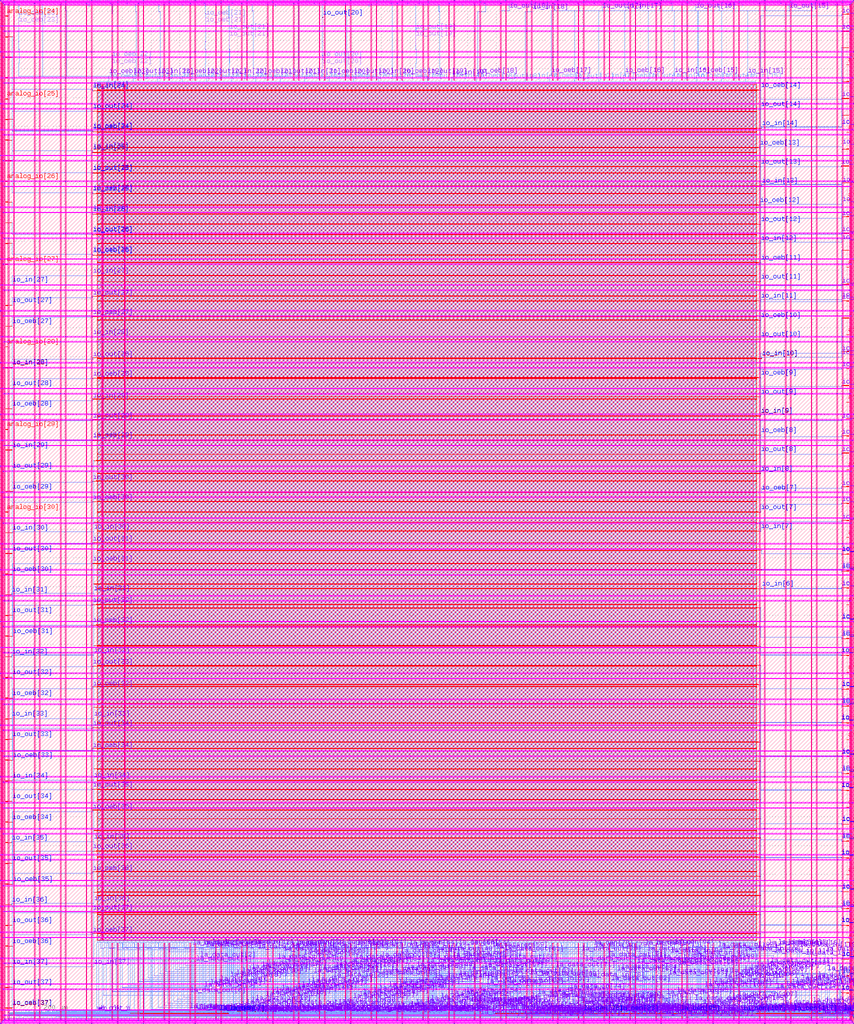
<source format=lef>
VERSION 5.7 ;
  NOWIREEXTENSIONATPIN ON ;
  DIVIDERCHAR "/" ;
  BUSBITCHARS "[]" ;
MACRO user_project_wrapper
  CLASS BLOCK ;
  FOREIGN user_project_wrapper ;
  ORIGIN 0.000 0.000 ;
  SIZE 2920.000 BY 3520.000 ;
  PIN analog_io[0]
    DIRECTION INOUT ;
    PORT
      LAYER met3 ;
        RECT 2917.600 28.980 2924.800 30.180 ;
    END
  END analog_io[0]
  PIN analog_io[10]
    DIRECTION INOUT ;
    PORT
      LAYER met3 ;
        RECT 2917.600 2374.980 2924.800 2376.180 ;
    END
  END analog_io[10]
  PIN analog_io[11]
    DIRECTION INOUT ;
    PORT
      LAYER met3 ;
        RECT 2917.600 2609.580 2924.800 2610.780 ;
    END
  END analog_io[11]
  PIN analog_io[12]
    DIRECTION INOUT ;
    PORT
      LAYER met3 ;
        RECT 2917.600 2844.180 2924.800 2845.380 ;
    END
  END analog_io[12]
  PIN analog_io[13]
    DIRECTION INOUT ;
    PORT
      LAYER met3 ;
        RECT 2917.600 3078.780 2924.800 3079.980 ;
    END
  END analog_io[13]
  PIN analog_io[14]
    DIRECTION INOUT ;
    PORT
      LAYER met3 ;
        RECT 2917.600 3313.380 2924.800 3314.580 ;
    END
  END analog_io[14]
  PIN analog_io[15]
    DIRECTION INOUT ;
    PORT
      LAYER met2 ;
        RECT 2879.090 3517.600 2879.650 3524.800 ;
    END
  END analog_io[15]
  PIN analog_io[16]
    DIRECTION INOUT ;
    PORT
      LAYER met2 ;
        RECT 2554.790 3517.600 2555.350 3524.800 ;
    END
  END analog_io[16]
  PIN analog_io[17]
    DIRECTION INOUT ;
    PORT
      LAYER met2 ;
        RECT 2230.490 3517.600 2231.050 3524.800 ;
    END
  END analog_io[17]
  PIN analog_io[18]
    DIRECTION INOUT ;
    PORT
      LAYER met2 ;
        RECT 1905.730 3517.600 1906.290 3524.800 ;
    END
  END analog_io[18]
  PIN analog_io[19]
    DIRECTION INOUT ;
    PORT
      LAYER met2 ;
        RECT 1581.430 3517.600 1581.990 3524.800 ;
    END
  END analog_io[19]
  PIN analog_io[1]
    DIRECTION INOUT ;
    PORT
      LAYER met3 ;
        RECT 2917.600 263.580 2924.800 264.780 ;
    END
  END analog_io[1]
  PIN analog_io[20]
    DIRECTION INOUT ;
    PORT
      LAYER met2 ;
        RECT 1257.130 3517.600 1257.690 3524.800 ;
    END
  END analog_io[20]
  PIN analog_io[21]
    DIRECTION INOUT ;
    PORT
      LAYER met2 ;
        RECT 932.370 3517.600 932.930 3524.800 ;
    END
  END analog_io[21]
  PIN analog_io[22]
    DIRECTION INOUT ;
    PORT
      LAYER met2 ;
        RECT 608.070 3517.600 608.630 3524.800 ;
    END
  END analog_io[22]
  PIN analog_io[23]
    DIRECTION INOUT ;
    PORT
      LAYER met2 ;
        RECT 283.770 3517.600 284.330 3524.800 ;
    END
  END analog_io[23]
  PIN analog_io[24]
    DIRECTION INOUT ;
    PORT
      LAYER met3 ;
        RECT -4.800 3482.700 2.400 3483.900 ;
    END
  END analog_io[24]
  PIN analog_io[25]
    DIRECTION INOUT ;
    PORT
      LAYER met3 ;
        RECT -4.800 3195.060 2.400 3196.260 ;
    END
  END analog_io[25]
  PIN analog_io[26]
    DIRECTION INOUT ;
    PORT
      LAYER met3 ;
        RECT -4.800 2908.100 2.400 2909.300 ;
    END
  END analog_io[26]
  PIN analog_io[27]
    DIRECTION INOUT ;
    PORT
      LAYER met3 ;
        RECT -4.800 2620.460 2.400 2621.660 ;
    END
  END analog_io[27]
  PIN analog_io[28]
    DIRECTION INOUT ;
    PORT
      LAYER met3 ;
        RECT -4.800 2333.500 2.400 2334.700 ;
    END
  END analog_io[28]
  PIN analog_io[29]
    DIRECTION INOUT ;
    PORT
      LAYER met3 ;
        RECT -4.800 2045.860 2.400 2047.060 ;
    END
  END analog_io[29]
  PIN analog_io[2]
    DIRECTION INOUT ;
    PORT
      LAYER met3 ;
        RECT 2917.600 498.180 2924.800 499.380 ;
    END
  END analog_io[2]
  PIN analog_io[30]
    DIRECTION INOUT ;
    PORT
      LAYER met3 ;
        RECT -4.800 1758.900 2.400 1760.100 ;
    END
  END analog_io[30]
  PIN analog_io[3]
    DIRECTION INOUT ;
    PORT
      LAYER met3 ;
        RECT 2917.600 732.780 2924.800 733.980 ;
    END
  END analog_io[3]
  PIN analog_io[4]
    DIRECTION INOUT ;
    PORT
      LAYER met3 ;
        RECT 2917.600 967.380 2924.800 968.580 ;
    END
  END analog_io[4]
  PIN analog_io[5]
    DIRECTION INOUT ;
    PORT
      LAYER met3 ;
        RECT 2917.600 1201.980 2924.800 1203.180 ;
    END
  END analog_io[5]
  PIN analog_io[6]
    DIRECTION INOUT ;
    PORT
      LAYER met3 ;
        RECT 2917.600 1436.580 2924.800 1437.780 ;
    END
  END analog_io[6]
  PIN analog_io[7]
    DIRECTION INOUT ;
    PORT
      LAYER met3 ;
        RECT 2917.600 1671.180 2924.800 1672.380 ;
    END
  END analog_io[7]
  PIN analog_io[8]
    DIRECTION INOUT ;
    PORT
      LAYER met3 ;
        RECT 2917.600 1905.780 2924.800 1906.980 ;
    END
  END analog_io[8]
  PIN analog_io[9]
    DIRECTION INOUT ;
    PORT
      LAYER met3 ;
        RECT 2917.600 2140.380 2924.800 2141.580 ;
    END
  END analog_io[9]
  PIN io_in[0]
    DIRECTION INPUT ;
    PORT
      LAYER met1 ;
        RECT 2619.310 89.660 2619.630 89.720 ;
        RECT 2898.990 89.660 2899.310 89.720 ;
        RECT 2619.310 89.520 2899.310 89.660 ;
        RECT 2619.310 89.460 2619.630 89.520 ;
        RECT 2898.990 89.460 2899.310 89.520 ;
      LAYER via ;
        RECT 2619.340 89.460 2619.600 89.720 ;
        RECT 2899.020 89.460 2899.280 89.720 ;
      LAYER met2 ;
        RECT 2619.330 293.235 2619.610 293.605 ;
        RECT 2619.400 89.750 2619.540 293.235 ;
        RECT 2619.340 89.430 2619.600 89.750 ;
        RECT 2899.020 89.430 2899.280 89.750 ;
        RECT 2899.080 88.245 2899.220 89.430 ;
        RECT 2899.010 87.875 2899.290 88.245 ;
      LAYER via2 ;
        RECT 2619.330 293.280 2619.610 293.560 ;
        RECT 2899.010 87.920 2899.290 88.200 ;
      LAYER met3 ;
        RECT 2606.000 293.570 2610.000 293.960 ;
        RECT 2619.305 293.570 2619.635 293.585 ;
        RECT 2606.000 293.360 2619.635 293.570 ;
        RECT 2609.580 293.270 2619.635 293.360 ;
        RECT 2619.305 293.255 2619.635 293.270 ;
        RECT 2898.985 88.210 2899.315 88.225 ;
        RECT 2917.600 88.210 2924.800 88.660 ;
        RECT 2898.985 87.910 2924.800 88.210 ;
        RECT 2898.985 87.895 2899.315 87.910 ;
        RECT 2917.600 87.460 2924.800 87.910 ;
    END
  END io_in[0]
  PIN io_in[10]
    DIRECTION INPUT ;
    PORT
      LAYER met1 ;
        RECT 2621.610 2297.620 2621.930 2297.680 ;
        RECT 2901.290 2297.620 2901.610 2297.680 ;
        RECT 2621.610 2297.480 2901.610 2297.620 ;
        RECT 2621.610 2297.420 2621.930 2297.480 ;
        RECT 2901.290 2297.420 2901.610 2297.480 ;
      LAYER via ;
        RECT 2621.640 2297.420 2621.900 2297.680 ;
        RECT 2901.320 2297.420 2901.580 2297.680 ;
      LAYER met2 ;
        RECT 2901.310 2433.875 2901.590 2434.245 ;
        RECT 2901.380 2297.710 2901.520 2433.875 ;
        RECT 2621.640 2297.390 2621.900 2297.710 ;
        RECT 2901.320 2297.390 2901.580 2297.710 ;
        RECT 2621.700 2293.485 2621.840 2297.390 ;
        RECT 2621.630 2293.115 2621.910 2293.485 ;
      LAYER via2 ;
        RECT 2901.310 2433.920 2901.590 2434.200 ;
        RECT 2621.630 2293.160 2621.910 2293.440 ;
      LAYER met3 ;
        RECT 2901.285 2434.210 2901.615 2434.225 ;
        RECT 2917.600 2434.210 2924.800 2434.660 ;
        RECT 2901.285 2433.910 2924.800 2434.210 ;
        RECT 2901.285 2433.895 2901.615 2433.910 ;
        RECT 2917.600 2433.460 2924.800 2433.910 ;
        RECT 2606.000 2293.450 2610.000 2293.840 ;
        RECT 2621.605 2293.450 2621.935 2293.465 ;
        RECT 2606.000 2293.240 2621.935 2293.450 ;
        RECT 2609.580 2293.150 2621.935 2293.240 ;
        RECT 2621.605 2293.135 2621.935 2293.150 ;
    END
  END io_in[10]
  PIN io_in[11]
    DIRECTION INPUT ;
    PORT
      LAYER met1 ;
        RECT 2618.390 2497.540 2618.710 2497.600 ;
        RECT 2901.290 2497.540 2901.610 2497.600 ;
        RECT 2618.390 2497.400 2901.610 2497.540 ;
        RECT 2618.390 2497.340 2618.710 2497.400 ;
        RECT 2901.290 2497.340 2901.610 2497.400 ;
      LAYER via ;
        RECT 2618.420 2497.340 2618.680 2497.600 ;
        RECT 2901.320 2497.340 2901.580 2497.600 ;
      LAYER met2 ;
        RECT 2901.310 2669.155 2901.590 2669.525 ;
        RECT 2901.380 2497.630 2901.520 2669.155 ;
        RECT 2618.420 2497.310 2618.680 2497.630 ;
        RECT 2901.320 2497.310 2901.580 2497.630 ;
        RECT 2618.480 2493.405 2618.620 2497.310 ;
        RECT 2618.410 2493.035 2618.690 2493.405 ;
      LAYER via2 ;
        RECT 2901.310 2669.200 2901.590 2669.480 ;
        RECT 2618.410 2493.080 2618.690 2493.360 ;
      LAYER met3 ;
        RECT 2901.285 2669.490 2901.615 2669.505 ;
        RECT 2917.600 2669.490 2924.800 2669.940 ;
        RECT 2901.285 2669.190 2924.800 2669.490 ;
        RECT 2901.285 2669.175 2901.615 2669.190 ;
        RECT 2917.600 2668.740 2924.800 2669.190 ;
        RECT 2606.000 2493.370 2610.000 2493.760 ;
        RECT 2618.385 2493.370 2618.715 2493.385 ;
        RECT 2606.000 2493.160 2618.715 2493.370 ;
        RECT 2609.580 2493.070 2618.715 2493.160 ;
        RECT 2618.385 2493.055 2618.715 2493.070 ;
    END
  END io_in[11]
  PIN io_in[12]
    DIRECTION INPUT ;
    PORT
      LAYER met1 ;
        RECT 2618.390 2697.800 2618.710 2697.860 ;
        RECT 2901.290 2697.800 2901.610 2697.860 ;
        RECT 2618.390 2697.660 2901.610 2697.800 ;
        RECT 2618.390 2697.600 2618.710 2697.660 ;
        RECT 2901.290 2697.600 2901.610 2697.660 ;
      LAYER via ;
        RECT 2618.420 2697.600 2618.680 2697.860 ;
        RECT 2901.320 2697.600 2901.580 2697.860 ;
      LAYER met2 ;
        RECT 2901.310 2903.755 2901.590 2904.125 ;
        RECT 2901.380 2697.890 2901.520 2903.755 ;
        RECT 2618.420 2697.570 2618.680 2697.890 ;
        RECT 2901.320 2697.570 2901.580 2697.890 ;
        RECT 2618.480 2693.325 2618.620 2697.570 ;
        RECT 2618.410 2692.955 2618.690 2693.325 ;
      LAYER via2 ;
        RECT 2901.310 2903.800 2901.590 2904.080 ;
        RECT 2618.410 2693.000 2618.690 2693.280 ;
      LAYER met3 ;
        RECT 2901.285 2904.090 2901.615 2904.105 ;
        RECT 2917.600 2904.090 2924.800 2904.540 ;
        RECT 2901.285 2903.790 2924.800 2904.090 ;
        RECT 2901.285 2903.775 2901.615 2903.790 ;
        RECT 2917.600 2903.340 2924.800 2903.790 ;
        RECT 2606.000 2693.290 2610.000 2693.680 ;
        RECT 2618.385 2693.290 2618.715 2693.305 ;
        RECT 2606.000 2693.080 2618.715 2693.290 ;
        RECT 2609.580 2692.990 2618.715 2693.080 ;
        RECT 2618.385 2692.975 2618.715 2692.990 ;
    END
  END io_in[12]
  PIN io_in[13]
    DIRECTION INPUT ;
    PORT
      LAYER met1 ;
        RECT 2621.610 2898.060 2621.930 2898.120 ;
        RECT 2901.750 2898.060 2902.070 2898.120 ;
        RECT 2621.610 2897.920 2902.070 2898.060 ;
        RECT 2621.610 2897.860 2621.930 2897.920 ;
        RECT 2901.750 2897.860 2902.070 2897.920 ;
      LAYER via ;
        RECT 2621.640 2897.860 2621.900 2898.120 ;
        RECT 2901.780 2897.860 2902.040 2898.120 ;
      LAYER met2 ;
        RECT 2901.770 3138.355 2902.050 3138.725 ;
        RECT 2901.840 2898.150 2901.980 3138.355 ;
        RECT 2621.640 2897.830 2621.900 2898.150 ;
        RECT 2901.780 2897.830 2902.040 2898.150 ;
        RECT 2621.700 2893.245 2621.840 2897.830 ;
        RECT 2621.630 2892.875 2621.910 2893.245 ;
      LAYER via2 ;
        RECT 2901.770 3138.400 2902.050 3138.680 ;
        RECT 2621.630 2892.920 2621.910 2893.200 ;
      LAYER met3 ;
        RECT 2901.745 3138.690 2902.075 3138.705 ;
        RECT 2917.600 3138.690 2924.800 3139.140 ;
        RECT 2901.745 3138.390 2924.800 3138.690 ;
        RECT 2901.745 3138.375 2902.075 3138.390 ;
        RECT 2917.600 3137.940 2924.800 3138.390 ;
        RECT 2606.000 2893.210 2610.000 2893.600 ;
        RECT 2621.605 2893.210 2621.935 2893.225 ;
        RECT 2606.000 2893.000 2621.935 2893.210 ;
        RECT 2609.580 2892.910 2621.935 2893.000 ;
        RECT 2621.605 2892.895 2621.935 2892.910 ;
    END
  END io_in[13]
  PIN io_in[14]
    DIRECTION INPUT ;
    PORT
      LAYER met1 ;
        RECT 2621.610 3097.980 2621.930 3098.040 ;
        RECT 2901.290 3097.980 2901.610 3098.040 ;
        RECT 2621.610 3097.840 2901.610 3097.980 ;
        RECT 2621.610 3097.780 2621.930 3097.840 ;
        RECT 2901.290 3097.780 2901.610 3097.840 ;
      LAYER via ;
        RECT 2621.640 3097.780 2621.900 3098.040 ;
        RECT 2901.320 3097.780 2901.580 3098.040 ;
      LAYER met2 ;
        RECT 2901.310 3372.955 2901.590 3373.325 ;
        RECT 2901.380 3098.070 2901.520 3372.955 ;
        RECT 2621.640 3097.750 2621.900 3098.070 ;
        RECT 2901.320 3097.750 2901.580 3098.070 ;
        RECT 2621.700 3093.165 2621.840 3097.750 ;
        RECT 2621.630 3092.795 2621.910 3093.165 ;
      LAYER via2 ;
        RECT 2901.310 3373.000 2901.590 3373.280 ;
        RECT 2621.630 3092.840 2621.910 3093.120 ;
      LAYER met3 ;
        RECT 2901.285 3373.290 2901.615 3373.305 ;
        RECT 2917.600 3373.290 2924.800 3373.740 ;
        RECT 2901.285 3372.990 2924.800 3373.290 ;
        RECT 2901.285 3372.975 2901.615 3372.990 ;
        RECT 2917.600 3372.540 2924.800 3372.990 ;
        RECT 2606.000 3093.130 2610.000 3093.520 ;
        RECT 2621.605 3093.130 2621.935 3093.145 ;
        RECT 2606.000 3092.920 2621.935 3093.130 ;
        RECT 2609.580 3092.830 2621.935 3092.920 ;
        RECT 2621.605 3092.815 2621.935 3092.830 ;
    END
  END io_in[14]
  PIN io_in[15]
    DIRECTION INPUT ;
    PORT
      LAYER met1 ;
        RECT 2573.310 3502.240 2573.630 3502.300 ;
        RECT 2798.250 3502.240 2798.570 3502.300 ;
        RECT 2573.310 3502.100 2798.570 3502.240 ;
        RECT 2573.310 3502.040 2573.630 3502.100 ;
        RECT 2798.250 3502.040 2798.570 3502.100 ;
        RECT 2566.870 3276.480 2567.190 3276.540 ;
        RECT 2573.310 3276.480 2573.630 3276.540 ;
        RECT 2566.870 3276.340 2573.630 3276.480 ;
        RECT 2566.870 3276.280 2567.190 3276.340 ;
        RECT 2573.310 3276.280 2573.630 3276.340 ;
      LAYER via ;
        RECT 2573.340 3502.040 2573.600 3502.300 ;
        RECT 2798.280 3502.040 2798.540 3502.300 ;
        RECT 2566.900 3276.280 2567.160 3276.540 ;
        RECT 2573.340 3276.280 2573.600 3276.540 ;
      LAYER met2 ;
        RECT 2798.130 3517.600 2798.690 3524.800 ;
        RECT 2798.340 3502.330 2798.480 3517.600 ;
        RECT 2573.340 3502.010 2573.600 3502.330 ;
        RECT 2798.280 3502.010 2798.540 3502.330 ;
        RECT 2573.400 3276.570 2573.540 3502.010 ;
        RECT 2566.900 3276.250 2567.160 3276.570 ;
        RECT 2573.340 3276.250 2573.600 3276.570 ;
        RECT 2566.960 3260.000 2567.100 3276.250 ;
        RECT 2566.850 3256.000 2567.130 3260.000 ;
    END
  END io_in[15]
  PIN io_in[16]
    DIRECTION INPUT ;
    PORT
      LAYER met1 ;
        RECT 2318.010 3502.240 2318.330 3502.300 ;
        RECT 2473.950 3502.240 2474.270 3502.300 ;
        RECT 2318.010 3502.100 2474.270 3502.240 ;
        RECT 2318.010 3502.040 2318.330 3502.100 ;
        RECT 2473.950 3502.040 2474.270 3502.100 ;
        RECT 2311.570 3277.500 2311.890 3277.560 ;
        RECT 2318.010 3277.500 2318.330 3277.560 ;
        RECT 2311.570 3277.360 2318.330 3277.500 ;
        RECT 2311.570 3277.300 2311.890 3277.360 ;
        RECT 2318.010 3277.300 2318.330 3277.360 ;
      LAYER via ;
        RECT 2318.040 3502.040 2318.300 3502.300 ;
        RECT 2473.980 3502.040 2474.240 3502.300 ;
        RECT 2311.600 3277.300 2311.860 3277.560 ;
        RECT 2318.040 3277.300 2318.300 3277.560 ;
      LAYER met2 ;
        RECT 2473.830 3517.600 2474.390 3524.800 ;
        RECT 2474.040 3502.330 2474.180 3517.600 ;
        RECT 2318.040 3502.010 2318.300 3502.330 ;
        RECT 2473.980 3502.010 2474.240 3502.330 ;
        RECT 2318.100 3277.590 2318.240 3502.010 ;
        RECT 2311.600 3277.270 2311.860 3277.590 ;
        RECT 2318.040 3277.270 2318.300 3277.590 ;
        RECT 2311.660 3260.000 2311.800 3277.270 ;
        RECT 2311.550 3256.000 2311.830 3260.000 ;
    END
  END io_in[16]
  PIN io_in[17]
    DIRECTION INPUT ;
    PORT
      LAYER met1 ;
        RECT 2055.810 3502.240 2056.130 3502.300 ;
        RECT 2149.190 3502.240 2149.510 3502.300 ;
        RECT 2055.810 3502.100 2149.510 3502.240 ;
        RECT 2055.810 3502.040 2056.130 3502.100 ;
        RECT 2149.190 3502.040 2149.510 3502.100 ;
      LAYER via ;
        RECT 2055.840 3502.040 2056.100 3502.300 ;
        RECT 2149.220 3502.040 2149.480 3502.300 ;
      LAYER met2 ;
        RECT 2149.070 3517.600 2149.630 3524.800 ;
        RECT 2149.280 3502.330 2149.420 3517.600 ;
        RECT 2055.840 3502.010 2056.100 3502.330 ;
        RECT 2149.220 3502.010 2149.480 3502.330 ;
        RECT 2055.900 3260.000 2056.040 3502.010 ;
        RECT 2055.790 3256.000 2056.070 3260.000 ;
    END
  END io_in[17]
  PIN io_in[18]
    DIRECTION INPUT ;
    PORT
      LAYER met1 ;
        RECT 1800.510 3498.500 1800.830 3498.560 ;
        RECT 1824.890 3498.500 1825.210 3498.560 ;
        RECT 1800.510 3498.360 1825.210 3498.500 ;
        RECT 1800.510 3498.300 1800.830 3498.360 ;
        RECT 1824.890 3498.300 1825.210 3498.360 ;
      LAYER via ;
        RECT 1800.540 3498.300 1800.800 3498.560 ;
        RECT 1824.920 3498.300 1825.180 3498.560 ;
      LAYER met2 ;
        RECT 1824.770 3517.600 1825.330 3524.800 ;
        RECT 1824.980 3498.590 1825.120 3517.600 ;
        RECT 1800.540 3498.270 1800.800 3498.590 ;
        RECT 1824.920 3498.270 1825.180 3498.590 ;
        RECT 1800.600 3260.000 1800.740 3498.270 ;
        RECT 1800.490 3256.000 1800.770 3260.000 ;
    END
  END io_in[18]
  PIN io_in[19]
    DIRECTION INPUT ;
    PORT
      LAYER met1 ;
        RECT 1500.590 3498.500 1500.910 3498.560 ;
        RECT 1503.810 3498.500 1504.130 3498.560 ;
        RECT 1500.590 3498.360 1504.130 3498.500 ;
        RECT 1500.590 3498.300 1500.910 3498.360 ;
        RECT 1503.810 3498.300 1504.130 3498.360 ;
        RECT 1503.810 3270.700 1504.130 3270.760 ;
        RECT 1544.750 3270.700 1545.070 3270.760 ;
        RECT 1503.810 3270.560 1545.070 3270.700 ;
        RECT 1503.810 3270.500 1504.130 3270.560 ;
        RECT 1544.750 3270.500 1545.070 3270.560 ;
      LAYER via ;
        RECT 1500.620 3498.300 1500.880 3498.560 ;
        RECT 1503.840 3498.300 1504.100 3498.560 ;
        RECT 1503.840 3270.500 1504.100 3270.760 ;
        RECT 1544.780 3270.500 1545.040 3270.760 ;
      LAYER met2 ;
        RECT 1500.470 3517.600 1501.030 3524.800 ;
        RECT 1500.680 3498.590 1500.820 3517.600 ;
        RECT 1500.620 3498.270 1500.880 3498.590 ;
        RECT 1503.840 3498.270 1504.100 3498.590 ;
        RECT 1503.900 3270.790 1504.040 3498.270 ;
        RECT 1503.840 3270.470 1504.100 3270.790 ;
        RECT 1544.780 3270.470 1545.040 3270.790 ;
        RECT 1544.840 3260.000 1544.980 3270.470 ;
        RECT 1544.730 3256.000 1545.010 3260.000 ;
    END
  END io_in[19]
  PIN io_in[1]
    DIRECTION INPUT ;
    PORT
      LAYER met1 ;
        RECT 2619.310 324.260 2619.630 324.320 ;
        RECT 2898.990 324.260 2899.310 324.320 ;
        RECT 2619.310 324.120 2899.310 324.260 ;
        RECT 2619.310 324.060 2619.630 324.120 ;
        RECT 2898.990 324.060 2899.310 324.120 ;
      LAYER via ;
        RECT 2619.340 324.060 2619.600 324.320 ;
        RECT 2899.020 324.060 2899.280 324.320 ;
      LAYER met2 ;
        RECT 2619.330 493.155 2619.610 493.525 ;
        RECT 2619.400 324.350 2619.540 493.155 ;
        RECT 2619.340 324.030 2619.600 324.350 ;
        RECT 2899.020 324.030 2899.280 324.350 ;
        RECT 2899.080 322.845 2899.220 324.030 ;
        RECT 2899.010 322.475 2899.290 322.845 ;
      LAYER via2 ;
        RECT 2619.330 493.200 2619.610 493.480 ;
        RECT 2899.010 322.520 2899.290 322.800 ;
      LAYER met3 ;
        RECT 2606.000 493.490 2610.000 493.880 ;
        RECT 2619.305 493.490 2619.635 493.505 ;
        RECT 2606.000 493.280 2619.635 493.490 ;
        RECT 2609.580 493.190 2619.635 493.280 ;
        RECT 2619.305 493.175 2619.635 493.190 ;
        RECT 2898.985 322.810 2899.315 322.825 ;
        RECT 2917.600 322.810 2924.800 323.260 ;
        RECT 2898.985 322.510 2924.800 322.810 ;
        RECT 2898.985 322.495 2899.315 322.510 ;
        RECT 2917.600 322.060 2924.800 322.510 ;
    END
  END io_in[1]
  PIN io_in[20]
    DIRECTION INPUT ;
    PORT
      LAYER met1 ;
        RECT 1175.830 3498.500 1176.150 3498.560 ;
        RECT 1179.510 3498.500 1179.830 3498.560 ;
        RECT 1175.830 3498.360 1179.830 3498.500 ;
        RECT 1175.830 3498.300 1176.150 3498.360 ;
        RECT 1179.510 3498.300 1179.830 3498.360 ;
        RECT 1179.510 3274.100 1179.830 3274.160 ;
        RECT 1289.450 3274.100 1289.770 3274.160 ;
        RECT 1179.510 3273.960 1289.770 3274.100 ;
        RECT 1179.510 3273.900 1179.830 3273.960 ;
        RECT 1289.450 3273.900 1289.770 3273.960 ;
      LAYER via ;
        RECT 1175.860 3498.300 1176.120 3498.560 ;
        RECT 1179.540 3498.300 1179.800 3498.560 ;
        RECT 1179.540 3273.900 1179.800 3274.160 ;
        RECT 1289.480 3273.900 1289.740 3274.160 ;
      LAYER met2 ;
        RECT 1175.710 3517.600 1176.270 3524.800 ;
        RECT 1175.920 3498.590 1176.060 3517.600 ;
        RECT 1175.860 3498.270 1176.120 3498.590 ;
        RECT 1179.540 3498.270 1179.800 3498.590 ;
        RECT 1179.600 3274.190 1179.740 3498.270 ;
        RECT 1179.540 3273.870 1179.800 3274.190 ;
        RECT 1289.480 3273.870 1289.740 3274.190 ;
        RECT 1289.540 3260.000 1289.680 3273.870 ;
        RECT 1289.430 3256.000 1289.710 3260.000 ;
    END
  END io_in[20]
  PIN io_in[21]
    DIRECTION INPUT ;
    PORT
      LAYER met1 ;
        RECT 851.530 3501.220 851.850 3501.280 ;
        RECT 855.210 3501.220 855.530 3501.280 ;
        RECT 851.530 3501.080 855.530 3501.220 ;
        RECT 851.530 3501.020 851.850 3501.080 ;
        RECT 855.210 3501.020 855.530 3501.080 ;
        RECT 855.210 3274.440 855.530 3274.500 ;
        RECT 1033.690 3274.440 1034.010 3274.500 ;
        RECT 855.210 3274.300 1034.010 3274.440 ;
        RECT 855.210 3274.240 855.530 3274.300 ;
        RECT 1033.690 3274.240 1034.010 3274.300 ;
      LAYER via ;
        RECT 851.560 3501.020 851.820 3501.280 ;
        RECT 855.240 3501.020 855.500 3501.280 ;
        RECT 855.240 3274.240 855.500 3274.500 ;
        RECT 1033.720 3274.240 1033.980 3274.500 ;
      LAYER met2 ;
        RECT 851.410 3517.600 851.970 3524.800 ;
        RECT 851.620 3501.310 851.760 3517.600 ;
        RECT 851.560 3500.990 851.820 3501.310 ;
        RECT 855.240 3500.990 855.500 3501.310 ;
        RECT 855.300 3274.530 855.440 3500.990 ;
        RECT 855.240 3274.210 855.500 3274.530 ;
        RECT 1033.720 3274.210 1033.980 3274.530 ;
        RECT 1033.780 3260.000 1033.920 3274.210 ;
        RECT 1033.670 3256.000 1033.950 3260.000 ;
    END
  END io_in[21]
  PIN io_in[22]
    DIRECTION INPUT ;
    PORT
      LAYER met1 ;
        RECT 527.230 3498.500 527.550 3498.560 ;
        RECT 530.910 3498.500 531.230 3498.560 ;
        RECT 527.230 3498.360 531.230 3498.500 ;
        RECT 527.230 3498.300 527.550 3498.360 ;
        RECT 530.910 3498.300 531.230 3498.360 ;
        RECT 530.910 3274.440 531.230 3274.500 ;
        RECT 777.930 3274.440 778.250 3274.500 ;
        RECT 530.910 3274.300 778.250 3274.440 ;
        RECT 530.910 3274.240 531.230 3274.300 ;
        RECT 777.930 3274.240 778.250 3274.300 ;
      LAYER via ;
        RECT 527.260 3498.300 527.520 3498.560 ;
        RECT 530.940 3498.300 531.200 3498.560 ;
        RECT 530.940 3274.240 531.200 3274.500 ;
        RECT 777.960 3274.240 778.220 3274.500 ;
      LAYER met2 ;
        RECT 527.110 3517.600 527.670 3524.800 ;
        RECT 527.320 3498.590 527.460 3517.600 ;
        RECT 527.260 3498.270 527.520 3498.590 ;
        RECT 530.940 3498.270 531.200 3498.590 ;
        RECT 531.000 3274.530 531.140 3498.270 ;
        RECT 530.940 3274.210 531.200 3274.530 ;
        RECT 777.960 3274.210 778.220 3274.530 ;
        RECT 778.020 3260.000 778.160 3274.210 ;
        RECT 777.910 3256.000 778.190 3260.000 ;
    END
  END io_in[22]
  PIN io_in[23]
    DIRECTION INPUT ;
    PORT
      LAYER met1 ;
        RECT 202.470 3501.900 202.790 3501.960 ;
        RECT 206.610 3501.900 206.930 3501.960 ;
        RECT 202.470 3501.760 206.930 3501.900 ;
        RECT 202.470 3501.700 202.790 3501.760 ;
        RECT 206.610 3501.700 206.930 3501.760 ;
        RECT 206.610 3274.440 206.930 3274.500 ;
        RECT 522.630 3274.440 522.950 3274.500 ;
        RECT 206.610 3274.300 522.950 3274.440 ;
        RECT 206.610 3274.240 206.930 3274.300 ;
        RECT 522.630 3274.240 522.950 3274.300 ;
      LAYER via ;
        RECT 202.500 3501.700 202.760 3501.960 ;
        RECT 206.640 3501.700 206.900 3501.960 ;
        RECT 206.640 3274.240 206.900 3274.500 ;
        RECT 522.660 3274.240 522.920 3274.500 ;
      LAYER met2 ;
        RECT 202.350 3517.600 202.910 3524.800 ;
        RECT 202.560 3501.990 202.700 3517.600 ;
        RECT 202.500 3501.670 202.760 3501.990 ;
        RECT 206.640 3501.670 206.900 3501.990 ;
        RECT 206.700 3274.530 206.840 3501.670 ;
        RECT 206.640 3274.210 206.900 3274.530 ;
        RECT 522.660 3274.210 522.920 3274.530 ;
        RECT 522.720 3260.000 522.860 3274.210 ;
        RECT 522.610 3256.000 522.890 3260.000 ;
    END
  END io_in[23]
  PIN io_in[24]
    DIRECTION INPUT ;
    PORT
      LAYER met1 ;
        RECT 18.010 3229.220 18.330 3229.280 ;
        RECT 296.770 3229.220 297.090 3229.280 ;
        RECT 18.010 3229.080 297.090 3229.220 ;
        RECT 18.010 3229.020 18.330 3229.080 ;
        RECT 296.770 3229.020 297.090 3229.080 ;
      LAYER via ;
        RECT 18.040 3229.020 18.300 3229.280 ;
        RECT 296.800 3229.020 297.060 3229.280 ;
      LAYER met2 ;
        RECT 18.030 3411.035 18.310 3411.405 ;
        RECT 18.100 3229.310 18.240 3411.035 ;
        RECT 18.040 3228.990 18.300 3229.310 ;
        RECT 296.800 3228.990 297.060 3229.310 ;
        RECT 296.860 3223.725 297.000 3228.990 ;
        RECT 296.790 3223.355 297.070 3223.725 ;
      LAYER via2 ;
        RECT 18.030 3411.080 18.310 3411.360 ;
        RECT 296.790 3223.400 297.070 3223.680 ;
      LAYER met3 ;
        RECT -4.800 3411.370 2.400 3411.820 ;
        RECT 18.005 3411.370 18.335 3411.385 ;
        RECT -4.800 3411.070 18.335 3411.370 ;
        RECT -4.800 3410.620 2.400 3411.070 ;
        RECT 18.005 3411.055 18.335 3411.070 ;
        RECT 296.765 3223.690 297.095 3223.705 ;
        RECT 310.000 3223.690 314.000 3224.080 ;
        RECT 296.765 3223.480 314.000 3223.690 ;
        RECT 296.765 3223.390 310.500 3223.480 ;
        RECT 296.765 3223.375 297.095 3223.390 ;
    END
  END io_in[24]
  PIN io_in[25]
    DIRECTION INPUT ;
    PORT
      LAYER met1 ;
        RECT 18.010 3015.360 18.330 3015.420 ;
        RECT 296.770 3015.360 297.090 3015.420 ;
        RECT 18.010 3015.220 297.090 3015.360 ;
        RECT 18.010 3015.160 18.330 3015.220 ;
        RECT 296.770 3015.160 297.090 3015.220 ;
      LAYER via ;
        RECT 18.040 3015.160 18.300 3015.420 ;
        RECT 296.800 3015.160 297.060 3015.420 ;
      LAYER met2 ;
        RECT 18.030 3124.075 18.310 3124.445 ;
        RECT 18.100 3015.450 18.240 3124.075 ;
        RECT 18.040 3015.130 18.300 3015.450 ;
        RECT 296.800 3015.130 297.060 3015.450 ;
        RECT 296.860 3009.525 297.000 3015.130 ;
        RECT 296.790 3009.155 297.070 3009.525 ;
      LAYER via2 ;
        RECT 18.030 3124.120 18.310 3124.400 ;
        RECT 296.790 3009.200 297.070 3009.480 ;
      LAYER met3 ;
        RECT -4.800 3124.410 2.400 3124.860 ;
        RECT 18.005 3124.410 18.335 3124.425 ;
        RECT -4.800 3124.110 18.335 3124.410 ;
        RECT -4.800 3123.660 2.400 3124.110 ;
        RECT 18.005 3124.095 18.335 3124.110 ;
        RECT 296.765 3009.490 297.095 3009.505 ;
        RECT 310.000 3009.490 314.000 3009.880 ;
        RECT 296.765 3009.280 314.000 3009.490 ;
        RECT 296.765 3009.190 310.500 3009.280 ;
        RECT 296.765 3009.175 297.095 3009.190 ;
    END
  END io_in[25]
  PIN io_in[26]
    DIRECTION INPUT ;
    PORT
      LAYER met1 ;
        RECT 17.090 2801.160 17.410 2801.220 ;
        RECT 296.770 2801.160 297.090 2801.220 ;
        RECT 17.090 2801.020 297.090 2801.160 ;
        RECT 17.090 2800.960 17.410 2801.020 ;
        RECT 296.770 2800.960 297.090 2801.020 ;
      LAYER via ;
        RECT 17.120 2800.960 17.380 2801.220 ;
        RECT 296.800 2800.960 297.060 2801.220 ;
      LAYER met2 ;
        RECT 17.110 2836.435 17.390 2836.805 ;
        RECT 17.180 2801.250 17.320 2836.435 ;
        RECT 17.120 2800.930 17.380 2801.250 ;
        RECT 296.800 2800.930 297.060 2801.250 ;
        RECT 296.860 2795.325 297.000 2800.930 ;
        RECT 296.790 2794.955 297.070 2795.325 ;
      LAYER via2 ;
        RECT 17.110 2836.480 17.390 2836.760 ;
        RECT 296.790 2795.000 297.070 2795.280 ;
      LAYER met3 ;
        RECT -4.800 2836.770 2.400 2837.220 ;
        RECT 17.085 2836.770 17.415 2836.785 ;
        RECT -4.800 2836.470 17.415 2836.770 ;
        RECT -4.800 2836.020 2.400 2836.470 ;
        RECT 17.085 2836.455 17.415 2836.470 ;
        RECT 296.765 2795.290 297.095 2795.305 ;
        RECT 310.000 2795.290 314.000 2795.680 ;
        RECT 296.765 2795.080 314.000 2795.290 ;
        RECT 296.765 2794.990 310.500 2795.080 ;
        RECT 296.765 2794.975 297.095 2794.990 ;
    END
  END io_in[26]
  PIN io_in[27]
    DIRECTION INPUT ;
    PORT
      LAYER met1 ;
        RECT 17.090 2580.840 17.410 2580.900 ;
        RECT 296.770 2580.840 297.090 2580.900 ;
        RECT 17.090 2580.700 297.090 2580.840 ;
        RECT 17.090 2580.640 17.410 2580.700 ;
        RECT 296.770 2580.640 297.090 2580.700 ;
      LAYER via ;
        RECT 17.120 2580.640 17.380 2580.900 ;
        RECT 296.800 2580.640 297.060 2580.900 ;
      LAYER met2 ;
        RECT 17.120 2580.610 17.380 2580.930 ;
        RECT 296.790 2580.755 297.070 2581.125 ;
        RECT 296.800 2580.610 297.060 2580.755 ;
        RECT 17.180 2549.845 17.320 2580.610 ;
        RECT 17.110 2549.475 17.390 2549.845 ;
      LAYER via2 ;
        RECT 296.790 2580.800 297.070 2581.080 ;
        RECT 17.110 2549.520 17.390 2549.800 ;
      LAYER met3 ;
        RECT 296.765 2581.090 297.095 2581.105 ;
        RECT 310.000 2581.090 314.000 2581.480 ;
        RECT 296.765 2580.880 314.000 2581.090 ;
        RECT 296.765 2580.790 310.500 2580.880 ;
        RECT 296.765 2580.775 297.095 2580.790 ;
        RECT -4.800 2549.810 2.400 2550.260 ;
        RECT 17.085 2549.810 17.415 2549.825 ;
        RECT -4.800 2549.510 17.415 2549.810 ;
        RECT -4.800 2549.060 2.400 2549.510 ;
        RECT 17.085 2549.495 17.415 2549.510 ;
    END
  END io_in[27]
  PIN io_in[28]
    DIRECTION INPUT ;
    PORT
      LAYER met1 ;
        RECT 17.090 2366.980 17.410 2367.040 ;
        RECT 296.770 2366.980 297.090 2367.040 ;
        RECT 17.090 2366.840 297.090 2366.980 ;
        RECT 17.090 2366.780 17.410 2366.840 ;
        RECT 296.770 2366.780 297.090 2366.840 ;
      LAYER via ;
        RECT 17.120 2366.780 17.380 2367.040 ;
        RECT 296.800 2366.780 297.060 2367.040 ;
      LAYER met2 ;
        RECT 17.120 2366.750 17.380 2367.070 ;
        RECT 296.800 2366.925 297.060 2367.070 ;
        RECT 17.180 2262.205 17.320 2366.750 ;
        RECT 296.790 2366.555 297.070 2366.925 ;
        RECT 17.110 2261.835 17.390 2262.205 ;
      LAYER via2 ;
        RECT 296.790 2366.600 297.070 2366.880 ;
        RECT 17.110 2261.880 17.390 2262.160 ;
      LAYER met3 ;
        RECT 296.765 2366.890 297.095 2366.905 ;
        RECT 310.000 2366.890 314.000 2367.280 ;
        RECT 296.765 2366.680 314.000 2366.890 ;
        RECT 296.765 2366.590 310.500 2366.680 ;
        RECT 296.765 2366.575 297.095 2366.590 ;
        RECT -4.800 2262.170 2.400 2262.620 ;
        RECT 17.085 2262.170 17.415 2262.185 ;
        RECT -4.800 2261.870 17.415 2262.170 ;
        RECT -4.800 2261.420 2.400 2261.870 ;
        RECT 17.085 2261.855 17.415 2261.870 ;
    END
  END io_in[28]
  PIN io_in[29]
    DIRECTION INPUT ;
    PORT
      LAYER met1 ;
        RECT 17.550 2145.980 17.870 2146.040 ;
        RECT 296.770 2145.980 297.090 2146.040 ;
        RECT 17.550 2145.840 297.090 2145.980 ;
        RECT 17.550 2145.780 17.870 2145.840 ;
        RECT 296.770 2145.780 297.090 2145.840 ;
      LAYER via ;
        RECT 17.580 2145.780 17.840 2146.040 ;
        RECT 296.800 2145.780 297.060 2146.040 ;
      LAYER met2 ;
        RECT 296.790 2152.355 297.070 2152.725 ;
        RECT 296.860 2146.070 297.000 2152.355 ;
        RECT 17.580 2145.750 17.840 2146.070 ;
        RECT 296.800 2145.750 297.060 2146.070 ;
        RECT 17.640 1975.245 17.780 2145.750 ;
        RECT 17.570 1974.875 17.850 1975.245 ;
      LAYER via2 ;
        RECT 296.790 2152.400 297.070 2152.680 ;
        RECT 17.570 1974.920 17.850 1975.200 ;
      LAYER met3 ;
        RECT 296.765 2152.690 297.095 2152.705 ;
        RECT 310.000 2152.690 314.000 2153.080 ;
        RECT 296.765 2152.480 314.000 2152.690 ;
        RECT 296.765 2152.390 310.500 2152.480 ;
        RECT 296.765 2152.375 297.095 2152.390 ;
        RECT -4.800 1975.210 2.400 1975.660 ;
        RECT 17.545 1975.210 17.875 1975.225 ;
        RECT -4.800 1974.910 17.875 1975.210 ;
        RECT -4.800 1974.460 2.400 1974.910 ;
        RECT 17.545 1974.895 17.875 1974.910 ;
    END
  END io_in[29]
  PIN io_in[2]
    DIRECTION INPUT ;
    PORT
      LAYER met1 ;
        RECT 2619.310 558.860 2619.630 558.920 ;
        RECT 2898.990 558.860 2899.310 558.920 ;
        RECT 2619.310 558.720 2899.310 558.860 ;
        RECT 2619.310 558.660 2619.630 558.720 ;
        RECT 2898.990 558.660 2899.310 558.720 ;
      LAYER via ;
        RECT 2619.340 558.660 2619.600 558.920 ;
        RECT 2899.020 558.660 2899.280 558.920 ;
      LAYER met2 ;
        RECT 2619.330 693.075 2619.610 693.445 ;
        RECT 2619.400 558.950 2619.540 693.075 ;
        RECT 2619.340 558.630 2619.600 558.950 ;
        RECT 2899.020 558.630 2899.280 558.950 ;
        RECT 2899.080 557.445 2899.220 558.630 ;
        RECT 2899.010 557.075 2899.290 557.445 ;
      LAYER via2 ;
        RECT 2619.330 693.120 2619.610 693.400 ;
        RECT 2899.010 557.120 2899.290 557.400 ;
      LAYER met3 ;
        RECT 2606.000 693.410 2610.000 693.800 ;
        RECT 2619.305 693.410 2619.635 693.425 ;
        RECT 2606.000 693.200 2619.635 693.410 ;
        RECT 2609.580 693.110 2619.635 693.200 ;
        RECT 2619.305 693.095 2619.635 693.110 ;
        RECT 2898.985 557.410 2899.315 557.425 ;
        RECT 2917.600 557.410 2924.800 557.860 ;
        RECT 2898.985 557.110 2924.800 557.410 ;
        RECT 2898.985 557.095 2899.315 557.110 ;
        RECT 2917.600 556.660 2924.800 557.110 ;
    END
  END io_in[2]
  PIN io_in[30]
    DIRECTION INPUT ;
    PORT
      LAYER met1 ;
        RECT 18.010 1690.380 18.330 1690.440 ;
        RECT 299.990 1690.380 300.310 1690.440 ;
        RECT 18.010 1690.240 300.310 1690.380 ;
        RECT 18.010 1690.180 18.330 1690.240 ;
        RECT 299.990 1690.180 300.310 1690.240 ;
      LAYER via ;
        RECT 18.040 1690.180 18.300 1690.440 ;
        RECT 300.020 1690.180 300.280 1690.440 ;
      LAYER met2 ;
        RECT 300.010 1938.155 300.290 1938.525 ;
        RECT 300.080 1690.470 300.220 1938.155 ;
        RECT 18.040 1690.150 18.300 1690.470 ;
        RECT 300.020 1690.150 300.280 1690.470 ;
        RECT 18.100 1687.605 18.240 1690.150 ;
        RECT 18.030 1687.235 18.310 1687.605 ;
      LAYER via2 ;
        RECT 300.010 1938.200 300.290 1938.480 ;
        RECT 18.030 1687.280 18.310 1687.560 ;
      LAYER met3 ;
        RECT 299.985 1938.490 300.315 1938.505 ;
        RECT 310.000 1938.490 314.000 1938.880 ;
        RECT 299.985 1938.280 314.000 1938.490 ;
        RECT 299.985 1938.190 310.500 1938.280 ;
        RECT 299.985 1938.175 300.315 1938.190 ;
        RECT -4.800 1687.570 2.400 1688.020 ;
        RECT 18.005 1687.570 18.335 1687.585 ;
        RECT -4.800 1687.270 18.335 1687.570 ;
        RECT -4.800 1686.820 2.400 1687.270 ;
        RECT 18.005 1687.255 18.335 1687.270 ;
    END
  END io_in[30]
  PIN io_in[31]
    DIRECTION INPUT ;
    PORT
      LAYER met1 ;
        RECT 15.250 1476.520 15.570 1476.580 ;
        RECT 300.910 1476.520 301.230 1476.580 ;
        RECT 15.250 1476.380 301.230 1476.520 ;
        RECT 15.250 1476.320 15.570 1476.380 ;
        RECT 300.910 1476.320 301.230 1476.380 ;
      LAYER via ;
        RECT 15.280 1476.320 15.540 1476.580 ;
        RECT 300.940 1476.320 301.200 1476.580 ;
      LAYER met2 ;
        RECT 300.930 1723.275 301.210 1723.645 ;
        RECT 301.000 1476.610 301.140 1723.275 ;
        RECT 15.280 1476.290 15.540 1476.610 ;
        RECT 300.940 1476.290 301.200 1476.610 ;
        RECT 15.340 1472.045 15.480 1476.290 ;
        RECT 15.270 1471.675 15.550 1472.045 ;
      LAYER via2 ;
        RECT 300.930 1723.320 301.210 1723.600 ;
        RECT 15.270 1471.720 15.550 1472.000 ;
      LAYER met3 ;
        RECT 300.905 1723.610 301.235 1723.625 ;
        RECT 310.000 1723.610 314.000 1724.000 ;
        RECT 300.905 1723.400 314.000 1723.610 ;
        RECT 300.905 1723.310 310.500 1723.400 ;
        RECT 300.905 1723.295 301.235 1723.310 ;
        RECT -4.800 1472.010 2.400 1472.460 ;
        RECT 15.245 1472.010 15.575 1472.025 ;
        RECT -4.800 1471.710 15.575 1472.010 ;
        RECT -4.800 1471.260 2.400 1471.710 ;
        RECT 15.245 1471.695 15.575 1471.710 ;
    END
  END io_in[31]
  PIN io_in[32]
    DIRECTION INPUT ;
    PORT
      LAYER met1 ;
        RECT 15.710 1262.660 16.030 1262.720 ;
        RECT 300.450 1262.660 300.770 1262.720 ;
        RECT 15.710 1262.520 300.770 1262.660 ;
        RECT 15.710 1262.460 16.030 1262.520 ;
        RECT 300.450 1262.460 300.770 1262.520 ;
      LAYER via ;
        RECT 15.740 1262.460 16.000 1262.720 ;
        RECT 300.480 1262.460 300.740 1262.720 ;
      LAYER met2 ;
        RECT 300.470 1509.075 300.750 1509.445 ;
        RECT 300.540 1262.750 300.680 1509.075 ;
        RECT 15.740 1262.430 16.000 1262.750 ;
        RECT 300.480 1262.430 300.740 1262.750 ;
        RECT 15.800 1256.485 15.940 1262.430 ;
        RECT 15.730 1256.115 16.010 1256.485 ;
      LAYER via2 ;
        RECT 300.470 1509.120 300.750 1509.400 ;
        RECT 15.730 1256.160 16.010 1256.440 ;
      LAYER met3 ;
        RECT 300.445 1509.410 300.775 1509.425 ;
        RECT 310.000 1509.410 314.000 1509.800 ;
        RECT 300.445 1509.200 314.000 1509.410 ;
        RECT 300.445 1509.110 310.500 1509.200 ;
        RECT 300.445 1509.095 300.775 1509.110 ;
        RECT -4.800 1256.450 2.400 1256.900 ;
        RECT 15.705 1256.450 16.035 1256.465 ;
        RECT -4.800 1256.150 16.035 1256.450 ;
        RECT -4.800 1255.700 2.400 1256.150 ;
        RECT 15.705 1256.135 16.035 1256.150 ;
    END
  END io_in[32]
  PIN io_in[33]
    DIRECTION INPUT ;
    PORT
      LAYER met1 ;
        RECT 15.710 1041.660 16.030 1041.720 ;
        RECT 299.990 1041.660 300.310 1041.720 ;
        RECT 15.710 1041.520 300.310 1041.660 ;
        RECT 15.710 1041.460 16.030 1041.520 ;
        RECT 299.990 1041.460 300.310 1041.520 ;
      LAYER via ;
        RECT 15.740 1041.460 16.000 1041.720 ;
        RECT 300.020 1041.460 300.280 1041.720 ;
      LAYER met2 ;
        RECT 300.010 1294.875 300.290 1295.245 ;
        RECT 300.080 1041.750 300.220 1294.875 ;
        RECT 15.740 1041.430 16.000 1041.750 ;
        RECT 300.020 1041.430 300.280 1041.750 ;
        RECT 15.800 1040.925 15.940 1041.430 ;
        RECT 15.730 1040.555 16.010 1040.925 ;
      LAYER via2 ;
        RECT 300.010 1294.920 300.290 1295.200 ;
        RECT 15.730 1040.600 16.010 1040.880 ;
      LAYER met3 ;
        RECT 299.985 1295.210 300.315 1295.225 ;
        RECT 310.000 1295.210 314.000 1295.600 ;
        RECT 299.985 1295.000 314.000 1295.210 ;
        RECT 299.985 1294.910 310.500 1295.000 ;
        RECT 299.985 1294.895 300.315 1294.910 ;
        RECT -4.800 1040.890 2.400 1041.340 ;
        RECT 15.705 1040.890 16.035 1040.905 ;
        RECT -4.800 1040.590 16.035 1040.890 ;
        RECT -4.800 1040.140 2.400 1040.590 ;
        RECT 15.705 1040.575 16.035 1040.590 ;
    END
  END io_in[33]
  PIN io_in[34]
    DIRECTION INPUT ;
    PORT
      LAYER met1 ;
        RECT 17.090 827.800 17.410 827.860 ;
        RECT 300.450 827.800 300.770 827.860 ;
        RECT 17.090 827.660 300.770 827.800 ;
        RECT 17.090 827.600 17.410 827.660 ;
        RECT 300.450 827.600 300.770 827.660 ;
      LAYER via ;
        RECT 17.120 827.600 17.380 827.860 ;
        RECT 300.480 827.600 300.740 827.860 ;
      LAYER met2 ;
        RECT 300.470 1080.675 300.750 1081.045 ;
        RECT 300.540 827.890 300.680 1080.675 ;
        RECT 17.120 827.570 17.380 827.890 ;
        RECT 300.480 827.570 300.740 827.890 ;
        RECT 17.180 825.365 17.320 827.570 ;
        RECT 17.110 824.995 17.390 825.365 ;
      LAYER via2 ;
        RECT 300.470 1080.720 300.750 1081.000 ;
        RECT 17.110 825.040 17.390 825.320 ;
      LAYER met3 ;
        RECT 300.445 1081.010 300.775 1081.025 ;
        RECT 310.000 1081.010 314.000 1081.400 ;
        RECT 300.445 1080.800 314.000 1081.010 ;
        RECT 300.445 1080.710 310.500 1080.800 ;
        RECT 300.445 1080.695 300.775 1080.710 ;
        RECT -4.800 825.330 2.400 825.780 ;
        RECT 17.085 825.330 17.415 825.345 ;
        RECT -4.800 825.030 17.415 825.330 ;
        RECT -4.800 824.580 2.400 825.030 ;
        RECT 17.085 825.015 17.415 825.030 ;
    END
  END io_in[34]
  PIN io_in[35]
    DIRECTION INPUT ;
    PORT
      LAYER met1 ;
        RECT 14.790 613.940 15.110 614.000 ;
        RECT 299.990 613.940 300.310 614.000 ;
        RECT 14.790 613.800 300.310 613.940 ;
        RECT 14.790 613.740 15.110 613.800 ;
        RECT 299.990 613.740 300.310 613.800 ;
      LAYER via ;
        RECT 14.820 613.740 15.080 614.000 ;
        RECT 300.020 613.740 300.280 614.000 ;
      LAYER met2 ;
        RECT 300.010 866.475 300.290 866.845 ;
        RECT 300.080 614.030 300.220 866.475 ;
        RECT 14.820 613.710 15.080 614.030 ;
        RECT 300.020 613.710 300.280 614.030 ;
        RECT 14.880 610.485 15.020 613.710 ;
        RECT 14.810 610.115 15.090 610.485 ;
      LAYER via2 ;
        RECT 300.010 866.520 300.290 866.800 ;
        RECT 14.810 610.160 15.090 610.440 ;
      LAYER met3 ;
        RECT 299.985 866.810 300.315 866.825 ;
        RECT 310.000 866.810 314.000 867.200 ;
        RECT 299.985 866.600 314.000 866.810 ;
        RECT 299.985 866.510 310.500 866.600 ;
        RECT 299.985 866.495 300.315 866.510 ;
        RECT -4.800 610.450 2.400 610.900 ;
        RECT 14.785 610.450 15.115 610.465 ;
        RECT -4.800 610.150 15.115 610.450 ;
        RECT -4.800 609.700 2.400 610.150 ;
        RECT 14.785 610.135 15.115 610.150 ;
    END
  END io_in[35]
  PIN io_in[36]
    DIRECTION INPUT ;
    PORT
      LAYER met1 ;
        RECT 15.250 400.080 15.570 400.140 ;
        RECT 300.450 400.080 300.770 400.140 ;
        RECT 15.250 399.940 300.770 400.080 ;
        RECT 15.250 399.880 15.570 399.940 ;
        RECT 300.450 399.880 300.770 399.940 ;
      LAYER via ;
        RECT 15.280 399.880 15.540 400.140 ;
        RECT 300.480 399.880 300.740 400.140 ;
      LAYER met2 ;
        RECT 300.470 652.275 300.750 652.645 ;
        RECT 300.540 400.170 300.680 652.275 ;
        RECT 15.280 399.850 15.540 400.170 ;
        RECT 300.480 399.850 300.740 400.170 ;
        RECT 15.340 394.925 15.480 399.850 ;
        RECT 15.270 394.555 15.550 394.925 ;
      LAYER via2 ;
        RECT 300.470 652.320 300.750 652.600 ;
        RECT 15.270 394.600 15.550 394.880 ;
      LAYER met3 ;
        RECT 300.445 652.610 300.775 652.625 ;
        RECT 310.000 652.610 314.000 653.000 ;
        RECT 300.445 652.400 314.000 652.610 ;
        RECT 300.445 652.310 310.500 652.400 ;
        RECT 300.445 652.295 300.775 652.310 ;
        RECT -4.800 394.890 2.400 395.340 ;
        RECT 15.245 394.890 15.575 394.905 ;
        RECT -4.800 394.590 15.575 394.890 ;
        RECT -4.800 394.140 2.400 394.590 ;
        RECT 15.245 394.575 15.575 394.590 ;
    END
  END io_in[36]
  PIN io_in[37]
    DIRECTION INPUT ;
    PORT
      LAYER met1 ;
        RECT 16.630 179.420 16.950 179.480 ;
        RECT 299.990 179.420 300.310 179.480 ;
        RECT 16.630 179.280 300.310 179.420 ;
        RECT 16.630 179.220 16.950 179.280 ;
        RECT 299.990 179.220 300.310 179.280 ;
      LAYER via ;
        RECT 16.660 179.220 16.920 179.480 ;
        RECT 300.020 179.220 300.280 179.480 ;
      LAYER met2 ;
        RECT 300.010 438.075 300.290 438.445 ;
        RECT 300.080 179.510 300.220 438.075 ;
        RECT 16.660 179.365 16.920 179.510 ;
        RECT 16.650 178.995 16.930 179.365 ;
        RECT 300.020 179.190 300.280 179.510 ;
      LAYER via2 ;
        RECT 300.010 438.120 300.290 438.400 ;
        RECT 16.650 179.040 16.930 179.320 ;
      LAYER met3 ;
        RECT 299.985 438.410 300.315 438.425 ;
        RECT 310.000 438.410 314.000 438.800 ;
        RECT 299.985 438.200 314.000 438.410 ;
        RECT 299.985 438.110 310.500 438.200 ;
        RECT 299.985 438.095 300.315 438.110 ;
        RECT -4.800 179.330 2.400 179.780 ;
        RECT 16.625 179.330 16.955 179.345 ;
        RECT -4.800 179.030 16.955 179.330 ;
        RECT -4.800 178.580 2.400 179.030 ;
        RECT 16.625 179.015 16.955 179.030 ;
    END
  END io_in[37]
  PIN io_in[3]
    DIRECTION INPUT ;
    PORT
      LAYER met1 ;
        RECT 2619.310 793.460 2619.630 793.520 ;
        RECT 2898.990 793.460 2899.310 793.520 ;
        RECT 2619.310 793.320 2899.310 793.460 ;
        RECT 2619.310 793.260 2619.630 793.320 ;
        RECT 2898.990 793.260 2899.310 793.320 ;
      LAYER via ;
        RECT 2619.340 793.260 2619.600 793.520 ;
        RECT 2899.020 793.260 2899.280 793.520 ;
      LAYER met2 ;
        RECT 2619.330 892.995 2619.610 893.365 ;
        RECT 2619.400 793.550 2619.540 892.995 ;
        RECT 2619.340 793.230 2619.600 793.550 ;
        RECT 2899.020 793.230 2899.280 793.550 ;
        RECT 2899.080 792.045 2899.220 793.230 ;
        RECT 2899.010 791.675 2899.290 792.045 ;
      LAYER via2 ;
        RECT 2619.330 893.040 2619.610 893.320 ;
        RECT 2899.010 791.720 2899.290 792.000 ;
      LAYER met3 ;
        RECT 2606.000 893.330 2610.000 893.720 ;
        RECT 2619.305 893.330 2619.635 893.345 ;
        RECT 2606.000 893.120 2619.635 893.330 ;
        RECT 2609.580 893.030 2619.635 893.120 ;
        RECT 2619.305 893.015 2619.635 893.030 ;
        RECT 2898.985 792.010 2899.315 792.025 ;
        RECT 2917.600 792.010 2924.800 792.460 ;
        RECT 2898.985 791.710 2924.800 792.010 ;
        RECT 2898.985 791.695 2899.315 791.710 ;
        RECT 2917.600 791.260 2924.800 791.710 ;
    END
  END io_in[3]
  PIN io_in[4]
    DIRECTION INPUT ;
    PORT
      LAYER met1 ;
        RECT 2619.310 1028.060 2619.630 1028.120 ;
        RECT 2898.990 1028.060 2899.310 1028.120 ;
        RECT 2619.310 1027.920 2899.310 1028.060 ;
        RECT 2619.310 1027.860 2619.630 1027.920 ;
        RECT 2898.990 1027.860 2899.310 1027.920 ;
      LAYER via ;
        RECT 2619.340 1027.860 2619.600 1028.120 ;
        RECT 2899.020 1027.860 2899.280 1028.120 ;
      LAYER met2 ;
        RECT 2619.330 1092.915 2619.610 1093.285 ;
        RECT 2619.400 1028.150 2619.540 1092.915 ;
        RECT 2619.340 1027.830 2619.600 1028.150 ;
        RECT 2899.020 1027.830 2899.280 1028.150 ;
        RECT 2899.080 1026.645 2899.220 1027.830 ;
        RECT 2899.010 1026.275 2899.290 1026.645 ;
      LAYER via2 ;
        RECT 2619.330 1092.960 2619.610 1093.240 ;
        RECT 2899.010 1026.320 2899.290 1026.600 ;
      LAYER met3 ;
        RECT 2606.000 1093.250 2610.000 1093.640 ;
        RECT 2619.305 1093.250 2619.635 1093.265 ;
        RECT 2606.000 1093.040 2619.635 1093.250 ;
        RECT 2609.580 1092.950 2619.635 1093.040 ;
        RECT 2619.305 1092.935 2619.635 1092.950 ;
        RECT 2898.985 1026.610 2899.315 1026.625 ;
        RECT 2917.600 1026.610 2924.800 1027.060 ;
        RECT 2898.985 1026.310 2924.800 1026.610 ;
        RECT 2898.985 1026.295 2899.315 1026.310 ;
        RECT 2917.600 1025.860 2924.800 1026.310 ;
    END
  END io_in[4]
  PIN io_in[5]
    DIRECTION INPUT ;
    PORT
      LAYER met1 ;
        RECT 2618.390 1262.660 2618.710 1262.720 ;
        RECT 2898.990 1262.660 2899.310 1262.720 ;
        RECT 2618.390 1262.520 2899.310 1262.660 ;
        RECT 2618.390 1262.460 2618.710 1262.520 ;
        RECT 2898.990 1262.460 2899.310 1262.520 ;
      LAYER via ;
        RECT 2618.420 1262.460 2618.680 1262.720 ;
        RECT 2899.020 1262.460 2899.280 1262.720 ;
      LAYER met2 ;
        RECT 2618.410 1292.835 2618.690 1293.205 ;
        RECT 2618.480 1262.750 2618.620 1292.835 ;
        RECT 2618.420 1262.430 2618.680 1262.750 ;
        RECT 2899.020 1262.430 2899.280 1262.750 ;
        RECT 2899.080 1261.245 2899.220 1262.430 ;
        RECT 2899.010 1260.875 2899.290 1261.245 ;
      LAYER via2 ;
        RECT 2618.410 1292.880 2618.690 1293.160 ;
        RECT 2899.010 1260.920 2899.290 1261.200 ;
      LAYER met3 ;
        RECT 2606.000 1293.170 2610.000 1293.560 ;
        RECT 2618.385 1293.170 2618.715 1293.185 ;
        RECT 2606.000 1292.960 2618.715 1293.170 ;
        RECT 2609.580 1292.870 2618.715 1292.960 ;
        RECT 2618.385 1292.855 2618.715 1292.870 ;
        RECT 2898.985 1261.210 2899.315 1261.225 ;
        RECT 2917.600 1261.210 2924.800 1261.660 ;
        RECT 2898.985 1260.910 2924.800 1261.210 ;
        RECT 2898.985 1260.895 2899.315 1260.910 ;
        RECT 2917.600 1260.460 2924.800 1260.910 ;
    END
  END io_in[5]
  PIN io_in[6]
    DIRECTION INPUT ;
    PORT
      LAYER met1 ;
        RECT 2621.610 1493.860 2621.930 1493.920 ;
        RECT 2900.830 1493.860 2901.150 1493.920 ;
        RECT 2621.610 1493.720 2901.150 1493.860 ;
        RECT 2621.610 1493.660 2621.930 1493.720 ;
        RECT 2900.830 1493.660 2901.150 1493.720 ;
      LAYER via ;
        RECT 2621.640 1493.660 2621.900 1493.920 ;
        RECT 2900.860 1493.660 2901.120 1493.920 ;
      LAYER met2 ;
        RECT 2900.850 1495.475 2901.130 1495.845 ;
        RECT 2900.920 1493.950 2901.060 1495.475 ;
        RECT 2621.640 1493.630 2621.900 1493.950 ;
        RECT 2900.860 1493.630 2901.120 1493.950 ;
        RECT 2621.700 1493.125 2621.840 1493.630 ;
        RECT 2621.630 1492.755 2621.910 1493.125 ;
      LAYER via2 ;
        RECT 2900.850 1495.520 2901.130 1495.800 ;
        RECT 2621.630 1492.800 2621.910 1493.080 ;
      LAYER met3 ;
        RECT 2900.825 1495.810 2901.155 1495.825 ;
        RECT 2917.600 1495.810 2924.800 1496.260 ;
        RECT 2900.825 1495.510 2924.800 1495.810 ;
        RECT 2900.825 1495.495 2901.155 1495.510 ;
        RECT 2917.600 1495.060 2924.800 1495.510 ;
        RECT 2606.000 1493.090 2610.000 1493.480 ;
        RECT 2621.605 1493.090 2621.935 1493.105 ;
        RECT 2606.000 1492.880 2621.935 1493.090 ;
        RECT 2609.580 1492.790 2621.935 1492.880 ;
        RECT 2621.605 1492.775 2621.935 1492.790 ;
    END
  END io_in[6]
  PIN io_in[7]
    DIRECTION INPUT ;
    PORT
      LAYER met1 ;
        RECT 2618.850 1725.400 2619.170 1725.460 ;
        RECT 2900.830 1725.400 2901.150 1725.460 ;
        RECT 2618.850 1725.260 2901.150 1725.400 ;
        RECT 2618.850 1725.200 2619.170 1725.260 ;
        RECT 2900.830 1725.200 2901.150 1725.260 ;
      LAYER via ;
        RECT 2618.880 1725.200 2619.140 1725.460 ;
        RECT 2900.860 1725.200 2901.120 1725.460 ;
      LAYER met2 ;
        RECT 2900.850 1730.075 2901.130 1730.445 ;
        RECT 2900.920 1725.490 2901.060 1730.075 ;
        RECT 2618.880 1725.170 2619.140 1725.490 ;
        RECT 2900.860 1725.170 2901.120 1725.490 ;
        RECT 2618.940 1693.045 2619.080 1725.170 ;
        RECT 2618.870 1692.675 2619.150 1693.045 ;
      LAYER via2 ;
        RECT 2900.850 1730.120 2901.130 1730.400 ;
        RECT 2618.870 1692.720 2619.150 1693.000 ;
      LAYER met3 ;
        RECT 2900.825 1730.410 2901.155 1730.425 ;
        RECT 2917.600 1730.410 2924.800 1730.860 ;
        RECT 2900.825 1730.110 2924.800 1730.410 ;
        RECT 2900.825 1730.095 2901.155 1730.110 ;
        RECT 2917.600 1729.660 2924.800 1730.110 ;
        RECT 2606.000 1693.010 2610.000 1693.400 ;
        RECT 2618.845 1693.010 2619.175 1693.025 ;
        RECT 2606.000 1692.800 2619.175 1693.010 ;
        RECT 2609.580 1692.710 2619.175 1692.800 ;
        RECT 2618.845 1692.695 2619.175 1692.710 ;
    END
  END io_in[7]
  PIN io_in[8]
    DIRECTION INPUT ;
    PORT
      LAYER met1 ;
        RECT 2618.390 1960.000 2618.710 1960.060 ;
        RECT 2900.830 1960.000 2901.150 1960.060 ;
        RECT 2618.390 1959.860 2901.150 1960.000 ;
        RECT 2618.390 1959.800 2618.710 1959.860 ;
        RECT 2900.830 1959.800 2901.150 1959.860 ;
      LAYER via ;
        RECT 2618.420 1959.800 2618.680 1960.060 ;
        RECT 2900.860 1959.800 2901.120 1960.060 ;
      LAYER met2 ;
        RECT 2900.850 1964.675 2901.130 1965.045 ;
        RECT 2900.920 1960.090 2901.060 1964.675 ;
        RECT 2618.420 1959.770 2618.680 1960.090 ;
        RECT 2900.860 1959.770 2901.120 1960.090 ;
        RECT 2618.480 1893.645 2618.620 1959.770 ;
        RECT 2618.410 1893.275 2618.690 1893.645 ;
      LAYER via2 ;
        RECT 2900.850 1964.720 2901.130 1965.000 ;
        RECT 2618.410 1893.320 2618.690 1893.600 ;
      LAYER met3 ;
        RECT 2900.825 1965.010 2901.155 1965.025 ;
        RECT 2917.600 1965.010 2924.800 1965.460 ;
        RECT 2900.825 1964.710 2924.800 1965.010 ;
        RECT 2900.825 1964.695 2901.155 1964.710 ;
        RECT 2917.600 1964.260 2924.800 1964.710 ;
        RECT 2606.000 1893.610 2610.000 1894.000 ;
        RECT 2618.385 1893.610 2618.715 1893.625 ;
        RECT 2606.000 1893.400 2618.715 1893.610 ;
        RECT 2609.580 1893.310 2618.715 1893.400 ;
        RECT 2618.385 1893.295 2618.715 1893.310 ;
    END
  END io_in[8]
  PIN io_in[9]
    DIRECTION INPUT ;
    PORT
      LAYER met1 ;
        RECT 2618.390 2194.600 2618.710 2194.660 ;
        RECT 2900.830 2194.600 2901.150 2194.660 ;
        RECT 2618.390 2194.460 2901.150 2194.600 ;
        RECT 2618.390 2194.400 2618.710 2194.460 ;
        RECT 2900.830 2194.400 2901.150 2194.460 ;
      LAYER via ;
        RECT 2618.420 2194.400 2618.680 2194.660 ;
        RECT 2900.860 2194.400 2901.120 2194.660 ;
      LAYER met2 ;
        RECT 2900.850 2199.275 2901.130 2199.645 ;
        RECT 2900.920 2194.690 2901.060 2199.275 ;
        RECT 2618.420 2194.370 2618.680 2194.690 ;
        RECT 2900.860 2194.370 2901.120 2194.690 ;
        RECT 2618.480 2093.565 2618.620 2194.370 ;
        RECT 2618.410 2093.195 2618.690 2093.565 ;
      LAYER via2 ;
        RECT 2900.850 2199.320 2901.130 2199.600 ;
        RECT 2618.410 2093.240 2618.690 2093.520 ;
      LAYER met3 ;
        RECT 2900.825 2199.610 2901.155 2199.625 ;
        RECT 2917.600 2199.610 2924.800 2200.060 ;
        RECT 2900.825 2199.310 2924.800 2199.610 ;
        RECT 2900.825 2199.295 2901.155 2199.310 ;
        RECT 2917.600 2198.860 2924.800 2199.310 ;
        RECT 2606.000 2093.530 2610.000 2093.920 ;
        RECT 2618.385 2093.530 2618.715 2093.545 ;
        RECT 2606.000 2093.320 2618.715 2093.530 ;
        RECT 2609.580 2093.230 2618.715 2093.320 ;
        RECT 2618.385 2093.215 2618.715 2093.230 ;
    END
  END io_in[9]
  PIN io_oeb[0]
    DIRECTION OUTPUT TRISTATE ;
    PORT
      LAYER met1 ;
        RECT 2618.390 206.960 2618.710 207.020 ;
        RECT 2900.830 206.960 2901.150 207.020 ;
        RECT 2618.390 206.820 2901.150 206.960 ;
        RECT 2618.390 206.760 2618.710 206.820 ;
        RECT 2900.830 206.760 2901.150 206.820 ;
      LAYER via ;
        RECT 2618.420 206.760 2618.680 207.020 ;
        RECT 2900.860 206.760 2901.120 207.020 ;
      LAYER met2 ;
        RECT 2618.410 426.515 2618.690 426.885 ;
        RECT 2618.480 207.050 2618.620 426.515 ;
        RECT 2618.420 206.730 2618.680 207.050 ;
        RECT 2900.860 206.730 2901.120 207.050 ;
        RECT 2900.920 205.205 2901.060 206.730 ;
        RECT 2900.850 204.835 2901.130 205.205 ;
      LAYER via2 ;
        RECT 2618.410 426.560 2618.690 426.840 ;
        RECT 2900.850 204.880 2901.130 205.160 ;
      LAYER met3 ;
        RECT 2606.000 426.850 2610.000 427.240 ;
        RECT 2618.385 426.850 2618.715 426.865 ;
        RECT 2606.000 426.640 2618.715 426.850 ;
        RECT 2609.580 426.550 2618.715 426.640 ;
        RECT 2618.385 426.535 2618.715 426.550 ;
        RECT 2900.825 205.170 2901.155 205.185 ;
        RECT 2917.600 205.170 2924.800 205.620 ;
        RECT 2900.825 204.870 2924.800 205.170 ;
        RECT 2900.825 204.855 2901.155 204.870 ;
        RECT 2917.600 204.420 2924.800 204.870 ;
    END
  END io_oeb[0]
  PIN io_oeb[10]
    DIRECTION OUTPUT TRISTATE ;
    PORT
      LAYER met1 ;
        RECT 2618.850 2546.500 2619.170 2546.560 ;
        RECT 2900.830 2546.500 2901.150 2546.560 ;
        RECT 2618.850 2546.360 2901.150 2546.500 ;
        RECT 2618.850 2546.300 2619.170 2546.360 ;
        RECT 2900.830 2546.300 2901.150 2546.360 ;
      LAYER via ;
        RECT 2618.880 2546.300 2619.140 2546.560 ;
        RECT 2900.860 2546.300 2901.120 2546.560 ;
      LAYER met2 ;
        RECT 2900.850 2551.515 2901.130 2551.885 ;
        RECT 2900.920 2546.590 2901.060 2551.515 ;
        RECT 2618.880 2546.270 2619.140 2546.590 ;
        RECT 2900.860 2546.270 2901.120 2546.590 ;
        RECT 2618.940 2426.765 2619.080 2546.270 ;
        RECT 2618.870 2426.395 2619.150 2426.765 ;
      LAYER via2 ;
        RECT 2900.850 2551.560 2901.130 2551.840 ;
        RECT 2618.870 2426.440 2619.150 2426.720 ;
      LAYER met3 ;
        RECT 2900.825 2551.850 2901.155 2551.865 ;
        RECT 2917.600 2551.850 2924.800 2552.300 ;
        RECT 2900.825 2551.550 2924.800 2551.850 ;
        RECT 2900.825 2551.535 2901.155 2551.550 ;
        RECT 2917.600 2551.100 2924.800 2551.550 ;
        RECT 2606.000 2426.730 2610.000 2427.120 ;
        RECT 2618.845 2426.730 2619.175 2426.745 ;
        RECT 2606.000 2426.520 2619.175 2426.730 ;
        RECT 2609.580 2426.430 2619.175 2426.520 ;
        RECT 2618.845 2426.415 2619.175 2426.430 ;
    END
  END io_oeb[10]
  PIN io_oeb[11]
    DIRECTION OUTPUT TRISTATE ;
    PORT
      LAYER met1 ;
        RECT 2618.850 2781.100 2619.170 2781.160 ;
        RECT 2900.830 2781.100 2901.150 2781.160 ;
        RECT 2618.850 2780.960 2901.150 2781.100 ;
        RECT 2618.850 2780.900 2619.170 2780.960 ;
        RECT 2900.830 2780.900 2901.150 2780.960 ;
      LAYER via ;
        RECT 2618.880 2780.900 2619.140 2781.160 ;
        RECT 2900.860 2780.900 2901.120 2781.160 ;
      LAYER met2 ;
        RECT 2900.850 2786.115 2901.130 2786.485 ;
        RECT 2900.920 2781.190 2901.060 2786.115 ;
        RECT 2618.880 2780.870 2619.140 2781.190 ;
        RECT 2900.860 2780.870 2901.120 2781.190 ;
        RECT 2618.940 2626.685 2619.080 2780.870 ;
        RECT 2618.870 2626.315 2619.150 2626.685 ;
      LAYER via2 ;
        RECT 2900.850 2786.160 2901.130 2786.440 ;
        RECT 2618.870 2626.360 2619.150 2626.640 ;
      LAYER met3 ;
        RECT 2900.825 2786.450 2901.155 2786.465 ;
        RECT 2917.600 2786.450 2924.800 2786.900 ;
        RECT 2900.825 2786.150 2924.800 2786.450 ;
        RECT 2900.825 2786.135 2901.155 2786.150 ;
        RECT 2917.600 2785.700 2924.800 2786.150 ;
        RECT 2606.000 2626.650 2610.000 2627.040 ;
        RECT 2618.845 2626.650 2619.175 2626.665 ;
        RECT 2606.000 2626.440 2619.175 2626.650 ;
        RECT 2609.580 2626.350 2619.175 2626.440 ;
        RECT 2618.845 2626.335 2619.175 2626.350 ;
    END
  END io_oeb[11]
  PIN io_oeb[12]
    DIRECTION OUTPUT TRISTATE ;
    PORT
      LAYER met1 ;
        RECT 2615.630 2829.040 2615.950 2829.100 ;
        RECT 2902.210 2829.040 2902.530 2829.100 ;
        RECT 2615.630 2828.900 2902.530 2829.040 ;
        RECT 2615.630 2828.840 2615.950 2828.900 ;
        RECT 2902.210 2828.840 2902.530 2828.900 ;
      LAYER via ;
        RECT 2615.660 2828.840 2615.920 2829.100 ;
        RECT 2902.240 2828.840 2902.500 2829.100 ;
      LAYER met2 ;
        RECT 2902.230 3020.715 2902.510 3021.085 ;
        RECT 2902.300 2829.130 2902.440 3020.715 ;
        RECT 2615.660 2828.810 2615.920 2829.130 ;
        RECT 2902.240 2828.810 2902.500 2829.130 ;
        RECT 2615.720 2826.605 2615.860 2828.810 ;
        RECT 2615.650 2826.235 2615.930 2826.605 ;
      LAYER via2 ;
        RECT 2902.230 3020.760 2902.510 3021.040 ;
        RECT 2615.650 2826.280 2615.930 2826.560 ;
      LAYER met3 ;
        RECT 2902.205 3021.050 2902.535 3021.065 ;
        RECT 2917.600 3021.050 2924.800 3021.500 ;
        RECT 2902.205 3020.750 2924.800 3021.050 ;
        RECT 2902.205 3020.735 2902.535 3020.750 ;
        RECT 2917.600 3020.300 2924.800 3020.750 ;
        RECT 2606.000 2826.570 2610.000 2826.960 ;
        RECT 2615.625 2826.570 2615.955 2826.585 ;
        RECT 2606.000 2826.360 2615.955 2826.570 ;
        RECT 2609.580 2826.270 2615.955 2826.360 ;
        RECT 2615.625 2826.255 2615.955 2826.270 ;
    END
  END io_oeb[12]
  PIN io_oeb[13]
    DIRECTION OUTPUT TRISTATE ;
    PORT
      LAYER met1 ;
        RECT 2615.630 3028.960 2615.950 3029.020 ;
        RECT 2902.210 3028.960 2902.530 3029.020 ;
        RECT 2615.630 3028.820 2902.530 3028.960 ;
        RECT 2615.630 3028.760 2615.950 3028.820 ;
        RECT 2902.210 3028.760 2902.530 3028.820 ;
      LAYER via ;
        RECT 2615.660 3028.760 2615.920 3029.020 ;
        RECT 2902.240 3028.760 2902.500 3029.020 ;
      LAYER met2 ;
        RECT 2902.230 3255.315 2902.510 3255.685 ;
        RECT 2902.300 3029.050 2902.440 3255.315 ;
        RECT 2615.660 3028.730 2615.920 3029.050 ;
        RECT 2902.240 3028.730 2902.500 3029.050 ;
        RECT 2615.720 3026.525 2615.860 3028.730 ;
        RECT 2615.650 3026.155 2615.930 3026.525 ;
      LAYER via2 ;
        RECT 2902.230 3255.360 2902.510 3255.640 ;
        RECT 2615.650 3026.200 2615.930 3026.480 ;
      LAYER met3 ;
        RECT 2902.205 3255.650 2902.535 3255.665 ;
        RECT 2917.600 3255.650 2924.800 3256.100 ;
        RECT 2902.205 3255.350 2924.800 3255.650 ;
        RECT 2902.205 3255.335 2902.535 3255.350 ;
        RECT 2917.600 3254.900 2924.800 3255.350 ;
        RECT 2606.000 3026.490 2610.000 3026.880 ;
        RECT 2615.625 3026.490 2615.955 3026.505 ;
        RECT 2606.000 3026.280 2615.955 3026.490 ;
        RECT 2609.580 3026.190 2615.955 3026.280 ;
        RECT 2615.625 3026.175 2615.955 3026.190 ;
    END
  END io_oeb[13]
  PIN io_oeb[14]
    DIRECTION OUTPUT TRISTATE ;
    PORT
      LAYER met1 ;
        RECT 2618.850 3484.900 2619.170 3484.960 ;
        RECT 2900.830 3484.900 2901.150 3484.960 ;
        RECT 2618.850 3484.760 2901.150 3484.900 ;
        RECT 2618.850 3484.700 2619.170 3484.760 ;
        RECT 2900.830 3484.700 2901.150 3484.760 ;
      LAYER via ;
        RECT 2618.880 3484.700 2619.140 3484.960 ;
        RECT 2900.860 3484.700 2901.120 3484.960 ;
      LAYER met2 ;
        RECT 2900.850 3489.915 2901.130 3490.285 ;
        RECT 2900.920 3484.990 2901.060 3489.915 ;
        RECT 2618.880 3484.670 2619.140 3484.990 ;
        RECT 2900.860 3484.670 2901.120 3484.990 ;
        RECT 2618.940 3226.445 2619.080 3484.670 ;
        RECT 2618.870 3226.075 2619.150 3226.445 ;
      LAYER via2 ;
        RECT 2900.850 3489.960 2901.130 3490.240 ;
        RECT 2618.870 3226.120 2619.150 3226.400 ;
      LAYER met3 ;
        RECT 2900.825 3490.250 2901.155 3490.265 ;
        RECT 2917.600 3490.250 2924.800 3490.700 ;
        RECT 2900.825 3489.950 2924.800 3490.250 ;
        RECT 2900.825 3489.935 2901.155 3489.950 ;
        RECT 2917.600 3489.500 2924.800 3489.950 ;
        RECT 2606.000 3226.410 2610.000 3226.800 ;
        RECT 2618.845 3226.410 2619.175 3226.425 ;
        RECT 2606.000 3226.200 2619.175 3226.410 ;
        RECT 2609.580 3226.110 2619.175 3226.200 ;
        RECT 2618.845 3226.095 2619.175 3226.110 ;
    END
  END io_oeb[14]
  PIN io_oeb[15]
    DIRECTION OUTPUT TRISTATE ;
    PORT
      LAYER met1 ;
        RECT 2400.810 3501.560 2401.130 3501.620 ;
        RECT 2635.870 3501.560 2636.190 3501.620 ;
        RECT 2400.810 3501.420 2636.190 3501.560 ;
        RECT 2400.810 3501.360 2401.130 3501.420 ;
        RECT 2635.870 3501.360 2636.190 3501.420 ;
        RECT 2396.670 3277.500 2396.990 3277.560 ;
        RECT 2400.810 3277.500 2401.130 3277.560 ;
        RECT 2396.670 3277.360 2401.130 3277.500 ;
        RECT 2396.670 3277.300 2396.990 3277.360 ;
        RECT 2400.810 3277.300 2401.130 3277.360 ;
      LAYER via ;
        RECT 2400.840 3501.360 2401.100 3501.620 ;
        RECT 2635.900 3501.360 2636.160 3501.620 ;
        RECT 2396.700 3277.300 2396.960 3277.560 ;
        RECT 2400.840 3277.300 2401.100 3277.560 ;
      LAYER met2 ;
        RECT 2635.750 3517.600 2636.310 3524.800 ;
        RECT 2635.960 3501.650 2636.100 3517.600 ;
        RECT 2400.840 3501.330 2401.100 3501.650 ;
        RECT 2635.900 3501.330 2636.160 3501.650 ;
        RECT 2400.900 3277.590 2401.040 3501.330 ;
        RECT 2396.700 3277.270 2396.960 3277.590 ;
        RECT 2400.840 3277.270 2401.100 3277.590 ;
        RECT 2396.760 3260.000 2396.900 3277.270 ;
        RECT 2396.650 3256.000 2396.930 3260.000 ;
    END
  END io_oeb[15]
  PIN io_oeb[16]
    DIRECTION OUTPUT TRISTATE ;
    PORT
      LAYER met1 ;
        RECT 2145.510 3501.560 2145.830 3501.620 ;
        RECT 2311.570 3501.560 2311.890 3501.620 ;
        RECT 2145.510 3501.420 2311.890 3501.560 ;
        RECT 2145.510 3501.360 2145.830 3501.420 ;
        RECT 2311.570 3501.360 2311.890 3501.420 ;
        RECT 2140.910 3277.500 2141.230 3277.560 ;
        RECT 2145.510 3277.500 2145.830 3277.560 ;
        RECT 2140.910 3277.360 2145.830 3277.500 ;
        RECT 2140.910 3277.300 2141.230 3277.360 ;
        RECT 2145.510 3277.300 2145.830 3277.360 ;
      LAYER via ;
        RECT 2145.540 3501.360 2145.800 3501.620 ;
        RECT 2311.600 3501.360 2311.860 3501.620 ;
        RECT 2140.940 3277.300 2141.200 3277.560 ;
        RECT 2145.540 3277.300 2145.800 3277.560 ;
      LAYER met2 ;
        RECT 2311.450 3517.600 2312.010 3524.800 ;
        RECT 2311.660 3501.650 2311.800 3517.600 ;
        RECT 2145.540 3501.330 2145.800 3501.650 ;
        RECT 2311.600 3501.330 2311.860 3501.650 ;
        RECT 2145.600 3277.590 2145.740 3501.330 ;
        RECT 2140.940 3277.270 2141.200 3277.590 ;
        RECT 2145.540 3277.270 2145.800 3277.590 ;
        RECT 2141.000 3260.000 2141.140 3277.270 ;
        RECT 2140.890 3256.000 2141.170 3260.000 ;
    END
  END io_oeb[16]
  PIN io_oeb[17]
    DIRECTION OUTPUT TRISTATE ;
    PORT
      LAYER met1 ;
        RECT 1890.210 3501.560 1890.530 3501.620 ;
        RECT 1987.270 3501.560 1987.590 3501.620 ;
        RECT 1890.210 3501.420 1987.590 3501.560 ;
        RECT 1890.210 3501.360 1890.530 3501.420 ;
        RECT 1987.270 3501.360 1987.590 3501.420 ;
        RECT 1885.610 3277.500 1885.930 3277.560 ;
        RECT 1890.210 3277.500 1890.530 3277.560 ;
        RECT 1885.610 3277.360 1890.530 3277.500 ;
        RECT 1885.610 3277.300 1885.930 3277.360 ;
        RECT 1890.210 3277.300 1890.530 3277.360 ;
      LAYER via ;
        RECT 1890.240 3501.360 1890.500 3501.620 ;
        RECT 1987.300 3501.360 1987.560 3501.620 ;
        RECT 1885.640 3277.300 1885.900 3277.560 ;
        RECT 1890.240 3277.300 1890.500 3277.560 ;
      LAYER met2 ;
        RECT 1987.150 3517.600 1987.710 3524.800 ;
        RECT 1987.360 3501.650 1987.500 3517.600 ;
        RECT 1890.240 3501.330 1890.500 3501.650 ;
        RECT 1987.300 3501.330 1987.560 3501.650 ;
        RECT 1890.300 3277.590 1890.440 3501.330 ;
        RECT 1885.640 3277.270 1885.900 3277.590 ;
        RECT 1890.240 3277.270 1890.500 3277.590 ;
        RECT 1885.700 3260.000 1885.840 3277.270 ;
        RECT 1885.590 3256.000 1885.870 3260.000 ;
    END
  END io_oeb[17]
  PIN io_oeb[18]
    DIRECTION OUTPUT TRISTATE ;
    PORT
      LAYER met1 ;
        RECT 1634.910 3498.500 1635.230 3498.560 ;
        RECT 1662.510 3498.500 1662.830 3498.560 ;
        RECT 1634.910 3498.360 1662.830 3498.500 ;
        RECT 1634.910 3498.300 1635.230 3498.360 ;
        RECT 1662.510 3498.300 1662.830 3498.360 ;
        RECT 1629.850 3275.800 1630.170 3275.860 ;
        RECT 1634.910 3275.800 1635.230 3275.860 ;
        RECT 1629.850 3275.660 1635.230 3275.800 ;
        RECT 1629.850 3275.600 1630.170 3275.660 ;
        RECT 1634.910 3275.600 1635.230 3275.660 ;
      LAYER via ;
        RECT 1634.940 3498.300 1635.200 3498.560 ;
        RECT 1662.540 3498.300 1662.800 3498.560 ;
        RECT 1629.880 3275.600 1630.140 3275.860 ;
        RECT 1634.940 3275.600 1635.200 3275.860 ;
      LAYER met2 ;
        RECT 1662.390 3517.600 1662.950 3524.800 ;
        RECT 1662.600 3498.590 1662.740 3517.600 ;
        RECT 1634.940 3498.270 1635.200 3498.590 ;
        RECT 1662.540 3498.270 1662.800 3498.590 ;
        RECT 1635.000 3275.890 1635.140 3498.270 ;
        RECT 1629.880 3275.570 1630.140 3275.890 ;
        RECT 1634.940 3275.570 1635.200 3275.890 ;
        RECT 1629.940 3260.000 1630.080 3275.570 ;
        RECT 1629.830 3256.000 1630.110 3260.000 ;
    END
  END io_oeb[18]
  PIN io_oeb[19]
    DIRECTION OUTPUT TRISTATE ;
    PORT
      LAYER met1 ;
        RECT 1338.210 3274.100 1338.530 3274.160 ;
        RECT 1374.550 3274.100 1374.870 3274.160 ;
        RECT 1338.210 3273.960 1374.870 3274.100 ;
        RECT 1338.210 3273.900 1338.530 3273.960 ;
        RECT 1374.550 3273.900 1374.870 3273.960 ;
      LAYER via ;
        RECT 1338.240 3273.900 1338.500 3274.160 ;
        RECT 1374.580 3273.900 1374.840 3274.160 ;
      LAYER met2 ;
        RECT 1338.090 3517.600 1338.650 3524.800 ;
        RECT 1338.300 3274.190 1338.440 3517.600 ;
        RECT 1338.240 3273.870 1338.500 3274.190 ;
        RECT 1374.580 3273.870 1374.840 3274.190 ;
        RECT 1374.640 3260.000 1374.780 3273.870 ;
        RECT 1374.530 3256.000 1374.810 3260.000 ;
    END
  END io_oeb[19]
  PIN io_oeb[1]
    DIRECTION OUTPUT TRISTATE ;
    PORT
      LAYER met1 ;
        RECT 2618.390 441.560 2618.710 441.620 ;
        RECT 2900.830 441.560 2901.150 441.620 ;
        RECT 2618.390 441.420 2901.150 441.560 ;
        RECT 2618.390 441.360 2618.710 441.420 ;
        RECT 2900.830 441.360 2901.150 441.420 ;
      LAYER via ;
        RECT 2618.420 441.360 2618.680 441.620 ;
        RECT 2900.860 441.360 2901.120 441.620 ;
      LAYER met2 ;
        RECT 2618.410 626.435 2618.690 626.805 ;
        RECT 2618.480 441.650 2618.620 626.435 ;
        RECT 2618.420 441.330 2618.680 441.650 ;
        RECT 2900.860 441.330 2901.120 441.650 ;
        RECT 2900.920 439.805 2901.060 441.330 ;
        RECT 2900.850 439.435 2901.130 439.805 ;
      LAYER via2 ;
        RECT 2618.410 626.480 2618.690 626.760 ;
        RECT 2900.850 439.480 2901.130 439.760 ;
      LAYER met3 ;
        RECT 2606.000 626.770 2610.000 627.160 ;
        RECT 2618.385 626.770 2618.715 626.785 ;
        RECT 2606.000 626.560 2618.715 626.770 ;
        RECT 2609.580 626.470 2618.715 626.560 ;
        RECT 2618.385 626.455 2618.715 626.470 ;
        RECT 2900.825 439.770 2901.155 439.785 ;
        RECT 2917.600 439.770 2924.800 440.220 ;
        RECT 2900.825 439.470 2924.800 439.770 ;
        RECT 2900.825 439.455 2901.155 439.470 ;
        RECT 2917.600 439.020 2924.800 439.470 ;
    END
  END io_oeb[1]
  PIN io_oeb[20]
    DIRECTION OUTPUT TRISTATE ;
    PORT
      LAYER met1 ;
        RECT 1013.910 3274.100 1014.230 3274.160 ;
        RECT 1118.790 3274.100 1119.110 3274.160 ;
        RECT 1013.910 3273.960 1119.110 3274.100 ;
        RECT 1013.910 3273.900 1014.230 3273.960 ;
        RECT 1118.790 3273.900 1119.110 3273.960 ;
      LAYER via ;
        RECT 1013.940 3273.900 1014.200 3274.160 ;
        RECT 1118.820 3273.900 1119.080 3274.160 ;
      LAYER met2 ;
        RECT 1013.790 3517.600 1014.350 3524.800 ;
        RECT 1014.000 3274.190 1014.140 3517.600 ;
        RECT 1013.940 3273.870 1014.200 3274.190 ;
        RECT 1118.820 3273.870 1119.080 3274.190 ;
        RECT 1118.880 3260.000 1119.020 3273.870 ;
        RECT 1118.770 3256.000 1119.050 3260.000 ;
    END
  END io_oeb[20]
  PIN io_oeb[21]
    DIRECTION OUTPUT TRISTATE ;
    PORT
      LAYER li1 ;
        RECT 689.225 3429.325 689.395 3477.435 ;
      LAYER mcon ;
        RECT 689.225 3477.265 689.395 3477.435 ;
      LAYER met1 ;
        RECT 688.690 3491.360 689.010 3491.420 ;
        RECT 689.610 3491.360 689.930 3491.420 ;
        RECT 688.690 3491.220 689.930 3491.360 ;
        RECT 688.690 3491.160 689.010 3491.220 ;
        RECT 689.610 3491.160 689.930 3491.220 ;
        RECT 689.165 3477.420 689.455 3477.465 ;
        RECT 689.610 3477.420 689.930 3477.480 ;
        RECT 689.165 3477.280 689.930 3477.420 ;
        RECT 689.165 3477.235 689.455 3477.280 ;
        RECT 689.610 3477.220 689.930 3477.280 ;
        RECT 689.150 3429.480 689.470 3429.540 ;
        RECT 688.955 3429.340 689.470 3429.480 ;
        RECT 689.150 3429.280 689.470 3429.340 ;
        RECT 689.150 3395.140 689.470 3395.200 ;
        RECT 688.780 3395.000 689.470 3395.140 ;
        RECT 688.780 3394.860 688.920 3395.000 ;
        RECT 689.150 3394.940 689.470 3395.000 ;
        RECT 688.690 3394.600 689.010 3394.860 ;
        RECT 688.690 3367.600 689.010 3367.660 ;
        RECT 689.610 3367.600 689.930 3367.660 ;
        RECT 688.690 3367.460 689.930 3367.600 ;
        RECT 688.690 3367.400 689.010 3367.460 ;
        RECT 689.610 3367.400 689.930 3367.460 ;
        RECT 688.690 3274.780 689.010 3274.840 ;
        RECT 863.490 3274.780 863.810 3274.840 ;
        RECT 688.690 3274.640 863.810 3274.780 ;
        RECT 688.690 3274.580 689.010 3274.640 ;
        RECT 863.490 3274.580 863.810 3274.640 ;
      LAYER via ;
        RECT 688.720 3491.160 688.980 3491.420 ;
        RECT 689.640 3491.160 689.900 3491.420 ;
        RECT 689.640 3477.220 689.900 3477.480 ;
        RECT 689.180 3429.280 689.440 3429.540 ;
        RECT 689.180 3394.940 689.440 3395.200 ;
        RECT 688.720 3394.600 688.980 3394.860 ;
        RECT 688.720 3367.400 688.980 3367.660 ;
        RECT 689.640 3367.400 689.900 3367.660 ;
        RECT 688.720 3274.580 688.980 3274.840 ;
        RECT 863.520 3274.580 863.780 3274.840 ;
      LAYER met2 ;
        RECT 689.030 3517.600 689.590 3524.800 ;
        RECT 689.240 3517.370 689.380 3517.600 ;
        RECT 688.780 3517.230 689.380 3517.370 ;
        RECT 688.780 3491.450 688.920 3517.230 ;
        RECT 688.720 3491.130 688.980 3491.450 ;
        RECT 689.640 3491.130 689.900 3491.450 ;
        RECT 689.700 3477.510 689.840 3491.130 ;
        RECT 689.640 3477.190 689.900 3477.510 ;
        RECT 689.180 3429.250 689.440 3429.570 ;
        RECT 689.240 3395.230 689.380 3429.250 ;
        RECT 689.180 3394.910 689.440 3395.230 ;
        RECT 688.720 3394.570 688.980 3394.890 ;
        RECT 688.780 3367.690 688.920 3394.570 ;
        RECT 688.720 3367.370 688.980 3367.690 ;
        RECT 689.640 3367.370 689.900 3367.690 ;
        RECT 689.700 3318.810 689.840 3367.370 ;
        RECT 688.780 3318.670 689.840 3318.810 ;
        RECT 688.780 3274.870 688.920 3318.670 ;
        RECT 688.720 3274.550 688.980 3274.870 ;
        RECT 863.520 3274.550 863.780 3274.870 ;
        RECT 863.580 3260.000 863.720 3274.550 ;
        RECT 863.470 3256.000 863.750 3260.000 ;
    END
  END io_oeb[21]
  PIN io_oeb[22]
    DIRECTION OUTPUT TRISTATE ;
    PORT
      LAYER li1 ;
        RECT 362.625 3416.065 362.795 3463.835 ;
        RECT 363.545 3394.305 363.715 3415.555 ;
        RECT 364.005 3284.485 364.175 3332.595 ;
      LAYER mcon ;
        RECT 362.625 3463.665 362.795 3463.835 ;
        RECT 363.545 3415.385 363.715 3415.555 ;
        RECT 364.005 3332.425 364.175 3332.595 ;
      LAYER met1 ;
        RECT 362.565 3463.820 362.855 3463.865 ;
        RECT 363.470 3463.820 363.790 3463.880 ;
        RECT 362.565 3463.680 363.790 3463.820 ;
        RECT 362.565 3463.635 362.855 3463.680 ;
        RECT 363.470 3463.620 363.790 3463.680 ;
        RECT 362.550 3416.220 362.870 3416.280 ;
        RECT 362.355 3416.080 362.870 3416.220 ;
        RECT 362.550 3416.020 362.870 3416.080 ;
        RECT 362.550 3415.540 362.870 3415.600 ;
        RECT 363.485 3415.540 363.775 3415.585 ;
        RECT 362.550 3415.400 363.775 3415.540 ;
        RECT 362.550 3415.340 362.870 3415.400 ;
        RECT 363.485 3415.355 363.775 3415.400 ;
        RECT 363.470 3394.460 363.790 3394.520 ;
        RECT 363.275 3394.320 363.790 3394.460 ;
        RECT 363.470 3394.260 363.790 3394.320 ;
        RECT 363.470 3346.520 363.790 3346.580 ;
        RECT 364.390 3346.520 364.710 3346.580 ;
        RECT 363.470 3346.380 364.710 3346.520 ;
        RECT 363.470 3346.320 363.790 3346.380 ;
        RECT 364.390 3346.320 364.710 3346.380 ;
        RECT 363.945 3332.580 364.235 3332.625 ;
        RECT 364.390 3332.580 364.710 3332.640 ;
        RECT 363.945 3332.440 364.710 3332.580 ;
        RECT 363.945 3332.395 364.235 3332.440 ;
        RECT 364.390 3332.380 364.710 3332.440 ;
        RECT 363.930 3284.640 364.250 3284.700 ;
        RECT 363.735 3284.500 364.250 3284.640 ;
        RECT 363.930 3284.440 364.250 3284.500 ;
        RECT 363.930 3274.780 364.250 3274.840 ;
        RECT 607.730 3274.780 608.050 3274.840 ;
        RECT 363.930 3274.640 608.050 3274.780 ;
        RECT 363.930 3274.580 364.250 3274.640 ;
        RECT 607.730 3274.580 608.050 3274.640 ;
      LAYER via ;
        RECT 363.500 3463.620 363.760 3463.880 ;
        RECT 362.580 3416.020 362.840 3416.280 ;
        RECT 362.580 3415.340 362.840 3415.600 ;
        RECT 363.500 3394.260 363.760 3394.520 ;
        RECT 363.500 3346.320 363.760 3346.580 ;
        RECT 364.420 3346.320 364.680 3346.580 ;
        RECT 364.420 3332.380 364.680 3332.640 ;
        RECT 363.960 3284.440 364.220 3284.700 ;
        RECT 363.960 3274.580 364.220 3274.840 ;
        RECT 607.760 3274.580 608.020 3274.840 ;
      LAYER met2 ;
        RECT 364.730 3517.600 365.290 3524.800 ;
        RECT 364.940 3517.370 365.080 3517.600 ;
        RECT 364.020 3517.230 365.080 3517.370 ;
        RECT 364.020 3491.530 364.160 3517.230 ;
        RECT 363.560 3491.390 364.160 3491.530 ;
        RECT 363.560 3463.910 363.700 3491.390 ;
        RECT 363.500 3463.590 363.760 3463.910 ;
        RECT 362.580 3415.990 362.840 3416.310 ;
        RECT 362.640 3415.630 362.780 3415.990 ;
        RECT 362.580 3415.310 362.840 3415.630 ;
        RECT 363.500 3394.230 363.760 3394.550 ;
        RECT 363.560 3346.610 363.700 3394.230 ;
        RECT 363.500 3346.290 363.760 3346.610 ;
        RECT 364.420 3346.290 364.680 3346.610 ;
        RECT 364.480 3332.670 364.620 3346.290 ;
        RECT 364.420 3332.350 364.680 3332.670 ;
        RECT 363.960 3284.410 364.220 3284.730 ;
        RECT 364.020 3274.870 364.160 3284.410 ;
        RECT 363.960 3274.550 364.220 3274.870 ;
        RECT 607.760 3274.550 608.020 3274.870 ;
        RECT 607.820 3260.000 607.960 3274.550 ;
        RECT 607.710 3256.000 607.990 3260.000 ;
    END
  END io_oeb[22]
  PIN io_oeb[23]
    DIRECTION OUTPUT TRISTATE ;
    PORT
      LAYER li1 ;
        RECT 40.625 3429.325 40.795 3477.435 ;
      LAYER mcon ;
        RECT 40.625 3477.265 40.795 3477.435 ;
      LAYER met1 ;
        RECT 40.090 3491.360 40.410 3491.420 ;
        RECT 41.010 3491.360 41.330 3491.420 ;
        RECT 40.090 3491.220 41.330 3491.360 ;
        RECT 40.090 3491.160 40.410 3491.220 ;
        RECT 41.010 3491.160 41.330 3491.220 ;
        RECT 40.565 3477.420 40.855 3477.465 ;
        RECT 41.010 3477.420 41.330 3477.480 ;
        RECT 40.565 3477.280 41.330 3477.420 ;
        RECT 40.565 3477.235 40.855 3477.280 ;
        RECT 41.010 3477.220 41.330 3477.280 ;
        RECT 40.550 3429.480 40.870 3429.540 ;
        RECT 40.355 3429.340 40.870 3429.480 ;
        RECT 40.550 3429.280 40.870 3429.340 ;
        RECT 40.550 3395.140 40.870 3395.200 ;
        RECT 40.180 3395.000 40.870 3395.140 ;
        RECT 40.180 3394.860 40.320 3395.000 ;
        RECT 40.550 3394.940 40.870 3395.000 ;
        RECT 40.090 3394.600 40.410 3394.860 ;
        RECT 40.090 3367.600 40.410 3367.660 ;
        RECT 41.010 3367.600 41.330 3367.660 ;
        RECT 40.090 3367.460 41.330 3367.600 ;
        RECT 40.090 3367.400 40.410 3367.460 ;
        RECT 41.010 3367.400 41.330 3367.460 ;
        RECT 40.090 3274.780 40.410 3274.840 ;
        RECT 352.430 3274.780 352.750 3274.840 ;
        RECT 40.090 3274.640 352.750 3274.780 ;
        RECT 40.090 3274.580 40.410 3274.640 ;
        RECT 352.430 3274.580 352.750 3274.640 ;
      LAYER via ;
        RECT 40.120 3491.160 40.380 3491.420 ;
        RECT 41.040 3491.160 41.300 3491.420 ;
        RECT 41.040 3477.220 41.300 3477.480 ;
        RECT 40.580 3429.280 40.840 3429.540 ;
        RECT 40.580 3394.940 40.840 3395.200 ;
        RECT 40.120 3394.600 40.380 3394.860 ;
        RECT 40.120 3367.400 40.380 3367.660 ;
        RECT 41.040 3367.400 41.300 3367.660 ;
        RECT 40.120 3274.580 40.380 3274.840 ;
        RECT 352.460 3274.580 352.720 3274.840 ;
      LAYER met2 ;
        RECT 40.430 3517.600 40.990 3524.800 ;
        RECT 40.640 3517.370 40.780 3517.600 ;
        RECT 40.180 3517.230 40.780 3517.370 ;
        RECT 40.180 3491.450 40.320 3517.230 ;
        RECT 40.120 3491.130 40.380 3491.450 ;
        RECT 41.040 3491.130 41.300 3491.450 ;
        RECT 41.100 3477.510 41.240 3491.130 ;
        RECT 41.040 3477.190 41.300 3477.510 ;
        RECT 40.580 3429.250 40.840 3429.570 ;
        RECT 40.640 3395.230 40.780 3429.250 ;
        RECT 40.580 3394.910 40.840 3395.230 ;
        RECT 40.120 3394.570 40.380 3394.890 ;
        RECT 40.180 3367.690 40.320 3394.570 ;
        RECT 40.120 3367.370 40.380 3367.690 ;
        RECT 41.040 3367.370 41.300 3367.690 ;
        RECT 41.100 3318.810 41.240 3367.370 ;
        RECT 40.180 3318.670 41.240 3318.810 ;
        RECT 40.180 3274.870 40.320 3318.670 ;
        RECT 40.120 3274.550 40.380 3274.870 ;
        RECT 352.460 3274.550 352.720 3274.870 ;
        RECT 352.520 3260.000 352.660 3274.550 ;
        RECT 352.410 3256.000 352.690 3260.000 ;
    END
  END io_oeb[23]
  PIN io_oeb[24]
    DIRECTION OUTPUT TRISTATE ;
    PORT
      LAYER met1 ;
        RECT 17.550 3084.040 17.870 3084.100 ;
        RECT 296.770 3084.040 297.090 3084.100 ;
        RECT 17.550 3083.900 297.090 3084.040 ;
        RECT 17.550 3083.840 17.870 3083.900 ;
        RECT 296.770 3083.840 297.090 3083.900 ;
      LAYER via ;
        RECT 17.580 3083.840 17.840 3084.100 ;
        RECT 296.800 3083.840 297.060 3084.100 ;
      LAYER met2 ;
        RECT 17.570 3267.555 17.850 3267.925 ;
        RECT 17.640 3084.130 17.780 3267.555 ;
        RECT 17.580 3083.810 17.840 3084.130 ;
        RECT 296.800 3083.810 297.060 3084.130 ;
        RECT 296.860 3080.925 297.000 3083.810 ;
        RECT 296.790 3080.555 297.070 3080.925 ;
      LAYER via2 ;
        RECT 17.570 3267.600 17.850 3267.880 ;
        RECT 296.790 3080.600 297.070 3080.880 ;
      LAYER met3 ;
        RECT -4.800 3267.890 2.400 3268.340 ;
        RECT 17.545 3267.890 17.875 3267.905 ;
        RECT -4.800 3267.590 17.875 3267.890 ;
        RECT -4.800 3267.140 2.400 3267.590 ;
        RECT 17.545 3267.575 17.875 3267.590 ;
        RECT 296.765 3080.890 297.095 3080.905 ;
        RECT 310.000 3080.890 314.000 3081.280 ;
        RECT 296.765 3080.680 314.000 3080.890 ;
        RECT 296.765 3080.590 310.500 3080.680 ;
        RECT 296.765 3080.575 297.095 3080.590 ;
    END
  END io_oeb[24]
  PIN io_oeb[25]
    DIRECTION OUTPUT TRISTATE ;
    PORT
      LAYER met1 ;
        RECT 17.550 2870.180 17.870 2870.240 ;
        RECT 296.770 2870.180 297.090 2870.240 ;
        RECT 17.550 2870.040 297.090 2870.180 ;
        RECT 17.550 2869.980 17.870 2870.040 ;
        RECT 296.770 2869.980 297.090 2870.040 ;
      LAYER via ;
        RECT 17.580 2869.980 17.840 2870.240 ;
        RECT 296.800 2869.980 297.060 2870.240 ;
      LAYER met2 ;
        RECT 17.570 2979.915 17.850 2980.285 ;
        RECT 17.640 2870.270 17.780 2979.915 ;
        RECT 17.580 2869.950 17.840 2870.270 ;
        RECT 296.800 2869.950 297.060 2870.270 ;
        RECT 296.860 2866.725 297.000 2869.950 ;
        RECT 296.790 2866.355 297.070 2866.725 ;
      LAYER via2 ;
        RECT 17.570 2979.960 17.850 2980.240 ;
        RECT 296.790 2866.400 297.070 2866.680 ;
      LAYER met3 ;
        RECT -4.800 2980.250 2.400 2980.700 ;
        RECT 17.545 2980.250 17.875 2980.265 ;
        RECT -4.800 2979.950 17.875 2980.250 ;
        RECT -4.800 2979.500 2.400 2979.950 ;
        RECT 17.545 2979.935 17.875 2979.950 ;
        RECT 296.765 2866.690 297.095 2866.705 ;
        RECT 310.000 2866.690 314.000 2867.080 ;
        RECT 296.765 2866.480 314.000 2866.690 ;
        RECT 296.765 2866.390 310.500 2866.480 ;
        RECT 296.765 2866.375 297.095 2866.390 ;
    END
  END io_oeb[25]
  PIN io_oeb[26]
    DIRECTION OUTPUT TRISTATE ;
    PORT
      LAYER met1 ;
        RECT 17.090 2656.320 17.410 2656.380 ;
        RECT 296.770 2656.320 297.090 2656.380 ;
        RECT 17.090 2656.180 297.090 2656.320 ;
        RECT 17.090 2656.120 17.410 2656.180 ;
        RECT 296.770 2656.120 297.090 2656.180 ;
      LAYER via ;
        RECT 17.120 2656.120 17.380 2656.380 ;
        RECT 296.800 2656.120 297.060 2656.380 ;
      LAYER met2 ;
        RECT 17.110 2692.955 17.390 2693.325 ;
        RECT 17.180 2656.410 17.320 2692.955 ;
        RECT 17.120 2656.090 17.380 2656.410 ;
        RECT 296.800 2656.090 297.060 2656.410 ;
        RECT 296.860 2652.525 297.000 2656.090 ;
        RECT 296.790 2652.155 297.070 2652.525 ;
      LAYER via2 ;
        RECT 17.110 2693.000 17.390 2693.280 ;
        RECT 296.790 2652.200 297.070 2652.480 ;
      LAYER met3 ;
        RECT -4.800 2693.290 2.400 2693.740 ;
        RECT 17.085 2693.290 17.415 2693.305 ;
        RECT -4.800 2692.990 17.415 2693.290 ;
        RECT -4.800 2692.540 2.400 2692.990 ;
        RECT 17.085 2692.975 17.415 2692.990 ;
        RECT 296.765 2652.490 297.095 2652.505 ;
        RECT 310.000 2652.490 314.000 2652.880 ;
        RECT 296.765 2652.280 314.000 2652.490 ;
        RECT 296.765 2652.190 310.500 2652.280 ;
        RECT 296.765 2652.175 297.095 2652.190 ;
    END
  END io_oeb[26]
  PIN io_oeb[27]
    DIRECTION OUTPUT TRISTATE ;
    PORT
      LAYER met1 ;
        RECT 17.090 2436.000 17.410 2436.060 ;
        RECT 296.770 2436.000 297.090 2436.060 ;
        RECT 17.090 2435.860 297.090 2436.000 ;
        RECT 17.090 2435.800 17.410 2435.860 ;
        RECT 296.770 2435.800 297.090 2435.860 ;
      LAYER via ;
        RECT 17.120 2435.800 17.380 2436.060 ;
        RECT 296.800 2435.800 297.060 2436.060 ;
      LAYER met2 ;
        RECT 296.790 2437.955 297.070 2438.325 ;
        RECT 296.860 2436.090 297.000 2437.955 ;
        RECT 17.120 2435.770 17.380 2436.090 ;
        RECT 296.800 2435.770 297.060 2436.090 ;
        RECT 17.180 2405.685 17.320 2435.770 ;
        RECT 17.110 2405.315 17.390 2405.685 ;
      LAYER via2 ;
        RECT 296.790 2438.000 297.070 2438.280 ;
        RECT 17.110 2405.360 17.390 2405.640 ;
      LAYER met3 ;
        RECT 296.765 2438.290 297.095 2438.305 ;
        RECT 310.000 2438.290 314.000 2438.680 ;
        RECT 296.765 2438.080 314.000 2438.290 ;
        RECT 296.765 2437.990 310.500 2438.080 ;
        RECT 296.765 2437.975 297.095 2437.990 ;
        RECT -4.800 2405.650 2.400 2406.100 ;
        RECT 17.085 2405.650 17.415 2405.665 ;
        RECT -4.800 2405.350 17.415 2405.650 ;
        RECT -4.800 2404.900 2.400 2405.350 ;
        RECT 17.085 2405.335 17.415 2405.350 ;
    END
  END io_oeb[27]
  PIN io_oeb[28]
    DIRECTION OUTPUT TRISTATE ;
    PORT
      LAYER met1 ;
        RECT 17.090 2222.140 17.410 2222.200 ;
        RECT 296.770 2222.140 297.090 2222.200 ;
        RECT 17.090 2222.000 297.090 2222.140 ;
        RECT 17.090 2221.940 17.410 2222.000 ;
        RECT 296.770 2221.940 297.090 2222.000 ;
      LAYER via ;
        RECT 17.120 2221.940 17.380 2222.200 ;
        RECT 296.800 2221.940 297.060 2222.200 ;
      LAYER met2 ;
        RECT 296.790 2223.755 297.070 2224.125 ;
        RECT 296.860 2222.230 297.000 2223.755 ;
        RECT 17.120 2221.910 17.380 2222.230 ;
        RECT 296.800 2221.910 297.060 2222.230 ;
        RECT 17.180 2118.725 17.320 2221.910 ;
        RECT 17.110 2118.355 17.390 2118.725 ;
      LAYER via2 ;
        RECT 296.790 2223.800 297.070 2224.080 ;
        RECT 17.110 2118.400 17.390 2118.680 ;
      LAYER met3 ;
        RECT 296.765 2224.090 297.095 2224.105 ;
        RECT 310.000 2224.090 314.000 2224.480 ;
        RECT 296.765 2223.880 314.000 2224.090 ;
        RECT 296.765 2223.790 310.500 2223.880 ;
        RECT 296.765 2223.775 297.095 2223.790 ;
        RECT -4.800 2118.690 2.400 2119.140 ;
        RECT 17.085 2118.690 17.415 2118.705 ;
        RECT -4.800 2118.390 17.415 2118.690 ;
        RECT -4.800 2117.940 2.400 2118.390 ;
        RECT 17.085 2118.375 17.415 2118.390 ;
    END
  END io_oeb[28]
  PIN io_oeb[29]
    DIRECTION OUTPUT TRISTATE ;
    PORT
      LAYER met1 ;
        RECT 18.010 2008.280 18.330 2008.340 ;
        RECT 296.770 2008.280 297.090 2008.340 ;
        RECT 18.010 2008.140 297.090 2008.280 ;
        RECT 18.010 2008.080 18.330 2008.140 ;
        RECT 296.770 2008.080 297.090 2008.140 ;
      LAYER via ;
        RECT 18.040 2008.080 18.300 2008.340 ;
        RECT 296.800 2008.080 297.060 2008.340 ;
      LAYER met2 ;
        RECT 296.790 2009.555 297.070 2009.925 ;
        RECT 296.860 2008.370 297.000 2009.555 ;
        RECT 18.040 2008.050 18.300 2008.370 ;
        RECT 296.800 2008.050 297.060 2008.370 ;
        RECT 18.100 1831.085 18.240 2008.050 ;
        RECT 18.030 1830.715 18.310 1831.085 ;
      LAYER via2 ;
        RECT 296.790 2009.600 297.070 2009.880 ;
        RECT 18.030 1830.760 18.310 1831.040 ;
      LAYER met3 ;
        RECT 296.765 2009.890 297.095 2009.905 ;
        RECT 310.000 2009.890 314.000 2010.280 ;
        RECT 296.765 2009.680 314.000 2009.890 ;
        RECT 296.765 2009.590 310.500 2009.680 ;
        RECT 296.765 2009.575 297.095 2009.590 ;
        RECT -4.800 1831.050 2.400 1831.500 ;
        RECT 18.005 1831.050 18.335 1831.065 ;
        RECT -4.800 1830.750 18.335 1831.050 ;
        RECT -4.800 1830.300 2.400 1830.750 ;
        RECT 18.005 1830.735 18.335 1830.750 ;
    END
  END io_oeb[29]
  PIN io_oeb[2]
    DIRECTION OUTPUT TRISTATE ;
    PORT
      LAYER met1 ;
        RECT 2618.390 676.160 2618.710 676.220 ;
        RECT 2900.830 676.160 2901.150 676.220 ;
        RECT 2618.390 676.020 2901.150 676.160 ;
        RECT 2618.390 675.960 2618.710 676.020 ;
        RECT 2900.830 675.960 2901.150 676.020 ;
      LAYER via ;
        RECT 2618.420 675.960 2618.680 676.220 ;
        RECT 2900.860 675.960 2901.120 676.220 ;
      LAYER met2 ;
        RECT 2618.410 826.355 2618.690 826.725 ;
        RECT 2618.480 676.250 2618.620 826.355 ;
        RECT 2618.420 675.930 2618.680 676.250 ;
        RECT 2900.860 675.930 2901.120 676.250 ;
        RECT 2900.920 674.405 2901.060 675.930 ;
        RECT 2900.850 674.035 2901.130 674.405 ;
      LAYER via2 ;
        RECT 2618.410 826.400 2618.690 826.680 ;
        RECT 2900.850 674.080 2901.130 674.360 ;
      LAYER met3 ;
        RECT 2606.000 826.690 2610.000 827.080 ;
        RECT 2618.385 826.690 2618.715 826.705 ;
        RECT 2606.000 826.480 2618.715 826.690 ;
        RECT 2609.580 826.390 2618.715 826.480 ;
        RECT 2618.385 826.375 2618.715 826.390 ;
        RECT 2900.825 674.370 2901.155 674.385 ;
        RECT 2917.600 674.370 2924.800 674.820 ;
        RECT 2900.825 674.070 2924.800 674.370 ;
        RECT 2900.825 674.055 2901.155 674.070 ;
        RECT 2917.600 673.620 2924.800 674.070 ;
    END
  END io_oeb[2]
  PIN io_oeb[30]
    DIRECTION OUTPUT TRISTATE ;
    PORT
      LAYER met1 ;
        RECT 17.090 1794.080 17.410 1794.140 ;
        RECT 296.770 1794.080 297.090 1794.140 ;
        RECT 17.090 1793.940 297.090 1794.080 ;
        RECT 17.090 1793.880 17.410 1793.940 ;
        RECT 296.770 1793.880 297.090 1793.940 ;
      LAYER via ;
        RECT 17.120 1793.880 17.380 1794.140 ;
        RECT 296.800 1793.880 297.060 1794.140 ;
      LAYER met2 ;
        RECT 296.790 1795.355 297.070 1795.725 ;
        RECT 296.860 1794.170 297.000 1795.355 ;
        RECT 17.120 1793.850 17.380 1794.170 ;
        RECT 296.800 1793.850 297.060 1794.170 ;
        RECT 17.180 1544.125 17.320 1793.850 ;
        RECT 17.110 1543.755 17.390 1544.125 ;
      LAYER via2 ;
        RECT 296.790 1795.400 297.070 1795.680 ;
        RECT 17.110 1543.800 17.390 1544.080 ;
      LAYER met3 ;
        RECT 296.765 1795.690 297.095 1795.705 ;
        RECT 310.000 1795.690 314.000 1796.080 ;
        RECT 296.765 1795.480 314.000 1795.690 ;
        RECT 296.765 1795.390 310.500 1795.480 ;
        RECT 296.765 1795.375 297.095 1795.390 ;
        RECT -4.800 1544.090 2.400 1544.540 ;
        RECT 17.085 1544.090 17.415 1544.105 ;
        RECT -4.800 1543.790 17.415 1544.090 ;
        RECT -4.800 1543.340 2.400 1543.790 ;
        RECT 17.085 1543.775 17.415 1543.790 ;
    END
  END io_oeb[30]
  PIN io_oeb[31]
    DIRECTION OUTPUT TRISTATE ;
    PORT
      LAYER met1 ;
        RECT 18.470 1580.220 18.790 1580.280 ;
        RECT 296.770 1580.220 297.090 1580.280 ;
        RECT 18.470 1580.080 297.090 1580.220 ;
        RECT 18.470 1580.020 18.790 1580.080 ;
        RECT 296.770 1580.020 297.090 1580.080 ;
      LAYER via ;
        RECT 18.500 1580.020 18.760 1580.280 ;
        RECT 296.800 1580.020 297.060 1580.280 ;
      LAYER met2 ;
        RECT 296.790 1580.475 297.070 1580.845 ;
        RECT 296.860 1580.310 297.000 1580.475 ;
        RECT 18.500 1579.990 18.760 1580.310 ;
        RECT 296.800 1579.990 297.060 1580.310 ;
        RECT 18.560 1328.565 18.700 1579.990 ;
        RECT 18.490 1328.195 18.770 1328.565 ;
      LAYER via2 ;
        RECT 296.790 1580.520 297.070 1580.800 ;
        RECT 18.490 1328.240 18.770 1328.520 ;
      LAYER met3 ;
        RECT 296.765 1580.810 297.095 1580.825 ;
        RECT 310.000 1580.810 314.000 1581.200 ;
        RECT 296.765 1580.600 314.000 1580.810 ;
        RECT 296.765 1580.510 310.500 1580.600 ;
        RECT 296.765 1580.495 297.095 1580.510 ;
        RECT -4.800 1328.530 2.400 1328.980 ;
        RECT 18.465 1328.530 18.795 1328.545 ;
        RECT -4.800 1328.230 18.795 1328.530 ;
        RECT -4.800 1327.780 2.400 1328.230 ;
        RECT 18.465 1328.215 18.795 1328.230 ;
    END
  END io_oeb[31]
  PIN io_oeb[32]
    DIRECTION OUTPUT TRISTATE ;
    PORT
      LAYER met1 ;
        RECT 18.010 1366.360 18.330 1366.420 ;
        RECT 296.770 1366.360 297.090 1366.420 ;
        RECT 18.010 1366.220 297.090 1366.360 ;
        RECT 18.010 1366.160 18.330 1366.220 ;
        RECT 296.770 1366.160 297.090 1366.220 ;
      LAYER via ;
        RECT 18.040 1366.160 18.300 1366.420 ;
        RECT 296.800 1366.160 297.060 1366.420 ;
      LAYER met2 ;
        RECT 18.040 1366.130 18.300 1366.450 ;
        RECT 296.790 1366.275 297.070 1366.645 ;
        RECT 296.800 1366.130 297.060 1366.275 ;
        RECT 18.100 1113.005 18.240 1366.130 ;
        RECT 18.030 1112.635 18.310 1113.005 ;
      LAYER via2 ;
        RECT 296.790 1366.320 297.070 1366.600 ;
        RECT 18.030 1112.680 18.310 1112.960 ;
      LAYER met3 ;
        RECT 296.765 1366.610 297.095 1366.625 ;
        RECT 310.000 1366.610 314.000 1367.000 ;
        RECT 296.765 1366.400 314.000 1366.610 ;
        RECT 296.765 1366.310 310.500 1366.400 ;
        RECT 296.765 1366.295 297.095 1366.310 ;
        RECT -4.800 1112.970 2.400 1113.420 ;
        RECT 18.005 1112.970 18.335 1112.985 ;
        RECT -4.800 1112.670 18.335 1112.970 ;
        RECT -4.800 1112.220 2.400 1112.670 ;
        RECT 18.005 1112.655 18.335 1112.670 ;
    END
  END io_oeb[32]
  PIN io_oeb[33]
    DIRECTION OUTPUT TRISTATE ;
    PORT
      LAYER met1 ;
        RECT 18.470 1145.700 18.790 1145.760 ;
        RECT 296.770 1145.700 297.090 1145.760 ;
        RECT 18.470 1145.560 297.090 1145.700 ;
        RECT 18.470 1145.500 18.790 1145.560 ;
        RECT 296.770 1145.500 297.090 1145.560 ;
      LAYER via ;
        RECT 18.500 1145.500 18.760 1145.760 ;
        RECT 296.800 1145.500 297.060 1145.760 ;
      LAYER met2 ;
        RECT 296.790 1152.075 297.070 1152.445 ;
        RECT 296.860 1145.790 297.000 1152.075 ;
        RECT 18.500 1145.470 18.760 1145.790 ;
        RECT 296.800 1145.470 297.060 1145.790 ;
        RECT 18.560 897.445 18.700 1145.470 ;
        RECT 18.490 897.075 18.770 897.445 ;
      LAYER via2 ;
        RECT 296.790 1152.120 297.070 1152.400 ;
        RECT 18.490 897.120 18.770 897.400 ;
      LAYER met3 ;
        RECT 296.765 1152.410 297.095 1152.425 ;
        RECT 310.000 1152.410 314.000 1152.800 ;
        RECT 296.765 1152.200 314.000 1152.410 ;
        RECT 296.765 1152.110 310.500 1152.200 ;
        RECT 296.765 1152.095 297.095 1152.110 ;
        RECT -4.800 897.410 2.400 897.860 ;
        RECT 18.465 897.410 18.795 897.425 ;
        RECT -4.800 897.110 18.795 897.410 ;
        RECT -4.800 896.660 2.400 897.110 ;
        RECT 18.465 897.095 18.795 897.110 ;
    END
  END io_oeb[33]
  PIN io_oeb[34]
    DIRECTION OUTPUT TRISTATE ;
    PORT
      LAYER met1 ;
        RECT 18.010 931.840 18.330 931.900 ;
        RECT 296.770 931.840 297.090 931.900 ;
        RECT 18.010 931.700 297.090 931.840 ;
        RECT 18.010 931.640 18.330 931.700 ;
        RECT 296.770 931.640 297.090 931.700 ;
      LAYER via ;
        RECT 18.040 931.640 18.300 931.900 ;
        RECT 296.800 931.640 297.060 931.900 ;
      LAYER met2 ;
        RECT 296.790 937.875 297.070 938.245 ;
        RECT 296.860 931.930 297.000 937.875 ;
        RECT 18.040 931.610 18.300 931.930 ;
        RECT 296.800 931.610 297.060 931.930 ;
        RECT 18.100 681.885 18.240 931.610 ;
        RECT 18.030 681.515 18.310 681.885 ;
      LAYER via2 ;
        RECT 296.790 937.920 297.070 938.200 ;
        RECT 18.030 681.560 18.310 681.840 ;
      LAYER met3 ;
        RECT 296.765 938.210 297.095 938.225 ;
        RECT 310.000 938.210 314.000 938.600 ;
        RECT 296.765 938.000 314.000 938.210 ;
        RECT 296.765 937.910 310.500 938.000 ;
        RECT 296.765 937.895 297.095 937.910 ;
        RECT -4.800 681.850 2.400 682.300 ;
        RECT 18.005 681.850 18.335 681.865 ;
        RECT -4.800 681.550 18.335 681.850 ;
        RECT -4.800 681.100 2.400 681.550 ;
        RECT 18.005 681.535 18.335 681.550 ;
    END
  END io_oeb[34]
  PIN io_oeb[35]
    DIRECTION OUTPUT TRISTATE ;
    PORT
      LAYER met1 ;
        RECT 18.470 717.980 18.790 718.040 ;
        RECT 296.770 717.980 297.090 718.040 ;
        RECT 18.470 717.840 297.090 717.980 ;
        RECT 18.470 717.780 18.790 717.840 ;
        RECT 296.770 717.780 297.090 717.840 ;
      LAYER via ;
        RECT 18.500 717.780 18.760 718.040 ;
        RECT 296.800 717.780 297.060 718.040 ;
      LAYER met2 ;
        RECT 296.790 723.675 297.070 724.045 ;
        RECT 296.860 718.070 297.000 723.675 ;
        RECT 18.500 717.750 18.760 718.070 ;
        RECT 296.800 717.750 297.060 718.070 ;
        RECT 18.560 466.325 18.700 717.750 ;
        RECT 18.490 465.955 18.770 466.325 ;
      LAYER via2 ;
        RECT 296.790 723.720 297.070 724.000 ;
        RECT 18.490 466.000 18.770 466.280 ;
      LAYER met3 ;
        RECT 296.765 724.010 297.095 724.025 ;
        RECT 310.000 724.010 314.000 724.400 ;
        RECT 296.765 723.800 314.000 724.010 ;
        RECT 296.765 723.710 310.500 723.800 ;
        RECT 296.765 723.695 297.095 723.710 ;
        RECT -4.800 466.290 2.400 466.740 ;
        RECT 18.465 466.290 18.795 466.305 ;
        RECT -4.800 465.990 18.795 466.290 ;
        RECT -4.800 465.540 2.400 465.990 ;
        RECT 18.465 465.975 18.795 465.990 ;
    END
  END io_oeb[35]
  PIN io_oeb[36]
    DIRECTION OUTPUT TRISTATE ;
    PORT
      LAYER met1 ;
        RECT 18.010 503.780 18.330 503.840 ;
        RECT 296.770 503.780 297.090 503.840 ;
        RECT 18.010 503.640 297.090 503.780 ;
        RECT 18.010 503.580 18.330 503.640 ;
        RECT 296.770 503.580 297.090 503.640 ;
      LAYER via ;
        RECT 18.040 503.580 18.300 503.840 ;
        RECT 296.800 503.580 297.060 503.840 ;
      LAYER met2 ;
        RECT 296.790 509.475 297.070 509.845 ;
        RECT 296.860 503.870 297.000 509.475 ;
        RECT 18.040 503.550 18.300 503.870 ;
        RECT 296.800 503.550 297.060 503.870 ;
        RECT 18.100 250.765 18.240 503.550 ;
        RECT 18.030 250.395 18.310 250.765 ;
      LAYER via2 ;
        RECT 296.790 509.520 297.070 509.800 ;
        RECT 18.030 250.440 18.310 250.720 ;
      LAYER met3 ;
        RECT 296.765 509.810 297.095 509.825 ;
        RECT 310.000 509.810 314.000 510.200 ;
        RECT 296.765 509.600 314.000 509.810 ;
        RECT 296.765 509.510 310.500 509.600 ;
        RECT 296.765 509.495 297.095 509.510 ;
        RECT -4.800 250.730 2.400 251.180 ;
        RECT 18.005 250.730 18.335 250.745 ;
        RECT -4.800 250.430 18.335 250.730 ;
        RECT -4.800 249.980 2.400 250.430 ;
        RECT 18.005 250.415 18.335 250.430 ;
    END
  END io_oeb[36]
  PIN io_oeb[37]
    DIRECTION OUTPUT TRISTATE ;
    PORT
      LAYER met1 ;
        RECT 17.550 289.920 17.870 289.980 ;
        RECT 296.770 289.920 297.090 289.980 ;
        RECT 17.550 289.780 297.090 289.920 ;
        RECT 17.550 289.720 17.870 289.780 ;
        RECT 296.770 289.720 297.090 289.780 ;
      LAYER via ;
        RECT 17.580 289.720 17.840 289.980 ;
        RECT 296.800 289.720 297.060 289.980 ;
      LAYER met2 ;
        RECT 296.790 295.275 297.070 295.645 ;
        RECT 296.860 290.010 297.000 295.275 ;
        RECT 17.580 289.690 17.840 290.010 ;
        RECT 296.800 289.690 297.060 290.010 ;
        RECT 17.640 35.885 17.780 289.690 ;
        RECT 17.570 35.515 17.850 35.885 ;
      LAYER via2 ;
        RECT 296.790 295.320 297.070 295.600 ;
        RECT 17.570 35.560 17.850 35.840 ;
      LAYER met3 ;
        RECT 296.765 295.610 297.095 295.625 ;
        RECT 310.000 295.610 314.000 296.000 ;
        RECT 296.765 295.400 314.000 295.610 ;
        RECT 296.765 295.310 310.500 295.400 ;
        RECT 296.765 295.295 297.095 295.310 ;
        RECT -4.800 35.850 2.400 36.300 ;
        RECT 17.545 35.850 17.875 35.865 ;
        RECT -4.800 35.550 17.875 35.850 ;
        RECT -4.800 35.100 2.400 35.550 ;
        RECT 17.545 35.535 17.875 35.550 ;
    END
  END io_oeb[37]
  PIN io_oeb[3]
    DIRECTION OUTPUT TRISTATE ;
    PORT
      LAYER met1 ;
        RECT 2618.390 910.760 2618.710 910.820 ;
        RECT 2900.830 910.760 2901.150 910.820 ;
        RECT 2618.390 910.620 2901.150 910.760 ;
        RECT 2618.390 910.560 2618.710 910.620 ;
        RECT 2900.830 910.560 2901.150 910.620 ;
      LAYER via ;
        RECT 2618.420 910.560 2618.680 910.820 ;
        RECT 2900.860 910.560 2901.120 910.820 ;
      LAYER met2 ;
        RECT 2618.410 1026.275 2618.690 1026.645 ;
        RECT 2618.480 910.850 2618.620 1026.275 ;
        RECT 2618.420 910.530 2618.680 910.850 ;
        RECT 2900.860 910.530 2901.120 910.850 ;
        RECT 2900.920 909.685 2901.060 910.530 ;
        RECT 2900.850 909.315 2901.130 909.685 ;
      LAYER via2 ;
        RECT 2618.410 1026.320 2618.690 1026.600 ;
        RECT 2900.850 909.360 2901.130 909.640 ;
      LAYER met3 ;
        RECT 2606.000 1026.610 2610.000 1027.000 ;
        RECT 2618.385 1026.610 2618.715 1026.625 ;
        RECT 2606.000 1026.400 2618.715 1026.610 ;
        RECT 2609.580 1026.310 2618.715 1026.400 ;
        RECT 2618.385 1026.295 2618.715 1026.310 ;
        RECT 2900.825 909.650 2901.155 909.665 ;
        RECT 2917.600 909.650 2924.800 910.100 ;
        RECT 2900.825 909.350 2924.800 909.650 ;
        RECT 2900.825 909.335 2901.155 909.350 ;
        RECT 2917.600 908.900 2924.800 909.350 ;
    END
  END io_oeb[3]
  PIN io_oeb[4]
    DIRECTION OUTPUT TRISTATE ;
    PORT
      LAYER met1 ;
        RECT 2618.390 1145.360 2618.710 1145.420 ;
        RECT 2900.830 1145.360 2901.150 1145.420 ;
        RECT 2618.390 1145.220 2901.150 1145.360 ;
        RECT 2618.390 1145.160 2618.710 1145.220 ;
        RECT 2900.830 1145.160 2901.150 1145.220 ;
      LAYER via ;
        RECT 2618.420 1145.160 2618.680 1145.420 ;
        RECT 2900.860 1145.160 2901.120 1145.420 ;
      LAYER met2 ;
        RECT 2618.410 1226.195 2618.690 1226.565 ;
        RECT 2618.480 1145.450 2618.620 1226.195 ;
        RECT 2618.420 1145.130 2618.680 1145.450 ;
        RECT 2900.860 1145.130 2901.120 1145.450 ;
        RECT 2900.920 1144.285 2901.060 1145.130 ;
        RECT 2900.850 1143.915 2901.130 1144.285 ;
      LAYER via2 ;
        RECT 2618.410 1226.240 2618.690 1226.520 ;
        RECT 2900.850 1143.960 2901.130 1144.240 ;
      LAYER met3 ;
        RECT 2606.000 1226.530 2610.000 1226.920 ;
        RECT 2618.385 1226.530 2618.715 1226.545 ;
        RECT 2606.000 1226.320 2618.715 1226.530 ;
        RECT 2609.580 1226.230 2618.715 1226.320 ;
        RECT 2618.385 1226.215 2618.715 1226.230 ;
        RECT 2900.825 1144.250 2901.155 1144.265 ;
        RECT 2917.600 1144.250 2924.800 1144.700 ;
        RECT 2900.825 1143.950 2924.800 1144.250 ;
        RECT 2900.825 1143.935 2901.155 1143.950 ;
        RECT 2917.600 1143.500 2924.800 1143.950 ;
    END
  END io_oeb[4]
  PIN io_oeb[5]
    DIRECTION OUTPUT TRISTATE ;
    PORT
      LAYER met1 ;
        RECT 2618.390 1379.960 2618.710 1380.020 ;
        RECT 2900.830 1379.960 2901.150 1380.020 ;
        RECT 2618.390 1379.820 2901.150 1379.960 ;
        RECT 2618.390 1379.760 2618.710 1379.820 ;
        RECT 2900.830 1379.760 2901.150 1379.820 ;
      LAYER via ;
        RECT 2618.420 1379.760 2618.680 1380.020 ;
        RECT 2900.860 1379.760 2901.120 1380.020 ;
      LAYER met2 ;
        RECT 2618.410 1426.115 2618.690 1426.485 ;
        RECT 2618.480 1380.050 2618.620 1426.115 ;
        RECT 2618.420 1379.730 2618.680 1380.050 ;
        RECT 2900.860 1379.730 2901.120 1380.050 ;
        RECT 2900.920 1378.885 2901.060 1379.730 ;
        RECT 2900.850 1378.515 2901.130 1378.885 ;
      LAYER via2 ;
        RECT 2618.410 1426.160 2618.690 1426.440 ;
        RECT 2900.850 1378.560 2901.130 1378.840 ;
      LAYER met3 ;
        RECT 2606.000 1426.450 2610.000 1426.840 ;
        RECT 2618.385 1426.450 2618.715 1426.465 ;
        RECT 2606.000 1426.240 2618.715 1426.450 ;
        RECT 2609.580 1426.150 2618.715 1426.240 ;
        RECT 2618.385 1426.135 2618.715 1426.150 ;
        RECT 2900.825 1378.850 2901.155 1378.865 ;
        RECT 2917.600 1378.850 2924.800 1379.300 ;
        RECT 2900.825 1378.550 2924.800 1378.850 ;
        RECT 2900.825 1378.535 2901.155 1378.550 ;
        RECT 2917.600 1378.100 2924.800 1378.550 ;
    END
  END io_oeb[5]
  PIN io_oeb[6]
    DIRECTION OUTPUT TRISTATE ;
    PORT
      LAYER met1 ;
        RECT 2621.610 1614.560 2621.930 1614.620 ;
        RECT 2900.830 1614.560 2901.150 1614.620 ;
        RECT 2621.610 1614.420 2901.150 1614.560 ;
        RECT 2621.610 1614.360 2621.930 1614.420 ;
        RECT 2900.830 1614.360 2901.150 1614.420 ;
      LAYER via ;
        RECT 2621.640 1614.360 2621.900 1614.620 ;
        RECT 2900.860 1614.360 2901.120 1614.620 ;
      LAYER met2 ;
        RECT 2621.630 1626.035 2621.910 1626.405 ;
        RECT 2621.700 1614.650 2621.840 1626.035 ;
        RECT 2621.640 1614.330 2621.900 1614.650 ;
        RECT 2900.860 1614.330 2901.120 1614.650 ;
        RECT 2900.920 1613.485 2901.060 1614.330 ;
        RECT 2900.850 1613.115 2901.130 1613.485 ;
      LAYER via2 ;
        RECT 2621.630 1626.080 2621.910 1626.360 ;
        RECT 2900.850 1613.160 2901.130 1613.440 ;
      LAYER met3 ;
        RECT 2606.000 1626.370 2610.000 1626.760 ;
        RECT 2621.605 1626.370 2621.935 1626.385 ;
        RECT 2606.000 1626.160 2621.935 1626.370 ;
        RECT 2609.580 1626.070 2621.935 1626.160 ;
        RECT 2621.605 1626.055 2621.935 1626.070 ;
        RECT 2900.825 1613.450 2901.155 1613.465 ;
        RECT 2917.600 1613.450 2924.800 1613.900 ;
        RECT 2900.825 1613.150 2924.800 1613.450 ;
        RECT 2900.825 1613.135 2901.155 1613.150 ;
        RECT 2917.600 1612.700 2924.800 1613.150 ;
    END
  END io_oeb[6]
  PIN io_oeb[7]
    DIRECTION OUTPUT TRISTATE ;
    PORT
      LAYER met1 ;
        RECT 2621.150 1842.700 2621.470 1842.760 ;
        RECT 2900.830 1842.700 2901.150 1842.760 ;
        RECT 2621.150 1842.560 2901.150 1842.700 ;
        RECT 2621.150 1842.500 2621.470 1842.560 ;
        RECT 2900.830 1842.500 2901.150 1842.560 ;
      LAYER via ;
        RECT 2621.180 1842.500 2621.440 1842.760 ;
        RECT 2900.860 1842.500 2901.120 1842.760 ;
      LAYER met2 ;
        RECT 2900.850 1847.715 2901.130 1848.085 ;
        RECT 2900.920 1842.790 2901.060 1847.715 ;
        RECT 2621.180 1842.470 2621.440 1842.790 ;
        RECT 2900.860 1842.470 2901.120 1842.790 ;
        RECT 2621.240 1827.005 2621.380 1842.470 ;
        RECT 2621.170 1826.635 2621.450 1827.005 ;
      LAYER via2 ;
        RECT 2900.850 1847.760 2901.130 1848.040 ;
        RECT 2621.170 1826.680 2621.450 1826.960 ;
      LAYER met3 ;
        RECT 2900.825 1848.050 2901.155 1848.065 ;
        RECT 2917.600 1848.050 2924.800 1848.500 ;
        RECT 2900.825 1847.750 2924.800 1848.050 ;
        RECT 2900.825 1847.735 2901.155 1847.750 ;
        RECT 2917.600 1847.300 2924.800 1847.750 ;
        RECT 2606.000 1826.970 2610.000 1827.360 ;
        RECT 2621.145 1826.970 2621.475 1826.985 ;
        RECT 2606.000 1826.760 2621.475 1826.970 ;
        RECT 2609.580 1826.670 2621.475 1826.760 ;
        RECT 2621.145 1826.655 2621.475 1826.670 ;
    END
  END io_oeb[7]
  PIN io_oeb[8]
    DIRECTION OUTPUT TRISTATE ;
    PORT
      LAYER met1 ;
        RECT 2618.390 2077.300 2618.710 2077.360 ;
        RECT 2900.830 2077.300 2901.150 2077.360 ;
        RECT 2618.390 2077.160 2901.150 2077.300 ;
        RECT 2618.390 2077.100 2618.710 2077.160 ;
        RECT 2900.830 2077.100 2901.150 2077.160 ;
      LAYER via ;
        RECT 2618.420 2077.100 2618.680 2077.360 ;
        RECT 2900.860 2077.100 2901.120 2077.360 ;
      LAYER met2 ;
        RECT 2900.850 2082.315 2901.130 2082.685 ;
        RECT 2900.920 2077.390 2901.060 2082.315 ;
        RECT 2618.420 2077.070 2618.680 2077.390 ;
        RECT 2900.860 2077.070 2901.120 2077.390 ;
        RECT 2618.480 2026.925 2618.620 2077.070 ;
        RECT 2618.410 2026.555 2618.690 2026.925 ;
      LAYER via2 ;
        RECT 2900.850 2082.360 2901.130 2082.640 ;
        RECT 2618.410 2026.600 2618.690 2026.880 ;
      LAYER met3 ;
        RECT 2900.825 2082.650 2901.155 2082.665 ;
        RECT 2917.600 2082.650 2924.800 2083.100 ;
        RECT 2900.825 2082.350 2924.800 2082.650 ;
        RECT 2900.825 2082.335 2901.155 2082.350 ;
        RECT 2917.600 2081.900 2924.800 2082.350 ;
        RECT 2606.000 2026.890 2610.000 2027.280 ;
        RECT 2618.385 2026.890 2618.715 2026.905 ;
        RECT 2606.000 2026.680 2618.715 2026.890 ;
        RECT 2609.580 2026.590 2618.715 2026.680 ;
        RECT 2618.385 2026.575 2618.715 2026.590 ;
    END
  END io_oeb[8]
  PIN io_oeb[9]
    DIRECTION OUTPUT TRISTATE ;
    PORT
      LAYER met1 ;
        RECT 2618.390 2311.900 2618.710 2311.960 ;
        RECT 2900.830 2311.900 2901.150 2311.960 ;
        RECT 2618.390 2311.760 2901.150 2311.900 ;
        RECT 2618.390 2311.700 2618.710 2311.760 ;
        RECT 2900.830 2311.700 2901.150 2311.760 ;
      LAYER via ;
        RECT 2618.420 2311.700 2618.680 2311.960 ;
        RECT 2900.860 2311.700 2901.120 2311.960 ;
      LAYER met2 ;
        RECT 2900.850 2316.915 2901.130 2317.285 ;
        RECT 2900.920 2311.990 2901.060 2316.915 ;
        RECT 2618.420 2311.670 2618.680 2311.990 ;
        RECT 2900.860 2311.670 2901.120 2311.990 ;
        RECT 2618.480 2226.845 2618.620 2311.670 ;
        RECT 2618.410 2226.475 2618.690 2226.845 ;
      LAYER via2 ;
        RECT 2900.850 2316.960 2901.130 2317.240 ;
        RECT 2618.410 2226.520 2618.690 2226.800 ;
      LAYER met3 ;
        RECT 2900.825 2317.250 2901.155 2317.265 ;
        RECT 2917.600 2317.250 2924.800 2317.700 ;
        RECT 2900.825 2316.950 2924.800 2317.250 ;
        RECT 2900.825 2316.935 2901.155 2316.950 ;
        RECT 2917.600 2316.500 2924.800 2316.950 ;
        RECT 2606.000 2226.810 2610.000 2227.200 ;
        RECT 2618.385 2226.810 2618.715 2226.825 ;
        RECT 2606.000 2226.600 2618.715 2226.810 ;
        RECT 2609.580 2226.510 2618.715 2226.600 ;
        RECT 2618.385 2226.495 2618.715 2226.510 ;
    END
  END io_oeb[9]
  PIN io_out[0]
    DIRECTION OUTPUT TRISTATE ;
    PORT
      LAYER met1 ;
        RECT 2618.850 151.540 2619.170 151.600 ;
        RECT 2900.830 151.540 2901.150 151.600 ;
        RECT 2618.850 151.400 2901.150 151.540 ;
        RECT 2618.850 151.340 2619.170 151.400 ;
        RECT 2900.830 151.340 2901.150 151.400 ;
      LAYER via ;
        RECT 2618.880 151.340 2619.140 151.600 ;
        RECT 2900.860 151.340 2901.120 151.600 ;
      LAYER met2 ;
        RECT 2618.870 359.875 2619.150 360.245 ;
        RECT 2618.940 151.630 2619.080 359.875 ;
        RECT 2618.880 151.310 2619.140 151.630 ;
        RECT 2900.860 151.310 2901.120 151.630 ;
        RECT 2900.920 146.725 2901.060 151.310 ;
        RECT 2900.850 146.355 2901.130 146.725 ;
      LAYER via2 ;
        RECT 2618.870 359.920 2619.150 360.200 ;
        RECT 2900.850 146.400 2901.130 146.680 ;
      LAYER met3 ;
        RECT 2606.000 360.210 2610.000 360.600 ;
        RECT 2618.845 360.210 2619.175 360.225 ;
        RECT 2606.000 360.000 2619.175 360.210 ;
        RECT 2609.580 359.910 2619.175 360.000 ;
        RECT 2618.845 359.895 2619.175 359.910 ;
        RECT 2900.825 146.690 2901.155 146.705 ;
        RECT 2917.600 146.690 2924.800 147.140 ;
        RECT 2900.825 146.390 2924.800 146.690 ;
        RECT 2900.825 146.375 2901.155 146.390 ;
        RECT 2917.600 145.940 2924.800 146.390 ;
    END
  END io_out[0]
  PIN io_out[10]
    DIRECTION OUTPUT TRISTATE ;
    PORT
      LAYER met1 ;
        RECT 2618.390 2491.080 2618.710 2491.140 ;
        RECT 2900.830 2491.080 2901.150 2491.140 ;
        RECT 2618.390 2490.940 2901.150 2491.080 ;
        RECT 2618.390 2490.880 2618.710 2490.940 ;
        RECT 2900.830 2490.880 2901.150 2490.940 ;
      LAYER via ;
        RECT 2618.420 2490.880 2618.680 2491.140 ;
        RECT 2900.860 2490.880 2901.120 2491.140 ;
      LAYER met2 ;
        RECT 2900.850 2493.035 2901.130 2493.405 ;
        RECT 2900.920 2491.170 2901.060 2493.035 ;
        RECT 2618.420 2490.850 2618.680 2491.170 ;
        RECT 2900.860 2490.850 2901.120 2491.170 ;
        RECT 2618.480 2360.125 2618.620 2490.850 ;
        RECT 2618.410 2359.755 2618.690 2360.125 ;
      LAYER via2 ;
        RECT 2900.850 2493.080 2901.130 2493.360 ;
        RECT 2618.410 2359.800 2618.690 2360.080 ;
      LAYER met3 ;
        RECT 2900.825 2493.370 2901.155 2493.385 ;
        RECT 2917.600 2493.370 2924.800 2493.820 ;
        RECT 2900.825 2493.070 2924.800 2493.370 ;
        RECT 2900.825 2493.055 2901.155 2493.070 ;
        RECT 2917.600 2492.620 2924.800 2493.070 ;
        RECT 2606.000 2360.090 2610.000 2360.480 ;
        RECT 2618.385 2360.090 2618.715 2360.105 ;
        RECT 2606.000 2359.880 2618.715 2360.090 ;
        RECT 2609.580 2359.790 2618.715 2359.880 ;
        RECT 2618.385 2359.775 2618.715 2359.790 ;
    END
  END io_out[10]
  PIN io_out[11]
    DIRECTION OUTPUT TRISTATE ;
    PORT
      LAYER met1 ;
        RECT 2617.470 2725.680 2617.790 2725.740 ;
        RECT 2900.830 2725.680 2901.150 2725.740 ;
        RECT 2617.470 2725.540 2901.150 2725.680 ;
        RECT 2617.470 2725.480 2617.790 2725.540 ;
        RECT 2900.830 2725.480 2901.150 2725.540 ;
      LAYER via ;
        RECT 2617.500 2725.480 2617.760 2725.740 ;
        RECT 2900.860 2725.480 2901.120 2725.740 ;
      LAYER met2 ;
        RECT 2900.850 2727.635 2901.130 2728.005 ;
        RECT 2900.920 2725.770 2901.060 2727.635 ;
        RECT 2617.500 2725.450 2617.760 2725.770 ;
        RECT 2900.860 2725.450 2901.120 2725.770 ;
        RECT 2617.560 2691.170 2617.700 2725.450 ;
        RECT 2617.560 2691.030 2618.620 2691.170 ;
        RECT 2618.480 2560.045 2618.620 2691.030 ;
        RECT 2618.410 2559.675 2618.690 2560.045 ;
      LAYER via2 ;
        RECT 2900.850 2727.680 2901.130 2727.960 ;
        RECT 2618.410 2559.720 2618.690 2560.000 ;
      LAYER met3 ;
        RECT 2900.825 2727.970 2901.155 2727.985 ;
        RECT 2917.600 2727.970 2924.800 2728.420 ;
        RECT 2900.825 2727.670 2924.800 2727.970 ;
        RECT 2900.825 2727.655 2901.155 2727.670 ;
        RECT 2917.600 2727.220 2924.800 2727.670 ;
        RECT 2606.000 2560.010 2610.000 2560.400 ;
        RECT 2618.385 2560.010 2618.715 2560.025 ;
        RECT 2606.000 2559.800 2618.715 2560.010 ;
        RECT 2609.580 2559.710 2618.715 2559.800 ;
        RECT 2618.385 2559.695 2618.715 2559.710 ;
    END
  END io_out[11]
  PIN io_out[12]
    DIRECTION OUTPUT TRISTATE ;
    PORT
      LAYER met1 ;
        RECT 2618.390 2960.280 2618.710 2960.340 ;
        RECT 2898.990 2960.280 2899.310 2960.340 ;
        RECT 2618.390 2960.140 2899.310 2960.280 ;
        RECT 2618.390 2960.080 2618.710 2960.140 ;
        RECT 2898.990 2960.080 2899.310 2960.140 ;
      LAYER via ;
        RECT 2618.420 2960.080 2618.680 2960.340 ;
        RECT 2899.020 2960.080 2899.280 2960.340 ;
      LAYER met2 ;
        RECT 2899.010 2962.235 2899.290 2962.605 ;
        RECT 2899.080 2960.370 2899.220 2962.235 ;
        RECT 2618.420 2960.050 2618.680 2960.370 ;
        RECT 2899.020 2960.050 2899.280 2960.370 ;
        RECT 2618.480 2759.965 2618.620 2960.050 ;
        RECT 2618.410 2759.595 2618.690 2759.965 ;
      LAYER via2 ;
        RECT 2899.010 2962.280 2899.290 2962.560 ;
        RECT 2618.410 2759.640 2618.690 2759.920 ;
      LAYER met3 ;
        RECT 2898.985 2962.570 2899.315 2962.585 ;
        RECT 2917.600 2962.570 2924.800 2963.020 ;
        RECT 2898.985 2962.270 2924.800 2962.570 ;
        RECT 2898.985 2962.255 2899.315 2962.270 ;
        RECT 2917.600 2961.820 2924.800 2962.270 ;
        RECT 2606.000 2759.930 2610.000 2760.320 ;
        RECT 2618.385 2759.930 2618.715 2759.945 ;
        RECT 2606.000 2759.720 2618.715 2759.930 ;
        RECT 2609.580 2759.630 2618.715 2759.720 ;
        RECT 2618.385 2759.615 2618.715 2759.630 ;
    END
  END io_out[12]
  PIN io_out[13]
    DIRECTION OUTPUT TRISTATE ;
    PORT
      LAYER met1 ;
        RECT 2618.850 3194.880 2619.170 3194.940 ;
        RECT 2900.830 3194.880 2901.150 3194.940 ;
        RECT 2618.850 3194.740 2901.150 3194.880 ;
        RECT 2618.850 3194.680 2619.170 3194.740 ;
        RECT 2900.830 3194.680 2901.150 3194.740 ;
      LAYER via ;
        RECT 2618.880 3194.680 2619.140 3194.940 ;
        RECT 2900.860 3194.680 2901.120 3194.940 ;
      LAYER met2 ;
        RECT 2900.850 3196.835 2901.130 3197.205 ;
        RECT 2900.920 3194.970 2901.060 3196.835 ;
        RECT 2618.880 3194.650 2619.140 3194.970 ;
        RECT 2900.860 3194.650 2901.120 3194.970 ;
        RECT 2618.940 2959.885 2619.080 3194.650 ;
        RECT 2618.870 2959.515 2619.150 2959.885 ;
      LAYER via2 ;
        RECT 2900.850 3196.880 2901.130 3197.160 ;
        RECT 2618.870 2959.560 2619.150 2959.840 ;
      LAYER met3 ;
        RECT 2900.825 3197.170 2901.155 3197.185 ;
        RECT 2917.600 3197.170 2924.800 3197.620 ;
        RECT 2900.825 3196.870 2924.800 3197.170 ;
        RECT 2900.825 3196.855 2901.155 3196.870 ;
        RECT 2917.600 3196.420 2924.800 3196.870 ;
        RECT 2606.000 2959.850 2610.000 2960.240 ;
        RECT 2618.845 2959.850 2619.175 2959.865 ;
        RECT 2606.000 2959.640 2619.175 2959.850 ;
        RECT 2609.580 2959.550 2619.175 2959.640 ;
        RECT 2618.845 2959.535 2619.175 2959.550 ;
    END
  END io_out[13]
  PIN io_out[14]
    DIRECTION OUTPUT TRISTATE ;
    PORT
      LAYER met1 ;
        RECT 2618.390 3429.480 2618.710 3429.540 ;
        RECT 2900.830 3429.480 2901.150 3429.540 ;
        RECT 2618.390 3429.340 2901.150 3429.480 ;
        RECT 2618.390 3429.280 2618.710 3429.340 ;
        RECT 2900.830 3429.280 2901.150 3429.340 ;
      LAYER via ;
        RECT 2618.420 3429.280 2618.680 3429.540 ;
        RECT 2900.860 3429.280 2901.120 3429.540 ;
      LAYER met2 ;
        RECT 2900.850 3431.435 2901.130 3431.805 ;
        RECT 2900.920 3429.570 2901.060 3431.435 ;
        RECT 2618.420 3429.250 2618.680 3429.570 ;
        RECT 2900.860 3429.250 2901.120 3429.570 ;
        RECT 2618.480 3159.805 2618.620 3429.250 ;
        RECT 2618.410 3159.435 2618.690 3159.805 ;
      LAYER via2 ;
        RECT 2900.850 3431.480 2901.130 3431.760 ;
        RECT 2618.410 3159.480 2618.690 3159.760 ;
      LAYER met3 ;
        RECT 2900.825 3431.770 2901.155 3431.785 ;
        RECT 2917.600 3431.770 2924.800 3432.220 ;
        RECT 2900.825 3431.470 2924.800 3431.770 ;
        RECT 2900.825 3431.455 2901.155 3431.470 ;
        RECT 2917.600 3431.020 2924.800 3431.470 ;
        RECT 2606.000 3159.770 2610.000 3160.160 ;
        RECT 2618.385 3159.770 2618.715 3159.785 ;
        RECT 2606.000 3159.560 2618.715 3159.770 ;
        RECT 2609.580 3159.470 2618.715 3159.560 ;
        RECT 2618.385 3159.455 2618.715 3159.470 ;
    END
  END io_out[14]
  PIN io_out[15]
    DIRECTION OUTPUT TRISTATE ;
    PORT
      LAYER met1 ;
        RECT 2483.610 3501.900 2483.930 3501.960 ;
        RECT 2717.290 3501.900 2717.610 3501.960 ;
        RECT 2483.610 3501.760 2717.610 3501.900 ;
        RECT 2483.610 3501.700 2483.930 3501.760 ;
        RECT 2717.290 3501.700 2717.610 3501.760 ;
      LAYER via ;
        RECT 2483.640 3501.700 2483.900 3501.960 ;
        RECT 2717.320 3501.700 2717.580 3501.960 ;
      LAYER met2 ;
        RECT 2717.170 3517.600 2717.730 3524.800 ;
        RECT 2717.380 3501.990 2717.520 3517.600 ;
        RECT 2483.640 3501.670 2483.900 3501.990 ;
        RECT 2717.320 3501.670 2717.580 3501.990 ;
        RECT 2481.750 3259.650 2482.030 3260.000 ;
        RECT 2483.700 3259.650 2483.840 3501.670 ;
        RECT 2481.750 3259.510 2483.840 3259.650 ;
        RECT 2481.750 3256.000 2482.030 3259.510 ;
    END
  END io_out[15]
  PIN io_out[16]
    DIRECTION OUTPUT TRISTATE ;
    PORT
      LAYER met1 ;
        RECT 2228.310 3501.900 2228.630 3501.960 ;
        RECT 2392.530 3501.900 2392.850 3501.960 ;
        RECT 2228.310 3501.760 2392.850 3501.900 ;
        RECT 2228.310 3501.700 2228.630 3501.760 ;
        RECT 2392.530 3501.700 2392.850 3501.760 ;
      LAYER via ;
        RECT 2228.340 3501.700 2228.600 3501.960 ;
        RECT 2392.560 3501.700 2392.820 3501.960 ;
      LAYER met2 ;
        RECT 2392.410 3517.600 2392.970 3524.800 ;
        RECT 2392.620 3501.990 2392.760 3517.600 ;
        RECT 2228.340 3501.670 2228.600 3501.990 ;
        RECT 2392.560 3501.670 2392.820 3501.990 ;
        RECT 2226.450 3259.650 2226.730 3260.000 ;
        RECT 2228.400 3259.650 2228.540 3501.670 ;
        RECT 2226.450 3259.510 2228.540 3259.650 ;
        RECT 2226.450 3256.000 2226.730 3259.510 ;
    END
  END io_out[16]
  PIN io_out[17]
    DIRECTION OUTPUT TRISTATE ;
    PORT
      LAYER met1 ;
        RECT 1973.010 3501.900 1973.330 3501.960 ;
        RECT 2068.230 3501.900 2068.550 3501.960 ;
        RECT 1973.010 3501.760 2068.550 3501.900 ;
        RECT 1973.010 3501.700 1973.330 3501.760 ;
        RECT 2068.230 3501.700 2068.550 3501.760 ;
      LAYER via ;
        RECT 1973.040 3501.700 1973.300 3501.960 ;
        RECT 2068.260 3501.700 2068.520 3501.960 ;
      LAYER met2 ;
        RECT 2068.110 3517.600 2068.670 3524.800 ;
        RECT 2068.320 3501.990 2068.460 3517.600 ;
        RECT 1973.040 3501.670 1973.300 3501.990 ;
        RECT 2068.260 3501.670 2068.520 3501.990 ;
        RECT 1970.690 3258.970 1970.970 3260.000 ;
        RECT 1973.100 3258.970 1973.240 3501.670 ;
        RECT 1970.690 3258.830 1973.240 3258.970 ;
        RECT 1970.690 3256.000 1970.970 3258.830 ;
    END
  END io_out[17]
  PIN io_out[18]
    DIRECTION OUTPUT TRISTATE ;
    PORT
      LAYER met1 ;
        RECT 1717.710 3501.560 1718.030 3501.620 ;
        RECT 1743.930 3501.560 1744.250 3501.620 ;
        RECT 1717.710 3501.420 1744.250 3501.560 ;
        RECT 1717.710 3501.360 1718.030 3501.420 ;
        RECT 1743.930 3501.360 1744.250 3501.420 ;
      LAYER via ;
        RECT 1717.740 3501.360 1718.000 3501.620 ;
        RECT 1743.960 3501.360 1744.220 3501.620 ;
      LAYER met2 ;
        RECT 1743.810 3517.600 1744.370 3524.800 ;
        RECT 1744.020 3501.650 1744.160 3517.600 ;
        RECT 1717.740 3501.330 1718.000 3501.650 ;
        RECT 1743.960 3501.330 1744.220 3501.650 ;
        RECT 1714.930 3258.970 1715.210 3260.000 ;
        RECT 1717.800 3258.970 1717.940 3501.330 ;
        RECT 1714.930 3258.830 1717.940 3258.970 ;
        RECT 1714.930 3256.000 1715.210 3258.830 ;
    END
  END io_out[18]
  PIN io_out[19]
    DIRECTION OUTPUT TRISTATE ;
    PORT
      LAYER li1 ;
        RECT 1420.165 3381.045 1420.335 3429.155 ;
      LAYER mcon ;
        RECT 1420.165 3428.985 1420.335 3429.155 ;
      LAYER met1 ;
        RECT 1419.170 3477.760 1419.490 3477.820 ;
        RECT 1419.630 3477.760 1419.950 3477.820 ;
        RECT 1419.170 3477.620 1419.950 3477.760 ;
        RECT 1419.170 3477.560 1419.490 3477.620 ;
        RECT 1419.630 3477.560 1419.950 3477.620 ;
        RECT 1419.630 3443.080 1419.950 3443.140 ;
        RECT 1420.550 3443.080 1420.870 3443.140 ;
        RECT 1419.630 3442.940 1420.870 3443.080 ;
        RECT 1419.630 3442.880 1419.950 3442.940 ;
        RECT 1420.550 3442.880 1420.870 3442.940 ;
        RECT 1420.105 3429.140 1420.395 3429.185 ;
        RECT 1420.550 3429.140 1420.870 3429.200 ;
        RECT 1420.105 3429.000 1420.870 3429.140 ;
        RECT 1420.105 3428.955 1420.395 3429.000 ;
        RECT 1420.550 3428.940 1420.870 3429.000 ;
        RECT 1420.090 3381.200 1420.410 3381.260 ;
        RECT 1419.895 3381.060 1420.410 3381.200 ;
        RECT 1420.090 3381.000 1420.410 3381.060 ;
        RECT 1420.090 3367.600 1420.410 3367.660 ;
        RECT 1421.010 3367.600 1421.330 3367.660 ;
        RECT 1420.090 3367.460 1421.330 3367.600 ;
        RECT 1420.090 3367.400 1420.410 3367.460 ;
        RECT 1421.010 3367.400 1421.330 3367.460 ;
        RECT 1420.090 3274.100 1420.410 3274.160 ;
        RECT 1459.650 3274.100 1459.970 3274.160 ;
        RECT 1420.090 3273.960 1459.970 3274.100 ;
        RECT 1420.090 3273.900 1420.410 3273.960 ;
        RECT 1459.650 3273.900 1459.970 3273.960 ;
      LAYER via ;
        RECT 1419.200 3477.560 1419.460 3477.820 ;
        RECT 1419.660 3477.560 1419.920 3477.820 ;
        RECT 1419.660 3442.880 1419.920 3443.140 ;
        RECT 1420.580 3442.880 1420.840 3443.140 ;
        RECT 1420.580 3428.940 1420.840 3429.200 ;
        RECT 1420.120 3381.000 1420.380 3381.260 ;
        RECT 1420.120 3367.400 1420.380 3367.660 ;
        RECT 1421.040 3367.400 1421.300 3367.660 ;
        RECT 1420.120 3273.900 1420.380 3274.160 ;
        RECT 1459.680 3273.900 1459.940 3274.160 ;
      LAYER met2 ;
        RECT 1419.050 3517.600 1419.610 3524.800 ;
        RECT 1419.260 3477.850 1419.400 3517.600 ;
        RECT 1419.200 3477.530 1419.460 3477.850 ;
        RECT 1419.660 3477.530 1419.920 3477.850 ;
        RECT 1419.720 3443.170 1419.860 3477.530 ;
        RECT 1419.660 3442.850 1419.920 3443.170 ;
        RECT 1420.580 3442.850 1420.840 3443.170 ;
        RECT 1420.640 3429.230 1420.780 3442.850 ;
        RECT 1420.580 3428.910 1420.840 3429.230 ;
        RECT 1420.120 3380.970 1420.380 3381.290 ;
        RECT 1420.180 3367.690 1420.320 3380.970 ;
        RECT 1420.120 3367.370 1420.380 3367.690 ;
        RECT 1421.040 3367.370 1421.300 3367.690 ;
        RECT 1421.100 3318.810 1421.240 3367.370 ;
        RECT 1420.180 3318.670 1421.240 3318.810 ;
        RECT 1420.180 3274.190 1420.320 3318.670 ;
        RECT 1420.120 3273.870 1420.380 3274.190 ;
        RECT 1459.680 3273.870 1459.940 3274.190 ;
        RECT 1459.740 3260.000 1459.880 3273.870 ;
        RECT 1459.630 3256.000 1459.910 3260.000 ;
    END
  END io_out[19]
  PIN io_out[1]
    DIRECTION OUTPUT TRISTATE ;
    PORT
      LAYER met1 ;
        RECT 2618.850 386.140 2619.170 386.200 ;
        RECT 2900.830 386.140 2901.150 386.200 ;
        RECT 2618.850 386.000 2901.150 386.140 ;
        RECT 2618.850 385.940 2619.170 386.000 ;
        RECT 2900.830 385.940 2901.150 386.000 ;
      LAYER via ;
        RECT 2618.880 385.940 2619.140 386.200 ;
        RECT 2900.860 385.940 2901.120 386.200 ;
      LAYER met2 ;
        RECT 2618.870 559.795 2619.150 560.165 ;
        RECT 2618.940 386.230 2619.080 559.795 ;
        RECT 2618.880 385.910 2619.140 386.230 ;
        RECT 2900.860 385.910 2901.120 386.230 ;
        RECT 2900.920 381.325 2901.060 385.910 ;
        RECT 2900.850 380.955 2901.130 381.325 ;
      LAYER via2 ;
        RECT 2618.870 559.840 2619.150 560.120 ;
        RECT 2900.850 381.000 2901.130 381.280 ;
      LAYER met3 ;
        RECT 2606.000 560.130 2610.000 560.520 ;
        RECT 2618.845 560.130 2619.175 560.145 ;
        RECT 2606.000 559.920 2619.175 560.130 ;
        RECT 2609.580 559.830 2619.175 559.920 ;
        RECT 2618.845 559.815 2619.175 559.830 ;
        RECT 2900.825 381.290 2901.155 381.305 ;
        RECT 2917.600 381.290 2924.800 381.740 ;
        RECT 2900.825 380.990 2924.800 381.290 ;
        RECT 2900.825 380.975 2901.155 380.990 ;
        RECT 2917.600 380.540 2924.800 380.990 ;
    END
  END io_out[1]
  PIN io_out[20]
    DIRECTION OUTPUT TRISTATE ;
    PORT
      LAYER li1 ;
        RECT 1095.405 3429.325 1095.575 3477.435 ;
        RECT 1095.405 3284.485 1095.575 3332.595 ;
      LAYER mcon ;
        RECT 1095.405 3477.265 1095.575 3477.435 ;
        RECT 1095.405 3332.425 1095.575 3332.595 ;
      LAYER met1 ;
        RECT 1095.345 3477.420 1095.635 3477.465 ;
        RECT 1095.790 3477.420 1096.110 3477.480 ;
        RECT 1095.345 3477.280 1096.110 3477.420 ;
        RECT 1095.345 3477.235 1095.635 3477.280 ;
        RECT 1095.790 3477.220 1096.110 3477.280 ;
        RECT 1095.330 3429.480 1095.650 3429.540 ;
        RECT 1095.135 3429.340 1095.650 3429.480 ;
        RECT 1095.330 3429.280 1095.650 3429.340 ;
        RECT 1095.330 3395.140 1095.650 3395.200 ;
        RECT 1094.960 3395.000 1095.650 3395.140 ;
        RECT 1094.960 3394.860 1095.100 3395.000 ;
        RECT 1095.330 3394.940 1095.650 3395.000 ;
        RECT 1094.870 3394.600 1095.190 3394.860 ;
        RECT 1094.870 3346.520 1095.190 3346.580 ;
        RECT 1095.790 3346.520 1096.110 3346.580 ;
        RECT 1094.870 3346.380 1096.110 3346.520 ;
        RECT 1094.870 3346.320 1095.190 3346.380 ;
        RECT 1095.790 3346.320 1096.110 3346.380 ;
        RECT 1095.345 3332.580 1095.635 3332.625 ;
        RECT 1095.790 3332.580 1096.110 3332.640 ;
        RECT 1095.345 3332.440 1096.110 3332.580 ;
        RECT 1095.345 3332.395 1095.635 3332.440 ;
        RECT 1095.790 3332.380 1096.110 3332.440 ;
        RECT 1095.330 3284.640 1095.650 3284.700 ;
        RECT 1095.135 3284.500 1095.650 3284.640 ;
        RECT 1095.330 3284.440 1095.650 3284.500 ;
        RECT 1095.330 3274.440 1095.650 3274.500 ;
        RECT 1203.890 3274.440 1204.210 3274.500 ;
        RECT 1095.330 3274.300 1204.210 3274.440 ;
        RECT 1095.330 3274.240 1095.650 3274.300 ;
        RECT 1203.890 3274.240 1204.210 3274.300 ;
      LAYER via ;
        RECT 1095.820 3477.220 1096.080 3477.480 ;
        RECT 1095.360 3429.280 1095.620 3429.540 ;
        RECT 1095.360 3394.940 1095.620 3395.200 ;
        RECT 1094.900 3394.600 1095.160 3394.860 ;
        RECT 1094.900 3346.320 1095.160 3346.580 ;
        RECT 1095.820 3346.320 1096.080 3346.580 ;
        RECT 1095.820 3332.380 1096.080 3332.640 ;
        RECT 1095.360 3284.440 1095.620 3284.700 ;
        RECT 1095.360 3274.240 1095.620 3274.500 ;
        RECT 1203.920 3274.240 1204.180 3274.500 ;
      LAYER met2 ;
        RECT 1094.750 3517.600 1095.310 3524.800 ;
        RECT 1094.960 3517.370 1095.100 3517.600 ;
        RECT 1094.500 3517.230 1095.100 3517.370 ;
        RECT 1094.500 3478.725 1094.640 3517.230 ;
        RECT 1094.430 3478.355 1094.710 3478.725 ;
        RECT 1096.270 3477.930 1096.550 3478.045 ;
        RECT 1095.880 3477.790 1096.550 3477.930 ;
        RECT 1095.880 3477.510 1096.020 3477.790 ;
        RECT 1096.270 3477.675 1096.550 3477.790 ;
        RECT 1095.820 3477.190 1096.080 3477.510 ;
        RECT 1095.360 3429.250 1095.620 3429.570 ;
        RECT 1095.420 3395.230 1095.560 3429.250 ;
        RECT 1095.360 3394.910 1095.620 3395.230 ;
        RECT 1094.900 3394.570 1095.160 3394.890 ;
        RECT 1094.960 3346.610 1095.100 3394.570 ;
        RECT 1094.900 3346.290 1095.160 3346.610 ;
        RECT 1095.820 3346.290 1096.080 3346.610 ;
        RECT 1095.880 3332.670 1096.020 3346.290 ;
        RECT 1095.820 3332.350 1096.080 3332.670 ;
        RECT 1095.360 3284.410 1095.620 3284.730 ;
        RECT 1095.420 3274.530 1095.560 3284.410 ;
        RECT 1095.360 3274.210 1095.620 3274.530 ;
        RECT 1203.920 3274.210 1204.180 3274.530 ;
        RECT 1203.980 3260.000 1204.120 3274.210 ;
        RECT 1203.870 3256.000 1204.150 3260.000 ;
      LAYER via2 ;
        RECT 1094.430 3478.400 1094.710 3478.680 ;
        RECT 1096.270 3477.720 1096.550 3478.000 ;
      LAYER met3 ;
        RECT 1094.405 3478.690 1094.735 3478.705 ;
        RECT 1094.405 3478.390 1097.250 3478.690 ;
        RECT 1094.405 3478.375 1094.735 3478.390 ;
        RECT 1096.245 3478.010 1096.575 3478.025 ;
        RECT 1096.950 3478.010 1097.250 3478.390 ;
        RECT 1096.245 3477.710 1097.250 3478.010 ;
        RECT 1096.245 3477.695 1096.575 3477.710 ;
    END
  END io_out[20]
  PIN io_out[21]
    DIRECTION OUTPUT TRISTATE ;
    PORT
      LAYER li1 ;
        RECT 771.565 3381.045 771.735 3429.155 ;
      LAYER mcon ;
        RECT 771.565 3428.985 771.735 3429.155 ;
      LAYER met1 ;
        RECT 770.570 3477.760 770.890 3477.820 ;
        RECT 771.030 3477.760 771.350 3477.820 ;
        RECT 770.570 3477.620 771.350 3477.760 ;
        RECT 770.570 3477.560 770.890 3477.620 ;
        RECT 771.030 3477.560 771.350 3477.620 ;
        RECT 771.030 3443.080 771.350 3443.140 ;
        RECT 771.950 3443.080 772.270 3443.140 ;
        RECT 771.030 3442.940 772.270 3443.080 ;
        RECT 771.030 3442.880 771.350 3442.940 ;
        RECT 771.950 3442.880 772.270 3442.940 ;
        RECT 771.505 3429.140 771.795 3429.185 ;
        RECT 771.950 3429.140 772.270 3429.200 ;
        RECT 771.505 3429.000 772.270 3429.140 ;
        RECT 771.505 3428.955 771.795 3429.000 ;
        RECT 771.950 3428.940 772.270 3429.000 ;
        RECT 771.490 3381.200 771.810 3381.260 ;
        RECT 771.295 3381.060 771.810 3381.200 ;
        RECT 771.490 3381.000 771.810 3381.060 ;
        RECT 771.490 3367.600 771.810 3367.660 ;
        RECT 772.410 3367.600 772.730 3367.660 ;
        RECT 771.490 3367.460 772.730 3367.600 ;
        RECT 771.490 3367.400 771.810 3367.460 ;
        RECT 772.410 3367.400 772.730 3367.460 ;
        RECT 771.490 3274.100 771.810 3274.160 ;
        RECT 948.590 3274.100 948.910 3274.160 ;
        RECT 771.490 3273.960 948.910 3274.100 ;
        RECT 771.490 3273.900 771.810 3273.960 ;
        RECT 948.590 3273.900 948.910 3273.960 ;
      LAYER via ;
        RECT 770.600 3477.560 770.860 3477.820 ;
        RECT 771.060 3477.560 771.320 3477.820 ;
        RECT 771.060 3442.880 771.320 3443.140 ;
        RECT 771.980 3442.880 772.240 3443.140 ;
        RECT 771.980 3428.940 772.240 3429.200 ;
        RECT 771.520 3381.000 771.780 3381.260 ;
        RECT 771.520 3367.400 771.780 3367.660 ;
        RECT 772.440 3367.400 772.700 3367.660 ;
        RECT 771.520 3273.900 771.780 3274.160 ;
        RECT 948.620 3273.900 948.880 3274.160 ;
      LAYER met2 ;
        RECT 770.450 3517.600 771.010 3524.800 ;
        RECT 770.660 3477.850 770.800 3517.600 ;
        RECT 770.600 3477.530 770.860 3477.850 ;
        RECT 771.060 3477.530 771.320 3477.850 ;
        RECT 771.120 3443.170 771.260 3477.530 ;
        RECT 771.060 3442.850 771.320 3443.170 ;
        RECT 771.980 3442.850 772.240 3443.170 ;
        RECT 772.040 3429.230 772.180 3442.850 ;
        RECT 771.980 3428.910 772.240 3429.230 ;
        RECT 771.520 3380.970 771.780 3381.290 ;
        RECT 771.580 3367.690 771.720 3380.970 ;
        RECT 771.520 3367.370 771.780 3367.690 ;
        RECT 772.440 3367.370 772.700 3367.690 ;
        RECT 772.500 3318.810 772.640 3367.370 ;
        RECT 771.580 3318.670 772.640 3318.810 ;
        RECT 771.580 3274.190 771.720 3318.670 ;
        RECT 771.520 3273.870 771.780 3274.190 ;
        RECT 948.620 3273.870 948.880 3274.190 ;
        RECT 948.680 3260.000 948.820 3273.870 ;
        RECT 948.570 3256.000 948.850 3260.000 ;
    END
  END io_out[21]
  PIN io_out[22]
    DIRECTION OUTPUT TRISTATE ;
    PORT
      LAYER met1 ;
        RECT 445.810 3498.500 446.130 3498.560 ;
        RECT 448.110 3498.500 448.430 3498.560 ;
        RECT 445.810 3498.360 448.430 3498.500 ;
        RECT 445.810 3498.300 446.130 3498.360 ;
        RECT 448.110 3498.300 448.430 3498.360 ;
        RECT 448.110 3274.100 448.430 3274.160 ;
        RECT 692.830 3274.100 693.150 3274.160 ;
        RECT 448.110 3273.960 693.150 3274.100 ;
        RECT 448.110 3273.900 448.430 3273.960 ;
        RECT 692.830 3273.900 693.150 3273.960 ;
      LAYER via ;
        RECT 445.840 3498.300 446.100 3498.560 ;
        RECT 448.140 3498.300 448.400 3498.560 ;
        RECT 448.140 3273.900 448.400 3274.160 ;
        RECT 692.860 3273.900 693.120 3274.160 ;
      LAYER met2 ;
        RECT 445.690 3517.600 446.250 3524.800 ;
        RECT 445.900 3498.590 446.040 3517.600 ;
        RECT 445.840 3498.270 446.100 3498.590 ;
        RECT 448.140 3498.270 448.400 3498.590 ;
        RECT 448.200 3274.190 448.340 3498.270 ;
        RECT 448.140 3273.870 448.400 3274.190 ;
        RECT 692.860 3273.870 693.120 3274.190 ;
        RECT 692.920 3260.000 693.060 3273.870 ;
        RECT 692.810 3256.000 693.090 3260.000 ;
    END
  END io_out[22]
  PIN io_out[23]
    DIRECTION OUTPUT TRISTATE ;
    PORT
      LAYER met1 ;
        RECT 121.510 3498.500 121.830 3498.560 ;
        RECT 123.810 3498.500 124.130 3498.560 ;
        RECT 121.510 3498.360 124.130 3498.500 ;
        RECT 121.510 3498.300 121.830 3498.360 ;
        RECT 123.810 3498.300 124.130 3498.360 ;
        RECT 123.810 3274.100 124.130 3274.160 ;
        RECT 437.530 3274.100 437.850 3274.160 ;
        RECT 123.810 3273.960 437.850 3274.100 ;
        RECT 123.810 3273.900 124.130 3273.960 ;
        RECT 437.530 3273.900 437.850 3273.960 ;
      LAYER via ;
        RECT 121.540 3498.300 121.800 3498.560 ;
        RECT 123.840 3498.300 124.100 3498.560 ;
        RECT 123.840 3273.900 124.100 3274.160 ;
        RECT 437.560 3273.900 437.820 3274.160 ;
      LAYER met2 ;
        RECT 121.390 3517.600 121.950 3524.800 ;
        RECT 121.600 3498.590 121.740 3517.600 ;
        RECT 121.540 3498.270 121.800 3498.590 ;
        RECT 123.840 3498.270 124.100 3498.590 ;
        RECT 123.900 3274.190 124.040 3498.270 ;
        RECT 123.840 3273.870 124.100 3274.190 ;
        RECT 437.560 3273.870 437.820 3274.190 ;
        RECT 437.620 3260.000 437.760 3273.870 ;
        RECT 437.510 3256.000 437.790 3260.000 ;
    END
  END io_out[23]
  PIN io_out[24]
    DIRECTION OUTPUT TRISTATE ;
    PORT
      LAYER met1 ;
        RECT 17.090 3153.060 17.410 3153.120 ;
        RECT 296.770 3153.060 297.090 3153.120 ;
        RECT 17.090 3152.920 297.090 3153.060 ;
        RECT 17.090 3152.860 17.410 3152.920 ;
        RECT 296.770 3152.860 297.090 3152.920 ;
      LAYER via ;
        RECT 17.120 3152.860 17.380 3153.120 ;
        RECT 296.800 3152.860 297.060 3153.120 ;
      LAYER met2 ;
        RECT 17.110 3339.635 17.390 3340.005 ;
        RECT 17.180 3153.150 17.320 3339.635 ;
        RECT 17.120 3152.830 17.380 3153.150 ;
        RECT 296.800 3152.830 297.060 3153.150 ;
        RECT 296.860 3152.325 297.000 3152.830 ;
        RECT 296.790 3151.955 297.070 3152.325 ;
      LAYER via2 ;
        RECT 17.110 3339.680 17.390 3339.960 ;
        RECT 296.790 3152.000 297.070 3152.280 ;
      LAYER met3 ;
        RECT -4.800 3339.970 2.400 3340.420 ;
        RECT 17.085 3339.970 17.415 3339.985 ;
        RECT -4.800 3339.670 17.415 3339.970 ;
        RECT -4.800 3339.220 2.400 3339.670 ;
        RECT 17.085 3339.655 17.415 3339.670 ;
        RECT 296.765 3152.290 297.095 3152.305 ;
        RECT 310.000 3152.290 314.000 3152.680 ;
        RECT 296.765 3152.080 314.000 3152.290 ;
        RECT 296.765 3151.990 310.500 3152.080 ;
        RECT 296.765 3151.975 297.095 3151.990 ;
    END
  END io_out[24]
  PIN io_out[25]
    DIRECTION OUTPUT TRISTATE ;
    PORT
      LAYER met1 ;
        RECT 17.090 2939.200 17.410 2939.260 ;
        RECT 296.770 2939.200 297.090 2939.260 ;
        RECT 17.090 2939.060 297.090 2939.200 ;
        RECT 17.090 2939.000 17.410 2939.060 ;
        RECT 296.770 2939.000 297.090 2939.060 ;
      LAYER via ;
        RECT 17.120 2939.000 17.380 2939.260 ;
        RECT 296.800 2939.000 297.060 2939.260 ;
      LAYER met2 ;
        RECT 17.110 3051.995 17.390 3052.365 ;
        RECT 17.180 2939.290 17.320 3051.995 ;
        RECT 17.120 2938.970 17.380 2939.290 ;
        RECT 296.800 2938.970 297.060 2939.290 ;
        RECT 296.860 2938.125 297.000 2938.970 ;
        RECT 296.790 2937.755 297.070 2938.125 ;
      LAYER via2 ;
        RECT 17.110 3052.040 17.390 3052.320 ;
        RECT 296.790 2937.800 297.070 2938.080 ;
      LAYER met3 ;
        RECT -4.800 3052.330 2.400 3052.780 ;
        RECT 17.085 3052.330 17.415 3052.345 ;
        RECT -4.800 3052.030 17.415 3052.330 ;
        RECT -4.800 3051.580 2.400 3052.030 ;
        RECT 17.085 3052.015 17.415 3052.030 ;
        RECT 296.765 2938.090 297.095 2938.105 ;
        RECT 310.000 2938.090 314.000 2938.480 ;
        RECT 296.765 2937.880 314.000 2938.090 ;
        RECT 296.765 2937.790 310.500 2937.880 ;
        RECT 296.765 2937.775 297.095 2937.790 ;
    END
  END io_out[25]
  PIN io_out[26]
    DIRECTION OUTPUT TRISTATE ;
    PORT
      LAYER met1 ;
        RECT 17.090 2725.340 17.410 2725.400 ;
        RECT 296.770 2725.340 297.090 2725.400 ;
        RECT 17.090 2725.200 297.090 2725.340 ;
        RECT 17.090 2725.140 17.410 2725.200 ;
        RECT 296.770 2725.140 297.090 2725.200 ;
      LAYER via ;
        RECT 17.120 2725.140 17.380 2725.400 ;
        RECT 296.800 2725.140 297.060 2725.400 ;
      LAYER met2 ;
        RECT 17.110 2765.035 17.390 2765.405 ;
        RECT 17.180 2725.430 17.320 2765.035 ;
        RECT 17.120 2725.110 17.380 2725.430 ;
        RECT 296.800 2725.110 297.060 2725.430 ;
        RECT 296.860 2723.925 297.000 2725.110 ;
        RECT 296.790 2723.555 297.070 2723.925 ;
      LAYER via2 ;
        RECT 17.110 2765.080 17.390 2765.360 ;
        RECT 296.790 2723.600 297.070 2723.880 ;
      LAYER met3 ;
        RECT -4.800 2765.370 2.400 2765.820 ;
        RECT 17.085 2765.370 17.415 2765.385 ;
        RECT -4.800 2765.070 17.415 2765.370 ;
        RECT -4.800 2764.620 2.400 2765.070 ;
        RECT 17.085 2765.055 17.415 2765.070 ;
        RECT 296.765 2723.890 297.095 2723.905 ;
        RECT 310.000 2723.890 314.000 2724.280 ;
        RECT 296.765 2723.680 314.000 2723.890 ;
        RECT 296.765 2723.590 310.500 2723.680 ;
        RECT 296.765 2723.575 297.095 2723.590 ;
    END
  END io_out[26]
  PIN io_out[27]
    DIRECTION OUTPUT TRISTATE ;
    PORT
      LAYER met1 ;
        RECT 16.630 2505.020 16.950 2505.080 ;
        RECT 296.770 2505.020 297.090 2505.080 ;
        RECT 16.630 2504.880 297.090 2505.020 ;
        RECT 16.630 2504.820 16.950 2504.880 ;
        RECT 296.770 2504.820 297.090 2504.880 ;
      LAYER via ;
        RECT 16.660 2504.820 16.920 2505.080 ;
        RECT 296.800 2504.820 297.060 2505.080 ;
      LAYER met2 ;
        RECT 296.790 2509.355 297.070 2509.725 ;
        RECT 296.860 2505.110 297.000 2509.355 ;
        RECT 16.660 2504.790 16.920 2505.110 ;
        RECT 296.800 2504.790 297.060 2505.110 ;
        RECT 16.720 2477.765 16.860 2504.790 ;
        RECT 16.650 2477.395 16.930 2477.765 ;
      LAYER via2 ;
        RECT 296.790 2509.400 297.070 2509.680 ;
        RECT 16.650 2477.440 16.930 2477.720 ;
      LAYER met3 ;
        RECT 296.765 2509.690 297.095 2509.705 ;
        RECT 310.000 2509.690 314.000 2510.080 ;
        RECT 296.765 2509.480 314.000 2509.690 ;
        RECT 296.765 2509.390 310.500 2509.480 ;
        RECT 296.765 2509.375 297.095 2509.390 ;
        RECT -4.800 2477.730 2.400 2478.180 ;
        RECT 16.625 2477.730 16.955 2477.745 ;
        RECT -4.800 2477.430 16.955 2477.730 ;
        RECT -4.800 2476.980 2.400 2477.430 ;
        RECT 16.625 2477.415 16.955 2477.430 ;
    END
  END io_out[27]
  PIN io_out[28]
    DIRECTION OUTPUT TRISTATE ;
    PORT
      LAYER met1 ;
        RECT 17.550 2291.160 17.870 2291.220 ;
        RECT 296.770 2291.160 297.090 2291.220 ;
        RECT 17.550 2291.020 297.090 2291.160 ;
        RECT 17.550 2290.960 17.870 2291.020 ;
        RECT 296.770 2290.960 297.090 2291.020 ;
      LAYER via ;
        RECT 17.580 2290.960 17.840 2291.220 ;
        RECT 296.800 2290.960 297.060 2291.220 ;
      LAYER met2 ;
        RECT 296.790 2295.155 297.070 2295.525 ;
        RECT 296.860 2291.250 297.000 2295.155 ;
        RECT 17.580 2290.930 17.840 2291.250 ;
        RECT 296.800 2290.930 297.060 2291.250 ;
        RECT 17.640 2190.125 17.780 2290.930 ;
        RECT 17.570 2189.755 17.850 2190.125 ;
      LAYER via2 ;
        RECT 296.790 2295.200 297.070 2295.480 ;
        RECT 17.570 2189.800 17.850 2190.080 ;
      LAYER met3 ;
        RECT 296.765 2295.490 297.095 2295.505 ;
        RECT 310.000 2295.490 314.000 2295.880 ;
        RECT 296.765 2295.280 314.000 2295.490 ;
        RECT 296.765 2295.190 310.500 2295.280 ;
        RECT 296.765 2295.175 297.095 2295.190 ;
        RECT -4.800 2190.090 2.400 2190.540 ;
        RECT 17.545 2190.090 17.875 2190.105 ;
        RECT -4.800 2189.790 17.875 2190.090 ;
        RECT -4.800 2189.340 2.400 2189.790 ;
        RECT 17.545 2189.775 17.875 2189.790 ;
    END
  END io_out[28]
  PIN io_out[29]
    DIRECTION OUTPUT TRISTATE ;
    PORT
      LAYER met1 ;
        RECT 17.090 2077.300 17.410 2077.360 ;
        RECT 296.770 2077.300 297.090 2077.360 ;
        RECT 17.090 2077.160 297.090 2077.300 ;
        RECT 17.090 2077.100 17.410 2077.160 ;
        RECT 296.770 2077.100 297.090 2077.160 ;
      LAYER via ;
        RECT 17.120 2077.100 17.380 2077.360 ;
        RECT 296.800 2077.100 297.060 2077.360 ;
      LAYER met2 ;
        RECT 296.790 2080.955 297.070 2081.325 ;
        RECT 296.860 2077.390 297.000 2080.955 ;
        RECT 17.120 2077.070 17.380 2077.390 ;
        RECT 296.800 2077.070 297.060 2077.390 ;
        RECT 17.180 1903.165 17.320 2077.070 ;
        RECT 17.110 1902.795 17.390 1903.165 ;
      LAYER via2 ;
        RECT 296.790 2081.000 297.070 2081.280 ;
        RECT 17.110 1902.840 17.390 1903.120 ;
      LAYER met3 ;
        RECT 296.765 2081.290 297.095 2081.305 ;
        RECT 310.000 2081.290 314.000 2081.680 ;
        RECT 296.765 2081.080 314.000 2081.290 ;
        RECT 296.765 2080.990 310.500 2081.080 ;
        RECT 296.765 2080.975 297.095 2080.990 ;
        RECT -4.800 1903.130 2.400 1903.580 ;
        RECT 17.085 1903.130 17.415 1903.145 ;
        RECT -4.800 1902.830 17.415 1903.130 ;
        RECT -4.800 1902.380 2.400 1902.830 ;
        RECT 17.085 1902.815 17.415 1902.830 ;
    END
  END io_out[29]
  PIN io_out[2]
    DIRECTION OUTPUT TRISTATE ;
    PORT
      LAYER met1 ;
        RECT 2618.850 620.740 2619.170 620.800 ;
        RECT 2900.830 620.740 2901.150 620.800 ;
        RECT 2618.850 620.600 2901.150 620.740 ;
        RECT 2618.850 620.540 2619.170 620.600 ;
        RECT 2900.830 620.540 2901.150 620.600 ;
      LAYER via ;
        RECT 2618.880 620.540 2619.140 620.800 ;
        RECT 2900.860 620.540 2901.120 620.800 ;
      LAYER met2 ;
        RECT 2618.870 759.715 2619.150 760.085 ;
        RECT 2618.940 620.830 2619.080 759.715 ;
        RECT 2618.880 620.510 2619.140 620.830 ;
        RECT 2900.860 620.510 2901.120 620.830 ;
        RECT 2900.920 615.925 2901.060 620.510 ;
        RECT 2900.850 615.555 2901.130 615.925 ;
      LAYER via2 ;
        RECT 2618.870 759.760 2619.150 760.040 ;
        RECT 2900.850 615.600 2901.130 615.880 ;
      LAYER met3 ;
        RECT 2606.000 760.050 2610.000 760.440 ;
        RECT 2618.845 760.050 2619.175 760.065 ;
        RECT 2606.000 759.840 2619.175 760.050 ;
        RECT 2609.580 759.750 2619.175 759.840 ;
        RECT 2618.845 759.735 2619.175 759.750 ;
        RECT 2900.825 615.890 2901.155 615.905 ;
        RECT 2917.600 615.890 2924.800 616.340 ;
        RECT 2900.825 615.590 2924.800 615.890 ;
        RECT 2900.825 615.575 2901.155 615.590 ;
        RECT 2917.600 615.140 2924.800 615.590 ;
    END
  END io_out[2]
  PIN io_out[30]
    DIRECTION OUTPUT TRISTATE ;
    PORT
      LAYER met1 ;
        RECT 17.550 1863.100 17.870 1863.160 ;
        RECT 296.770 1863.100 297.090 1863.160 ;
        RECT 17.550 1862.960 297.090 1863.100 ;
        RECT 17.550 1862.900 17.870 1862.960 ;
        RECT 296.770 1862.900 297.090 1862.960 ;
      LAYER via ;
        RECT 17.580 1862.900 17.840 1863.160 ;
        RECT 296.800 1862.900 297.060 1863.160 ;
      LAYER met2 ;
        RECT 296.790 1866.755 297.070 1867.125 ;
        RECT 296.860 1863.190 297.000 1866.755 ;
        RECT 17.580 1862.870 17.840 1863.190 ;
        RECT 296.800 1862.870 297.060 1863.190 ;
        RECT 17.640 1615.525 17.780 1862.870 ;
        RECT 17.570 1615.155 17.850 1615.525 ;
      LAYER via2 ;
        RECT 296.790 1866.800 297.070 1867.080 ;
        RECT 17.570 1615.200 17.850 1615.480 ;
      LAYER met3 ;
        RECT 296.765 1867.090 297.095 1867.105 ;
        RECT 310.000 1867.090 314.000 1867.480 ;
        RECT 296.765 1866.880 314.000 1867.090 ;
        RECT 296.765 1866.790 310.500 1866.880 ;
        RECT 296.765 1866.775 297.095 1866.790 ;
        RECT -4.800 1615.490 2.400 1615.940 ;
        RECT 17.545 1615.490 17.875 1615.505 ;
        RECT -4.800 1615.190 17.875 1615.490 ;
        RECT -4.800 1614.740 2.400 1615.190 ;
        RECT 17.545 1615.175 17.875 1615.190 ;
    END
  END io_out[30]
  PIN io_out[31]
    DIRECTION OUTPUT TRISTATE ;
    PORT
      LAYER met1 ;
        RECT 18.010 1649.240 18.330 1649.300 ;
        RECT 296.770 1649.240 297.090 1649.300 ;
        RECT 18.010 1649.100 297.090 1649.240 ;
        RECT 18.010 1649.040 18.330 1649.100 ;
        RECT 296.770 1649.040 297.090 1649.100 ;
      LAYER via ;
        RECT 18.040 1649.040 18.300 1649.300 ;
        RECT 296.800 1649.040 297.060 1649.300 ;
      LAYER met2 ;
        RECT 296.790 1651.875 297.070 1652.245 ;
        RECT 296.860 1649.330 297.000 1651.875 ;
        RECT 18.040 1649.010 18.300 1649.330 ;
        RECT 296.800 1649.010 297.060 1649.330 ;
        RECT 18.100 1400.645 18.240 1649.010 ;
        RECT 18.030 1400.275 18.310 1400.645 ;
      LAYER via2 ;
        RECT 296.790 1651.920 297.070 1652.200 ;
        RECT 18.030 1400.320 18.310 1400.600 ;
      LAYER met3 ;
        RECT 296.765 1652.210 297.095 1652.225 ;
        RECT 310.000 1652.210 314.000 1652.600 ;
        RECT 296.765 1652.000 314.000 1652.210 ;
        RECT 296.765 1651.910 310.500 1652.000 ;
        RECT 296.765 1651.895 297.095 1651.910 ;
        RECT -4.800 1400.610 2.400 1401.060 ;
        RECT 18.005 1400.610 18.335 1400.625 ;
        RECT -4.800 1400.310 18.335 1400.610 ;
        RECT -4.800 1399.860 2.400 1400.310 ;
        RECT 18.005 1400.295 18.335 1400.310 ;
    END
  END io_out[31]
  PIN io_out[32]
    DIRECTION OUTPUT TRISTATE ;
    PORT
      LAYER met1 ;
        RECT 17.550 1435.380 17.870 1435.440 ;
        RECT 296.770 1435.380 297.090 1435.440 ;
        RECT 17.550 1435.240 297.090 1435.380 ;
        RECT 17.550 1435.180 17.870 1435.240 ;
        RECT 296.770 1435.180 297.090 1435.240 ;
      LAYER via ;
        RECT 17.580 1435.180 17.840 1435.440 ;
        RECT 296.800 1435.180 297.060 1435.440 ;
      LAYER met2 ;
        RECT 296.790 1437.675 297.070 1438.045 ;
        RECT 296.860 1435.470 297.000 1437.675 ;
        RECT 17.580 1435.150 17.840 1435.470 ;
        RECT 296.800 1435.150 297.060 1435.470 ;
        RECT 17.640 1185.085 17.780 1435.150 ;
        RECT 17.570 1184.715 17.850 1185.085 ;
      LAYER via2 ;
        RECT 296.790 1437.720 297.070 1438.000 ;
        RECT 17.570 1184.760 17.850 1185.040 ;
      LAYER met3 ;
        RECT 296.765 1438.010 297.095 1438.025 ;
        RECT 310.000 1438.010 314.000 1438.400 ;
        RECT 296.765 1437.800 314.000 1438.010 ;
        RECT 296.765 1437.710 310.500 1437.800 ;
        RECT 296.765 1437.695 297.095 1437.710 ;
        RECT -4.800 1185.050 2.400 1185.500 ;
        RECT 17.545 1185.050 17.875 1185.065 ;
        RECT -4.800 1184.750 17.875 1185.050 ;
        RECT -4.800 1184.300 2.400 1184.750 ;
        RECT 17.545 1184.735 17.875 1184.750 ;
    END
  END io_out[32]
  PIN io_out[33]
    DIRECTION OUTPUT TRISTATE ;
    PORT
      LAYER met1 ;
        RECT 17.090 1221.520 17.410 1221.580 ;
        RECT 296.770 1221.520 297.090 1221.580 ;
        RECT 17.090 1221.380 297.090 1221.520 ;
        RECT 17.090 1221.320 17.410 1221.380 ;
        RECT 296.770 1221.320 297.090 1221.380 ;
      LAYER via ;
        RECT 17.120 1221.320 17.380 1221.580 ;
        RECT 296.800 1221.320 297.060 1221.580 ;
      LAYER met2 ;
        RECT 296.790 1223.475 297.070 1223.845 ;
        RECT 296.860 1221.610 297.000 1223.475 ;
        RECT 17.120 1221.290 17.380 1221.610 ;
        RECT 296.800 1221.290 297.060 1221.610 ;
        RECT 17.180 969.525 17.320 1221.290 ;
        RECT 17.110 969.155 17.390 969.525 ;
      LAYER via2 ;
        RECT 296.790 1223.520 297.070 1223.800 ;
        RECT 17.110 969.200 17.390 969.480 ;
      LAYER met3 ;
        RECT 296.765 1223.810 297.095 1223.825 ;
        RECT 310.000 1223.810 314.000 1224.200 ;
        RECT 296.765 1223.600 314.000 1223.810 ;
        RECT 296.765 1223.510 310.500 1223.600 ;
        RECT 296.765 1223.495 297.095 1223.510 ;
        RECT -4.800 969.490 2.400 969.940 ;
        RECT 17.085 969.490 17.415 969.505 ;
        RECT -4.800 969.190 17.415 969.490 ;
        RECT -4.800 968.740 2.400 969.190 ;
        RECT 17.085 969.175 17.415 969.190 ;
    END
  END io_out[33]
  PIN io_out[34]
    DIRECTION OUTPUT TRISTATE ;
    PORT
      LAYER met1 ;
        RECT 17.550 1007.660 17.870 1007.720 ;
        RECT 296.770 1007.660 297.090 1007.720 ;
        RECT 17.550 1007.520 297.090 1007.660 ;
        RECT 17.550 1007.460 17.870 1007.520 ;
        RECT 296.770 1007.460 297.090 1007.520 ;
      LAYER via ;
        RECT 17.580 1007.460 17.840 1007.720 ;
        RECT 296.800 1007.460 297.060 1007.720 ;
      LAYER met2 ;
        RECT 296.790 1009.275 297.070 1009.645 ;
        RECT 296.860 1007.750 297.000 1009.275 ;
        RECT 17.580 1007.430 17.840 1007.750 ;
        RECT 296.800 1007.430 297.060 1007.750 ;
        RECT 17.640 753.965 17.780 1007.430 ;
        RECT 17.570 753.595 17.850 753.965 ;
      LAYER via2 ;
        RECT 296.790 1009.320 297.070 1009.600 ;
        RECT 17.570 753.640 17.850 753.920 ;
      LAYER met3 ;
        RECT 296.765 1009.610 297.095 1009.625 ;
        RECT 310.000 1009.610 314.000 1010.000 ;
        RECT 296.765 1009.400 314.000 1009.610 ;
        RECT 296.765 1009.310 310.500 1009.400 ;
        RECT 296.765 1009.295 297.095 1009.310 ;
        RECT -4.800 753.930 2.400 754.380 ;
        RECT 17.545 753.930 17.875 753.945 ;
        RECT -4.800 753.630 17.875 753.930 ;
        RECT -4.800 753.180 2.400 753.630 ;
        RECT 17.545 753.615 17.875 753.630 ;
    END
  END io_out[34]
  PIN io_out[35]
    DIRECTION OUTPUT TRISTATE ;
    PORT
      LAYER met1 ;
        RECT 17.090 793.800 17.410 793.860 ;
        RECT 296.770 793.800 297.090 793.860 ;
        RECT 17.090 793.660 297.090 793.800 ;
        RECT 17.090 793.600 17.410 793.660 ;
        RECT 296.770 793.600 297.090 793.660 ;
      LAYER via ;
        RECT 17.120 793.600 17.380 793.860 ;
        RECT 296.800 793.600 297.060 793.860 ;
      LAYER met2 ;
        RECT 296.790 795.075 297.070 795.445 ;
        RECT 296.860 793.890 297.000 795.075 ;
        RECT 17.120 793.570 17.380 793.890 ;
        RECT 296.800 793.570 297.060 793.890 ;
        RECT 17.180 538.405 17.320 793.570 ;
        RECT 17.110 538.035 17.390 538.405 ;
      LAYER via2 ;
        RECT 296.790 795.120 297.070 795.400 ;
        RECT 17.110 538.080 17.390 538.360 ;
      LAYER met3 ;
        RECT 296.765 795.410 297.095 795.425 ;
        RECT 310.000 795.410 314.000 795.800 ;
        RECT 296.765 795.200 314.000 795.410 ;
        RECT 296.765 795.110 310.500 795.200 ;
        RECT 296.765 795.095 297.095 795.110 ;
        RECT -4.800 538.370 2.400 538.820 ;
        RECT 17.085 538.370 17.415 538.385 ;
        RECT -4.800 538.070 17.415 538.370 ;
        RECT -4.800 537.620 2.400 538.070 ;
        RECT 17.085 538.055 17.415 538.070 ;
    END
  END io_out[35]
  PIN io_out[36]
    DIRECTION OUTPUT TRISTATE ;
    PORT
      LAYER met1 ;
        RECT 17.550 579.940 17.870 580.000 ;
        RECT 296.770 579.940 297.090 580.000 ;
        RECT 17.550 579.800 297.090 579.940 ;
        RECT 17.550 579.740 17.870 579.800 ;
        RECT 296.770 579.740 297.090 579.800 ;
      LAYER via ;
        RECT 17.580 579.740 17.840 580.000 ;
        RECT 296.800 579.740 297.060 580.000 ;
      LAYER met2 ;
        RECT 296.790 580.875 297.070 581.245 ;
        RECT 296.860 580.030 297.000 580.875 ;
        RECT 17.580 579.710 17.840 580.030 ;
        RECT 296.800 579.710 297.060 580.030 ;
        RECT 17.640 322.845 17.780 579.710 ;
        RECT 17.570 322.475 17.850 322.845 ;
      LAYER via2 ;
        RECT 296.790 580.920 297.070 581.200 ;
        RECT 17.570 322.520 17.850 322.800 ;
      LAYER met3 ;
        RECT 296.765 581.210 297.095 581.225 ;
        RECT 310.000 581.210 314.000 581.600 ;
        RECT 296.765 581.000 314.000 581.210 ;
        RECT 296.765 580.910 310.500 581.000 ;
        RECT 296.765 580.895 297.095 580.910 ;
        RECT -4.800 322.810 2.400 323.260 ;
        RECT 17.545 322.810 17.875 322.825 ;
        RECT -4.800 322.510 17.875 322.810 ;
        RECT -4.800 322.060 2.400 322.510 ;
        RECT 17.545 322.495 17.875 322.510 ;
    END
  END io_out[36]
  PIN io_out[37]
    DIRECTION OUTPUT TRISTATE ;
    PORT
      LAYER met1 ;
        RECT 17.090 366.080 17.410 366.140 ;
        RECT 296.770 366.080 297.090 366.140 ;
        RECT 17.090 365.940 297.090 366.080 ;
        RECT 17.090 365.880 17.410 365.940 ;
        RECT 296.770 365.880 297.090 365.940 ;
      LAYER via ;
        RECT 17.120 365.880 17.380 366.140 ;
        RECT 296.800 365.880 297.060 366.140 ;
      LAYER met2 ;
        RECT 296.790 366.675 297.070 367.045 ;
        RECT 296.860 366.170 297.000 366.675 ;
        RECT 17.120 365.850 17.380 366.170 ;
        RECT 296.800 365.850 297.060 366.170 ;
        RECT 17.180 107.285 17.320 365.850 ;
        RECT 17.110 106.915 17.390 107.285 ;
      LAYER via2 ;
        RECT 296.790 366.720 297.070 367.000 ;
        RECT 17.110 106.960 17.390 107.240 ;
      LAYER met3 ;
        RECT 296.765 367.010 297.095 367.025 ;
        RECT 310.000 367.010 314.000 367.400 ;
        RECT 296.765 366.800 314.000 367.010 ;
        RECT 296.765 366.710 310.500 366.800 ;
        RECT 296.765 366.695 297.095 366.710 ;
        RECT -4.800 107.250 2.400 107.700 ;
        RECT 17.085 107.250 17.415 107.265 ;
        RECT -4.800 106.950 17.415 107.250 ;
        RECT -4.800 106.500 2.400 106.950 ;
        RECT 17.085 106.935 17.415 106.950 ;
    END
  END io_out[37]
  PIN io_out[3]
    DIRECTION OUTPUT TRISTATE ;
    PORT
      LAYER met1 ;
        RECT 2618.850 855.340 2619.170 855.400 ;
        RECT 2900.830 855.340 2901.150 855.400 ;
        RECT 2618.850 855.200 2901.150 855.340 ;
        RECT 2618.850 855.140 2619.170 855.200 ;
        RECT 2900.830 855.140 2901.150 855.200 ;
      LAYER via ;
        RECT 2618.880 855.140 2619.140 855.400 ;
        RECT 2900.860 855.140 2901.120 855.400 ;
      LAYER met2 ;
        RECT 2618.870 959.635 2619.150 960.005 ;
        RECT 2618.940 855.430 2619.080 959.635 ;
        RECT 2618.880 855.110 2619.140 855.430 ;
        RECT 2900.860 855.110 2901.120 855.430 ;
        RECT 2900.920 850.525 2901.060 855.110 ;
        RECT 2900.850 850.155 2901.130 850.525 ;
      LAYER via2 ;
        RECT 2618.870 959.680 2619.150 959.960 ;
        RECT 2900.850 850.200 2901.130 850.480 ;
      LAYER met3 ;
        RECT 2606.000 959.970 2610.000 960.360 ;
        RECT 2618.845 959.970 2619.175 959.985 ;
        RECT 2606.000 959.760 2619.175 959.970 ;
        RECT 2609.580 959.670 2619.175 959.760 ;
        RECT 2618.845 959.655 2619.175 959.670 ;
        RECT 2900.825 850.490 2901.155 850.505 ;
        RECT 2917.600 850.490 2924.800 850.940 ;
        RECT 2900.825 850.190 2924.800 850.490 ;
        RECT 2900.825 850.175 2901.155 850.190 ;
        RECT 2917.600 849.740 2924.800 850.190 ;
    END
  END io_out[3]
  PIN io_out[4]
    DIRECTION OUTPUT TRISTATE ;
    PORT
      LAYER met1 ;
        RECT 2618.850 1089.940 2619.170 1090.000 ;
        RECT 2900.830 1089.940 2901.150 1090.000 ;
        RECT 2618.850 1089.800 2901.150 1089.940 ;
        RECT 2618.850 1089.740 2619.170 1089.800 ;
        RECT 2900.830 1089.740 2901.150 1089.800 ;
      LAYER via ;
        RECT 2618.880 1089.740 2619.140 1090.000 ;
        RECT 2900.860 1089.740 2901.120 1090.000 ;
      LAYER met2 ;
        RECT 2618.870 1159.555 2619.150 1159.925 ;
        RECT 2618.940 1090.030 2619.080 1159.555 ;
        RECT 2618.880 1089.710 2619.140 1090.030 ;
        RECT 2900.860 1089.710 2901.120 1090.030 ;
        RECT 2900.920 1085.125 2901.060 1089.710 ;
        RECT 2900.850 1084.755 2901.130 1085.125 ;
      LAYER via2 ;
        RECT 2618.870 1159.600 2619.150 1159.880 ;
        RECT 2900.850 1084.800 2901.130 1085.080 ;
      LAYER met3 ;
        RECT 2606.000 1159.890 2610.000 1160.280 ;
        RECT 2618.845 1159.890 2619.175 1159.905 ;
        RECT 2606.000 1159.680 2619.175 1159.890 ;
        RECT 2609.580 1159.590 2619.175 1159.680 ;
        RECT 2618.845 1159.575 2619.175 1159.590 ;
        RECT 2900.825 1085.090 2901.155 1085.105 ;
        RECT 2917.600 1085.090 2924.800 1085.540 ;
        RECT 2900.825 1084.790 2924.800 1085.090 ;
        RECT 2900.825 1084.775 2901.155 1084.790 ;
        RECT 2917.600 1084.340 2924.800 1084.790 ;
    END
  END io_out[4]
  PIN io_out[5]
    DIRECTION OUTPUT TRISTATE ;
    PORT
      LAYER met1 ;
        RECT 2618.390 1324.540 2618.710 1324.600 ;
        RECT 2900.830 1324.540 2901.150 1324.600 ;
        RECT 2618.390 1324.400 2901.150 1324.540 ;
        RECT 2618.390 1324.340 2618.710 1324.400 ;
        RECT 2900.830 1324.340 2901.150 1324.400 ;
      LAYER via ;
        RECT 2618.420 1324.340 2618.680 1324.600 ;
        RECT 2900.860 1324.340 2901.120 1324.600 ;
      LAYER met2 ;
        RECT 2618.410 1359.475 2618.690 1359.845 ;
        RECT 2618.480 1324.630 2618.620 1359.475 ;
        RECT 2618.420 1324.310 2618.680 1324.630 ;
        RECT 2900.860 1324.310 2901.120 1324.630 ;
        RECT 2900.920 1319.725 2901.060 1324.310 ;
        RECT 2900.850 1319.355 2901.130 1319.725 ;
      LAYER via2 ;
        RECT 2618.410 1359.520 2618.690 1359.800 ;
        RECT 2900.850 1319.400 2901.130 1319.680 ;
      LAYER met3 ;
        RECT 2606.000 1359.810 2610.000 1360.200 ;
        RECT 2618.385 1359.810 2618.715 1359.825 ;
        RECT 2606.000 1359.600 2618.715 1359.810 ;
        RECT 2609.580 1359.510 2618.715 1359.600 ;
        RECT 2618.385 1359.495 2618.715 1359.510 ;
        RECT 2900.825 1319.690 2901.155 1319.705 ;
        RECT 2917.600 1319.690 2924.800 1320.140 ;
        RECT 2900.825 1319.390 2924.800 1319.690 ;
        RECT 2900.825 1319.375 2901.155 1319.390 ;
        RECT 2917.600 1318.940 2924.800 1319.390 ;
    END
  END io_out[5]
  PIN io_out[6]
    DIRECTION OUTPUT TRISTATE ;
    PORT
      LAYER met1 ;
        RECT 2621.610 1559.140 2621.930 1559.200 ;
        RECT 2900.830 1559.140 2901.150 1559.200 ;
        RECT 2621.610 1559.000 2901.150 1559.140 ;
        RECT 2621.610 1558.940 2621.930 1559.000 ;
        RECT 2900.830 1558.940 2901.150 1559.000 ;
      LAYER via ;
        RECT 2621.640 1558.940 2621.900 1559.200 ;
        RECT 2900.860 1558.940 2901.120 1559.200 ;
      LAYER met2 ;
        RECT 2621.630 1559.395 2621.910 1559.765 ;
        RECT 2621.700 1559.230 2621.840 1559.395 ;
        RECT 2621.640 1558.910 2621.900 1559.230 ;
        RECT 2900.860 1558.910 2901.120 1559.230 ;
        RECT 2900.920 1554.325 2901.060 1558.910 ;
        RECT 2900.850 1553.955 2901.130 1554.325 ;
      LAYER via2 ;
        RECT 2621.630 1559.440 2621.910 1559.720 ;
        RECT 2900.850 1554.000 2901.130 1554.280 ;
      LAYER met3 ;
        RECT 2606.000 1559.730 2610.000 1560.120 ;
        RECT 2621.605 1559.730 2621.935 1559.745 ;
        RECT 2606.000 1559.520 2621.935 1559.730 ;
        RECT 2609.580 1559.430 2621.935 1559.520 ;
        RECT 2621.605 1559.415 2621.935 1559.430 ;
        RECT 2900.825 1554.290 2901.155 1554.305 ;
        RECT 2917.600 1554.290 2924.800 1554.740 ;
        RECT 2900.825 1553.990 2924.800 1554.290 ;
        RECT 2900.825 1553.975 2901.155 1553.990 ;
        RECT 2917.600 1553.540 2924.800 1553.990 ;
    END
  END io_out[6]
  PIN io_out[7]
    DIRECTION OUTPUT TRISTATE ;
    PORT
      LAYER met1 ;
        RECT 2618.390 1787.280 2618.710 1787.340 ;
        RECT 2900.830 1787.280 2901.150 1787.340 ;
        RECT 2618.390 1787.140 2901.150 1787.280 ;
        RECT 2618.390 1787.080 2618.710 1787.140 ;
        RECT 2900.830 1787.080 2901.150 1787.140 ;
      LAYER via ;
        RECT 2618.420 1787.080 2618.680 1787.340 ;
        RECT 2900.860 1787.080 2901.120 1787.340 ;
      LAYER met2 ;
        RECT 2900.850 1789.235 2901.130 1789.605 ;
        RECT 2900.920 1787.370 2901.060 1789.235 ;
        RECT 2618.420 1787.050 2618.680 1787.370 ;
        RECT 2900.860 1787.050 2901.120 1787.370 ;
        RECT 2618.480 1759.685 2618.620 1787.050 ;
        RECT 2618.410 1759.315 2618.690 1759.685 ;
      LAYER via2 ;
        RECT 2900.850 1789.280 2901.130 1789.560 ;
        RECT 2618.410 1759.360 2618.690 1759.640 ;
      LAYER met3 ;
        RECT 2900.825 1789.570 2901.155 1789.585 ;
        RECT 2917.600 1789.570 2924.800 1790.020 ;
        RECT 2900.825 1789.270 2924.800 1789.570 ;
        RECT 2900.825 1789.255 2901.155 1789.270 ;
        RECT 2917.600 1788.820 2924.800 1789.270 ;
        RECT 2606.000 1759.650 2610.000 1760.040 ;
        RECT 2618.385 1759.650 2618.715 1759.665 ;
        RECT 2606.000 1759.440 2618.715 1759.650 ;
        RECT 2609.580 1759.350 2618.715 1759.440 ;
        RECT 2618.385 1759.335 2618.715 1759.350 ;
    END
  END io_out[7]
  PIN io_out[8]
    DIRECTION OUTPUT TRISTATE ;
    PORT
      LAYER met1 ;
        RECT 2618.850 2021.880 2619.170 2021.940 ;
        RECT 2900.830 2021.880 2901.150 2021.940 ;
        RECT 2618.850 2021.740 2901.150 2021.880 ;
        RECT 2618.850 2021.680 2619.170 2021.740 ;
        RECT 2900.830 2021.680 2901.150 2021.740 ;
      LAYER via ;
        RECT 2618.880 2021.680 2619.140 2021.940 ;
        RECT 2900.860 2021.680 2901.120 2021.940 ;
      LAYER met2 ;
        RECT 2900.850 2023.835 2901.130 2024.205 ;
        RECT 2900.920 2021.970 2901.060 2023.835 ;
        RECT 2618.880 2021.650 2619.140 2021.970 ;
        RECT 2900.860 2021.650 2901.120 2021.970 ;
        RECT 2618.940 1960.285 2619.080 2021.650 ;
        RECT 2618.870 1959.915 2619.150 1960.285 ;
      LAYER via2 ;
        RECT 2900.850 2023.880 2901.130 2024.160 ;
        RECT 2618.870 1959.960 2619.150 1960.240 ;
      LAYER met3 ;
        RECT 2900.825 2024.170 2901.155 2024.185 ;
        RECT 2917.600 2024.170 2924.800 2024.620 ;
        RECT 2900.825 2023.870 2924.800 2024.170 ;
        RECT 2900.825 2023.855 2901.155 2023.870 ;
        RECT 2917.600 2023.420 2924.800 2023.870 ;
        RECT 2606.000 1960.250 2610.000 1960.640 ;
        RECT 2618.845 1960.250 2619.175 1960.265 ;
        RECT 2606.000 1960.040 2619.175 1960.250 ;
        RECT 2609.580 1959.950 2619.175 1960.040 ;
        RECT 2618.845 1959.935 2619.175 1959.950 ;
    END
  END io_out[8]
  PIN io_out[9]
    DIRECTION OUTPUT TRISTATE ;
    PORT
      LAYER met1 ;
        RECT 2618.850 2256.480 2619.170 2256.540 ;
        RECT 2900.830 2256.480 2901.150 2256.540 ;
        RECT 2618.850 2256.340 2901.150 2256.480 ;
        RECT 2618.850 2256.280 2619.170 2256.340 ;
        RECT 2900.830 2256.280 2901.150 2256.340 ;
      LAYER via ;
        RECT 2618.880 2256.280 2619.140 2256.540 ;
        RECT 2900.860 2256.280 2901.120 2256.540 ;
      LAYER met2 ;
        RECT 2900.850 2258.435 2901.130 2258.805 ;
        RECT 2900.920 2256.570 2901.060 2258.435 ;
        RECT 2618.880 2256.250 2619.140 2256.570 ;
        RECT 2900.860 2256.250 2901.120 2256.570 ;
        RECT 2618.940 2160.205 2619.080 2256.250 ;
        RECT 2618.870 2159.835 2619.150 2160.205 ;
      LAYER via2 ;
        RECT 2900.850 2258.480 2901.130 2258.760 ;
        RECT 2618.870 2159.880 2619.150 2160.160 ;
      LAYER met3 ;
        RECT 2900.825 2258.770 2901.155 2258.785 ;
        RECT 2917.600 2258.770 2924.800 2259.220 ;
        RECT 2900.825 2258.470 2924.800 2258.770 ;
        RECT 2900.825 2258.455 2901.155 2258.470 ;
        RECT 2917.600 2258.020 2924.800 2258.470 ;
        RECT 2606.000 2160.170 2610.000 2160.560 ;
        RECT 2618.845 2160.170 2619.175 2160.185 ;
        RECT 2606.000 2159.960 2619.175 2160.170 ;
        RECT 2609.580 2159.870 2619.175 2159.960 ;
        RECT 2618.845 2159.855 2619.175 2159.870 ;
    END
  END io_out[9]
  PIN la_data_in[0]
    DIRECTION INPUT ;
    PORT
      LAYER met1 ;
        RECT 324.370 243.680 324.690 243.740 ;
        RECT 330.810 243.680 331.130 243.740 ;
        RECT 324.370 243.540 331.130 243.680 ;
        RECT 324.370 243.480 324.690 243.540 ;
        RECT 330.810 243.480 331.130 243.540 ;
        RECT 330.810 24.380 331.130 24.440 ;
        RECT 633.030 24.380 633.350 24.440 ;
        RECT 330.810 24.240 633.350 24.380 ;
        RECT 330.810 24.180 331.130 24.240 ;
        RECT 633.030 24.180 633.350 24.240 ;
      LAYER via ;
        RECT 324.400 243.480 324.660 243.740 ;
        RECT 330.840 243.480 331.100 243.740 ;
        RECT 330.840 24.180 331.100 24.440 ;
        RECT 633.060 24.180 633.320 24.440 ;
      LAYER met2 ;
        RECT 324.350 260.000 324.630 264.000 ;
        RECT 324.460 243.770 324.600 260.000 ;
        RECT 324.400 243.450 324.660 243.770 ;
        RECT 330.840 243.450 331.100 243.770 ;
        RECT 330.900 24.470 331.040 243.450 ;
        RECT 330.840 24.150 331.100 24.470 ;
        RECT 633.060 24.150 633.320 24.470 ;
        RECT 633.120 2.400 633.260 24.150 ;
        RECT 632.910 -4.800 633.470 2.400 ;
    END
  END la_data_in[0]
  PIN la_data_in[100]
    DIRECTION INPUT ;
    PORT
      LAYER met1 ;
        RECT 2111.930 241.640 2112.250 241.700 ;
        RECT 2117.910 241.640 2118.230 241.700 ;
        RECT 2111.930 241.500 2118.230 241.640 ;
        RECT 2111.930 241.440 2112.250 241.500 ;
        RECT 2117.910 241.440 2118.230 241.500 ;
        RECT 2117.910 37.980 2118.230 38.040 ;
        RECT 2417.370 37.980 2417.690 38.040 ;
        RECT 2117.910 37.840 2417.690 37.980 ;
        RECT 2117.910 37.780 2118.230 37.840 ;
        RECT 2417.370 37.780 2417.690 37.840 ;
      LAYER via ;
        RECT 2111.960 241.440 2112.220 241.700 ;
        RECT 2117.940 241.440 2118.200 241.700 ;
        RECT 2117.940 37.780 2118.200 38.040 ;
        RECT 2417.400 37.780 2417.660 38.040 ;
      LAYER met2 ;
        RECT 2111.910 260.000 2112.190 264.000 ;
        RECT 2112.020 241.730 2112.160 260.000 ;
        RECT 2111.960 241.410 2112.220 241.730 ;
        RECT 2117.940 241.410 2118.200 241.730 ;
        RECT 2118.000 38.070 2118.140 241.410 ;
        RECT 2117.940 37.750 2118.200 38.070 ;
        RECT 2417.400 37.750 2417.660 38.070 ;
        RECT 2417.460 2.400 2417.600 37.750 ;
        RECT 2417.250 -4.800 2417.810 2.400 ;
    END
  END la_data_in[100]
  PIN la_data_in[101]
    DIRECTION INPUT ;
    PORT
      LAYER met1 ;
        RECT 2131.710 30.840 2132.030 30.900 ;
        RECT 2434.850 30.840 2435.170 30.900 ;
        RECT 2131.710 30.700 2435.170 30.840 ;
        RECT 2131.710 30.640 2132.030 30.700 ;
        RECT 2434.850 30.640 2435.170 30.700 ;
      LAYER via ;
        RECT 2131.740 30.640 2132.000 30.900 ;
        RECT 2434.880 30.640 2435.140 30.900 ;
      LAYER met2 ;
        RECT 2129.850 260.170 2130.130 264.000 ;
        RECT 2129.850 260.030 2131.940 260.170 ;
        RECT 2129.850 260.000 2130.130 260.030 ;
        RECT 2131.800 30.930 2131.940 260.030 ;
        RECT 2131.740 30.610 2132.000 30.930 ;
        RECT 2434.880 30.610 2435.140 30.930 ;
        RECT 2434.940 2.400 2435.080 30.610 ;
        RECT 2434.730 -4.800 2435.290 2.400 ;
    END
  END la_data_in[101]
  PIN la_data_in[102]
    DIRECTION INPUT ;
    PORT
      LAYER met1 ;
        RECT 2147.810 244.020 2148.130 244.080 ;
        RECT 2152.410 244.020 2152.730 244.080 ;
        RECT 2147.810 243.880 2152.730 244.020 ;
        RECT 2147.810 243.820 2148.130 243.880 ;
        RECT 2152.410 243.820 2152.730 243.880 ;
        RECT 2152.410 44.780 2152.730 44.840 ;
        RECT 2452.790 44.780 2453.110 44.840 ;
        RECT 2152.410 44.640 2453.110 44.780 ;
        RECT 2152.410 44.580 2152.730 44.640 ;
        RECT 2452.790 44.580 2453.110 44.640 ;
      LAYER via ;
        RECT 2147.840 243.820 2148.100 244.080 ;
        RECT 2152.440 243.820 2152.700 244.080 ;
        RECT 2152.440 44.580 2152.700 44.840 ;
        RECT 2452.820 44.580 2453.080 44.840 ;
      LAYER met2 ;
        RECT 2147.790 260.000 2148.070 264.000 ;
        RECT 2147.900 244.110 2148.040 260.000 ;
        RECT 2147.840 243.790 2148.100 244.110 ;
        RECT 2152.440 243.790 2152.700 244.110 ;
        RECT 2152.500 44.870 2152.640 243.790 ;
        RECT 2152.440 44.550 2152.700 44.870 ;
        RECT 2452.820 44.550 2453.080 44.870 ;
        RECT 2452.880 2.400 2453.020 44.550 ;
        RECT 2452.670 -4.800 2453.230 2.400 ;
    END
  END la_data_in[102]
  PIN la_data_in[103]
    DIRECTION INPUT ;
    PORT
      LAYER met1 ;
        RECT 2166.210 237.900 2166.530 237.960 ;
        RECT 2470.270 237.900 2470.590 237.960 ;
        RECT 2166.210 237.760 2470.590 237.900 ;
        RECT 2166.210 237.700 2166.530 237.760 ;
        RECT 2470.270 237.700 2470.590 237.760 ;
      LAYER via ;
        RECT 2166.240 237.700 2166.500 237.960 ;
        RECT 2470.300 237.700 2470.560 237.960 ;
      LAYER met2 ;
        RECT 2165.730 260.170 2166.010 264.000 ;
        RECT 2165.730 260.030 2166.440 260.170 ;
        RECT 2165.730 260.000 2166.010 260.030 ;
        RECT 2166.300 237.990 2166.440 260.030 ;
        RECT 2166.240 237.670 2166.500 237.990 ;
        RECT 2470.300 237.670 2470.560 237.990 ;
        RECT 2470.360 17.410 2470.500 237.670 ;
        RECT 2470.360 17.270 2470.960 17.410 ;
        RECT 2470.820 2.400 2470.960 17.270 ;
        RECT 2470.610 -4.800 2471.170 2.400 ;
    END
  END la_data_in[103]
  PIN la_data_in[104]
    DIRECTION INPUT ;
    PORT
      LAYER met1 ;
        RECT 2183.690 231.100 2184.010 231.160 ;
        RECT 2484.070 231.100 2484.390 231.160 ;
        RECT 2183.690 230.960 2484.390 231.100 ;
        RECT 2183.690 230.900 2184.010 230.960 ;
        RECT 2484.070 230.900 2484.390 230.960 ;
      LAYER via ;
        RECT 2183.720 230.900 2183.980 231.160 ;
        RECT 2484.100 230.900 2484.360 231.160 ;
      LAYER met2 ;
        RECT 2183.670 260.000 2183.950 264.000 ;
        RECT 2183.780 231.190 2183.920 260.000 ;
        RECT 2183.720 230.870 2183.980 231.190 ;
        RECT 2484.100 230.870 2484.360 231.190 ;
        RECT 2484.160 17.410 2484.300 230.870 ;
        RECT 2484.160 17.270 2488.900 17.410 ;
        RECT 2488.760 2.400 2488.900 17.270 ;
        RECT 2488.550 -4.800 2489.110 2.400 ;
    END
  END la_data_in[104]
  PIN la_data_in[105]
    DIRECTION INPUT ;
    PORT
      LAYER met1 ;
        RECT 2201.630 244.020 2201.950 244.080 ;
        RECT 2207.610 244.020 2207.930 244.080 ;
        RECT 2201.630 243.880 2207.930 244.020 ;
        RECT 2201.630 243.820 2201.950 243.880 ;
        RECT 2207.610 243.820 2207.930 243.880 ;
        RECT 2207.610 51.920 2207.930 51.980 ;
        RECT 2504.770 51.920 2505.090 51.980 ;
        RECT 2207.610 51.780 2505.090 51.920 ;
        RECT 2207.610 51.720 2207.930 51.780 ;
        RECT 2504.770 51.720 2505.090 51.780 ;
      LAYER via ;
        RECT 2201.660 243.820 2201.920 244.080 ;
        RECT 2207.640 243.820 2207.900 244.080 ;
        RECT 2207.640 51.720 2207.900 51.980 ;
        RECT 2504.800 51.720 2505.060 51.980 ;
      LAYER met2 ;
        RECT 2201.610 260.000 2201.890 264.000 ;
        RECT 2201.720 244.110 2201.860 260.000 ;
        RECT 2201.660 243.790 2201.920 244.110 ;
        RECT 2207.640 243.790 2207.900 244.110 ;
        RECT 2207.700 52.010 2207.840 243.790 ;
        RECT 2207.640 51.690 2207.900 52.010 ;
        RECT 2504.800 51.690 2505.060 52.010 ;
        RECT 2504.860 4.490 2505.000 51.690 ;
        RECT 2504.860 4.350 2506.380 4.490 ;
        RECT 2506.240 2.400 2506.380 4.350 ;
        RECT 2506.030 -4.800 2506.590 2.400 ;
    END
  END la_data_in[105]
  PIN la_data_in[106]
    DIRECTION INPUT ;
    PORT
      LAYER met1 ;
        RECT 2221.410 58.720 2221.730 58.780 ;
        RECT 2518.570 58.720 2518.890 58.780 ;
        RECT 2221.410 58.580 2518.890 58.720 ;
        RECT 2221.410 58.520 2221.730 58.580 ;
        RECT 2518.570 58.520 2518.890 58.580 ;
      LAYER via ;
        RECT 2221.440 58.520 2221.700 58.780 ;
        RECT 2518.600 58.520 2518.860 58.780 ;
      LAYER met2 ;
        RECT 2219.550 260.170 2219.830 264.000 ;
        RECT 2219.550 260.030 2221.640 260.170 ;
        RECT 2219.550 260.000 2219.830 260.030 ;
        RECT 2221.500 58.810 2221.640 260.030 ;
        RECT 2221.440 58.490 2221.700 58.810 ;
        RECT 2518.600 58.490 2518.860 58.810 ;
        RECT 2518.660 16.730 2518.800 58.490 ;
        RECT 2518.660 16.590 2524.320 16.730 ;
        RECT 2524.180 2.400 2524.320 16.590 ;
        RECT 2523.970 -4.800 2524.530 2.400 ;
    END
  END la_data_in[106]
  PIN la_data_in[107]
    DIRECTION INPUT ;
    PORT
      LAYER met1 ;
        RECT 2237.050 244.020 2237.370 244.080 ;
        RECT 2242.110 244.020 2242.430 244.080 ;
        RECT 2237.050 243.880 2242.430 244.020 ;
        RECT 2237.050 243.820 2237.370 243.880 ;
        RECT 2242.110 243.820 2242.430 243.880 ;
        RECT 2242.110 65.520 2242.430 65.580 ;
        RECT 2539.270 65.520 2539.590 65.580 ;
        RECT 2242.110 65.380 2539.590 65.520 ;
        RECT 2242.110 65.320 2242.430 65.380 ;
        RECT 2539.270 65.320 2539.590 65.380 ;
      LAYER via ;
        RECT 2237.080 243.820 2237.340 244.080 ;
        RECT 2242.140 243.820 2242.400 244.080 ;
        RECT 2242.140 65.320 2242.400 65.580 ;
        RECT 2539.300 65.320 2539.560 65.580 ;
      LAYER met2 ;
        RECT 2237.030 260.000 2237.310 264.000 ;
        RECT 2237.140 244.110 2237.280 260.000 ;
        RECT 2237.080 243.790 2237.340 244.110 ;
        RECT 2242.140 243.790 2242.400 244.110 ;
        RECT 2242.200 65.610 2242.340 243.790 ;
        RECT 2242.140 65.290 2242.400 65.610 ;
        RECT 2539.300 65.290 2539.560 65.610 ;
        RECT 2539.360 16.730 2539.500 65.290 ;
        RECT 2539.360 16.590 2542.260 16.730 ;
        RECT 2542.120 2.400 2542.260 16.590 ;
        RECT 2541.910 -4.800 2542.470 2.400 ;
    END
  END la_data_in[107]
  PIN la_data_in[108]
    DIRECTION INPUT ;
    PORT
      LAYER met1 ;
        RECT 2255.910 224.300 2256.230 224.360 ;
        RECT 2559.970 224.300 2560.290 224.360 ;
        RECT 2255.910 224.160 2560.290 224.300 ;
        RECT 2255.910 224.100 2256.230 224.160 ;
        RECT 2559.970 224.100 2560.290 224.160 ;
      LAYER via ;
        RECT 2255.940 224.100 2256.200 224.360 ;
        RECT 2560.000 224.100 2560.260 224.360 ;
      LAYER met2 ;
        RECT 2254.970 260.170 2255.250 264.000 ;
        RECT 2254.970 260.030 2256.140 260.170 ;
        RECT 2254.970 260.000 2255.250 260.030 ;
        RECT 2256.000 224.390 2256.140 260.030 ;
        RECT 2255.940 224.070 2256.200 224.390 ;
        RECT 2560.000 224.070 2560.260 224.390 ;
        RECT 2560.060 2.400 2560.200 224.070 ;
        RECT 2559.850 -4.800 2560.410 2.400 ;
    END
  END la_data_in[108]
  PIN la_data_in[109]
    DIRECTION INPUT ;
    PORT
      LAYER met1 ;
        RECT 2276.610 25.400 2276.930 25.460 ;
        RECT 2577.910 25.400 2578.230 25.460 ;
        RECT 2276.610 25.260 2578.230 25.400 ;
        RECT 2276.610 25.200 2276.930 25.260 ;
        RECT 2577.910 25.200 2578.230 25.260 ;
      LAYER via ;
        RECT 2276.640 25.200 2276.900 25.460 ;
        RECT 2577.940 25.200 2578.200 25.460 ;
      LAYER met2 ;
        RECT 2272.910 260.170 2273.190 264.000 ;
        RECT 2272.910 260.030 2276.840 260.170 ;
        RECT 2272.910 260.000 2273.190 260.030 ;
        RECT 2276.700 25.490 2276.840 260.030 ;
        RECT 2276.640 25.170 2276.900 25.490 ;
        RECT 2577.940 25.170 2578.200 25.490 ;
        RECT 2578.000 2.400 2578.140 25.170 ;
        RECT 2577.790 -4.800 2578.350 2.400 ;
    END
  END la_data_in[109]
  PIN la_data_in[10]
    DIRECTION INPUT ;
    PORT
      LAYER met1 ;
        RECT 502.850 30.840 503.170 30.900 ;
        RECT 811.510 30.840 811.830 30.900 ;
        RECT 502.850 30.700 811.830 30.840 ;
        RECT 502.850 30.640 503.170 30.700 ;
        RECT 811.510 30.640 811.830 30.700 ;
      LAYER via ;
        RECT 502.880 30.640 503.140 30.900 ;
        RECT 811.540 30.640 811.800 30.900 ;
      LAYER met2 ;
        RECT 503.290 260.170 503.570 264.000 ;
        RECT 502.940 260.030 503.570 260.170 ;
        RECT 502.940 30.930 503.080 260.030 ;
        RECT 503.290 260.000 503.570 260.030 ;
        RECT 502.880 30.610 503.140 30.930 ;
        RECT 811.540 30.610 811.800 30.930 ;
        RECT 811.600 2.400 811.740 30.610 ;
        RECT 811.390 -4.800 811.950 2.400 ;
    END
  END la_data_in[10]
  PIN la_data_in[110]
    DIRECTION INPUT ;
    PORT
      LAYER met1 ;
        RECT 2290.870 244.020 2291.190 244.080 ;
        RECT 2297.310 244.020 2297.630 244.080 ;
        RECT 2290.870 243.880 2297.630 244.020 ;
        RECT 2290.870 243.820 2291.190 243.880 ;
        RECT 2297.310 243.820 2297.630 243.880 ;
        RECT 2297.310 24.380 2297.630 24.440 ;
        RECT 2595.390 24.380 2595.710 24.440 ;
        RECT 2297.310 24.240 2595.710 24.380 ;
        RECT 2297.310 24.180 2297.630 24.240 ;
        RECT 2595.390 24.180 2595.710 24.240 ;
      LAYER via ;
        RECT 2290.900 243.820 2291.160 244.080 ;
        RECT 2297.340 243.820 2297.600 244.080 ;
        RECT 2297.340 24.180 2297.600 24.440 ;
        RECT 2595.420 24.180 2595.680 24.440 ;
      LAYER met2 ;
        RECT 2290.850 260.000 2291.130 264.000 ;
        RECT 2290.960 244.110 2291.100 260.000 ;
        RECT 2290.900 243.790 2291.160 244.110 ;
        RECT 2297.340 243.790 2297.600 244.110 ;
        RECT 2297.400 24.470 2297.540 243.790 ;
        RECT 2297.340 24.150 2297.600 24.470 ;
        RECT 2595.420 24.150 2595.680 24.470 ;
        RECT 2595.480 2.400 2595.620 24.150 ;
        RECT 2595.270 -4.800 2595.830 2.400 ;
    END
  END la_data_in[110]
  PIN la_data_in[111]
    DIRECTION INPUT ;
    PORT
      LAYER met1 ;
        RECT 2311.110 24.720 2311.430 24.780 ;
        RECT 2613.330 24.720 2613.650 24.780 ;
        RECT 2311.110 24.580 2613.650 24.720 ;
        RECT 2311.110 24.520 2311.430 24.580 ;
        RECT 2613.330 24.520 2613.650 24.580 ;
      LAYER via ;
        RECT 2311.140 24.520 2311.400 24.780 ;
        RECT 2613.360 24.520 2613.620 24.780 ;
      LAYER met2 ;
        RECT 2308.790 260.170 2309.070 264.000 ;
        RECT 2308.790 260.030 2311.340 260.170 ;
        RECT 2308.790 260.000 2309.070 260.030 ;
        RECT 2311.200 24.810 2311.340 260.030 ;
        RECT 2311.140 24.490 2311.400 24.810 ;
        RECT 2613.360 24.490 2613.620 24.810 ;
        RECT 2613.420 2.400 2613.560 24.490 ;
        RECT 2613.210 -4.800 2613.770 2.400 ;
    END
  END la_data_in[111]
  PIN la_data_in[112]
    DIRECTION INPUT ;
    PORT
      LAYER met1 ;
        RECT 2326.750 244.020 2327.070 244.080 ;
        RECT 2331.810 244.020 2332.130 244.080 ;
        RECT 2326.750 243.880 2332.130 244.020 ;
        RECT 2326.750 243.820 2327.070 243.880 ;
        RECT 2331.810 243.820 2332.130 243.880 ;
        RECT 2331.810 25.060 2332.130 25.120 ;
        RECT 2631.270 25.060 2631.590 25.120 ;
        RECT 2331.810 24.920 2631.590 25.060 ;
        RECT 2331.810 24.860 2332.130 24.920 ;
        RECT 2631.270 24.860 2631.590 24.920 ;
      LAYER via ;
        RECT 2326.780 243.820 2327.040 244.080 ;
        RECT 2331.840 243.820 2332.100 244.080 ;
        RECT 2331.840 24.860 2332.100 25.120 ;
        RECT 2631.300 24.860 2631.560 25.120 ;
      LAYER met2 ;
        RECT 2326.730 260.000 2327.010 264.000 ;
        RECT 2326.840 244.110 2326.980 260.000 ;
        RECT 2326.780 243.790 2327.040 244.110 ;
        RECT 2331.840 243.790 2332.100 244.110 ;
        RECT 2331.900 25.150 2332.040 243.790 ;
        RECT 2331.840 24.830 2332.100 25.150 ;
        RECT 2631.300 24.830 2631.560 25.150 ;
        RECT 2631.360 2.400 2631.500 24.830 ;
        RECT 2631.150 -4.800 2631.710 2.400 ;
    END
  END la_data_in[112]
  PIN la_data_in[113]
    DIRECTION INPUT ;
    PORT
      LAYER met1 ;
        RECT 2345.610 72.320 2345.930 72.380 ;
        RECT 2643.230 72.320 2643.550 72.380 ;
        RECT 2345.610 72.180 2643.550 72.320 ;
        RECT 2345.610 72.120 2345.930 72.180 ;
        RECT 2643.230 72.120 2643.550 72.180 ;
        RECT 2643.230 18.940 2643.550 19.000 ;
        RECT 2649.210 18.940 2649.530 19.000 ;
        RECT 2643.230 18.800 2649.530 18.940 ;
        RECT 2643.230 18.740 2643.550 18.800 ;
        RECT 2649.210 18.740 2649.530 18.800 ;
      LAYER via ;
        RECT 2345.640 72.120 2345.900 72.380 ;
        RECT 2643.260 72.120 2643.520 72.380 ;
        RECT 2643.260 18.740 2643.520 19.000 ;
        RECT 2649.240 18.740 2649.500 19.000 ;
      LAYER met2 ;
        RECT 2344.670 260.170 2344.950 264.000 ;
        RECT 2344.670 260.030 2345.840 260.170 ;
        RECT 2344.670 260.000 2344.950 260.030 ;
        RECT 2345.700 72.410 2345.840 260.030 ;
        RECT 2345.640 72.090 2345.900 72.410 ;
        RECT 2643.260 72.090 2643.520 72.410 ;
        RECT 2643.320 19.030 2643.460 72.090 ;
        RECT 2643.260 18.710 2643.520 19.030 ;
        RECT 2649.240 18.710 2649.500 19.030 ;
        RECT 2649.300 2.400 2649.440 18.710 ;
        RECT 2649.090 -4.800 2649.650 2.400 ;
    END
  END la_data_in[113]
  PIN la_data_in[114]
    DIRECTION INPUT ;
    PORT
      LAYER met1 ;
        RECT 2362.170 243.680 2362.490 243.740 ;
        RECT 2369.990 243.680 2370.310 243.740 ;
        RECT 2362.170 243.540 2370.310 243.680 ;
        RECT 2362.170 243.480 2362.490 243.540 ;
        RECT 2369.990 243.480 2370.310 243.540 ;
        RECT 2369.990 217.160 2370.310 217.220 ;
        RECT 2663.470 217.160 2663.790 217.220 ;
        RECT 2369.990 217.020 2663.790 217.160 ;
        RECT 2369.990 216.960 2370.310 217.020 ;
        RECT 2663.470 216.960 2663.790 217.020 ;
      LAYER via ;
        RECT 2362.200 243.480 2362.460 243.740 ;
        RECT 2370.020 243.480 2370.280 243.740 ;
        RECT 2370.020 216.960 2370.280 217.220 ;
        RECT 2663.500 216.960 2663.760 217.220 ;
      LAYER met2 ;
        RECT 2362.150 260.000 2362.430 264.000 ;
        RECT 2362.260 243.770 2362.400 260.000 ;
        RECT 2362.200 243.450 2362.460 243.770 ;
        RECT 2370.020 243.450 2370.280 243.770 ;
        RECT 2370.080 217.250 2370.220 243.450 ;
        RECT 2370.020 216.930 2370.280 217.250 ;
        RECT 2663.500 216.930 2663.760 217.250 ;
        RECT 2663.560 17.410 2663.700 216.930 ;
        RECT 2663.560 17.270 2667.380 17.410 ;
        RECT 2667.240 2.400 2667.380 17.270 ;
        RECT 2667.030 -4.800 2667.590 2.400 ;
    END
  END la_data_in[114]
  PIN la_data_in[115]
    DIRECTION INPUT ;
    PORT
      LAYER met1 ;
        RECT 2380.110 24.040 2380.430 24.100 ;
        RECT 2684.630 24.040 2684.950 24.100 ;
        RECT 2380.110 23.900 2684.950 24.040 ;
        RECT 2380.110 23.840 2380.430 23.900 ;
        RECT 2684.630 23.840 2684.950 23.900 ;
      LAYER via ;
        RECT 2380.140 23.840 2380.400 24.100 ;
        RECT 2684.660 23.840 2684.920 24.100 ;
      LAYER met2 ;
        RECT 2380.090 260.000 2380.370 264.000 ;
        RECT 2380.200 24.130 2380.340 260.000 ;
        RECT 2380.140 23.810 2380.400 24.130 ;
        RECT 2684.660 23.810 2684.920 24.130 ;
        RECT 2684.720 2.400 2684.860 23.810 ;
        RECT 2684.510 -4.800 2685.070 2.400 ;
    END
  END la_data_in[115]
  PIN la_data_in[116]
    DIRECTION INPUT ;
    PORT
      LAYER met1 ;
        RECT 2400.810 26.760 2401.130 26.820 ;
        RECT 2702.570 26.760 2702.890 26.820 ;
        RECT 2400.810 26.620 2702.890 26.760 ;
        RECT 2400.810 26.560 2401.130 26.620 ;
        RECT 2702.570 26.560 2702.890 26.620 ;
      LAYER via ;
        RECT 2400.840 26.560 2401.100 26.820 ;
        RECT 2702.600 26.560 2702.860 26.820 ;
      LAYER met2 ;
        RECT 2398.030 260.170 2398.310 264.000 ;
        RECT 2398.030 260.030 2401.040 260.170 ;
        RECT 2398.030 260.000 2398.310 260.030 ;
        RECT 2400.900 26.850 2401.040 260.030 ;
        RECT 2400.840 26.530 2401.100 26.850 ;
        RECT 2702.600 26.530 2702.860 26.850 ;
        RECT 2702.660 2.400 2702.800 26.530 ;
        RECT 2702.450 -4.800 2703.010 2.400 ;
    END
  END la_data_in[116]
  PIN la_data_in[117]
    DIRECTION INPUT ;
    PORT
      LAYER met1 ;
        RECT 2415.990 244.020 2416.310 244.080 ;
        RECT 2421.510 244.020 2421.830 244.080 ;
        RECT 2415.990 243.880 2421.830 244.020 ;
        RECT 2415.990 243.820 2416.310 243.880 ;
        RECT 2421.510 243.820 2421.830 243.880 ;
        RECT 2421.510 26.420 2421.830 26.480 ;
        RECT 2720.510 26.420 2720.830 26.480 ;
        RECT 2421.510 26.280 2720.830 26.420 ;
        RECT 2421.510 26.220 2421.830 26.280 ;
        RECT 2720.510 26.220 2720.830 26.280 ;
      LAYER via ;
        RECT 2416.020 243.820 2416.280 244.080 ;
        RECT 2421.540 243.820 2421.800 244.080 ;
        RECT 2421.540 26.220 2421.800 26.480 ;
        RECT 2720.540 26.220 2720.800 26.480 ;
      LAYER met2 ;
        RECT 2415.970 260.000 2416.250 264.000 ;
        RECT 2416.080 244.110 2416.220 260.000 ;
        RECT 2416.020 243.790 2416.280 244.110 ;
        RECT 2421.540 243.790 2421.800 244.110 ;
        RECT 2421.600 26.510 2421.740 243.790 ;
        RECT 2421.540 26.190 2421.800 26.510 ;
        RECT 2720.540 26.190 2720.800 26.510 ;
        RECT 2720.600 2.400 2720.740 26.190 ;
        RECT 2720.390 -4.800 2720.950 2.400 ;
    END
  END la_data_in[117]
  PIN la_data_in[118]
    DIRECTION INPUT ;
    PORT
      LAYER met1 ;
        RECT 2435.310 26.080 2435.630 26.140 ;
        RECT 2738.450 26.080 2738.770 26.140 ;
        RECT 2435.310 25.940 2738.770 26.080 ;
        RECT 2435.310 25.880 2435.630 25.940 ;
        RECT 2738.450 25.880 2738.770 25.940 ;
      LAYER via ;
        RECT 2435.340 25.880 2435.600 26.140 ;
        RECT 2738.480 25.880 2738.740 26.140 ;
      LAYER met2 ;
        RECT 2433.910 260.170 2434.190 264.000 ;
        RECT 2433.910 260.030 2435.540 260.170 ;
        RECT 2433.910 260.000 2434.190 260.030 ;
        RECT 2435.400 26.170 2435.540 260.030 ;
        RECT 2435.340 25.850 2435.600 26.170 ;
        RECT 2738.480 25.850 2738.740 26.170 ;
        RECT 2738.540 2.400 2738.680 25.850 ;
        RECT 2738.330 -4.800 2738.890 2.400 ;
    END
  END la_data_in[118]
  PIN la_data_in[119]
    DIRECTION INPUT ;
    PORT
      LAYER met1 ;
        RECT 2451.870 238.240 2452.190 238.300 ;
        RECT 2753.170 238.240 2753.490 238.300 ;
        RECT 2451.870 238.100 2753.490 238.240 ;
        RECT 2451.870 238.040 2452.190 238.100 ;
        RECT 2753.170 238.040 2753.490 238.100 ;
      LAYER via ;
        RECT 2451.900 238.040 2452.160 238.300 ;
        RECT 2753.200 238.040 2753.460 238.300 ;
      LAYER met2 ;
        RECT 2451.850 260.000 2452.130 264.000 ;
        RECT 2451.960 238.330 2452.100 260.000 ;
        RECT 2451.900 238.010 2452.160 238.330 ;
        RECT 2753.200 238.010 2753.460 238.330 ;
        RECT 2753.260 17.410 2753.400 238.010 ;
        RECT 2753.260 17.270 2756.160 17.410 ;
        RECT 2756.020 2.400 2756.160 17.270 ;
        RECT 2755.810 -4.800 2756.370 2.400 ;
    END
  END la_data_in[119]
  PIN la_data_in[11]
    DIRECTION INPUT ;
    PORT
      LAYER met1 ;
        RECT 524.010 38.320 524.330 38.380 ;
        RECT 829.450 38.320 829.770 38.380 ;
        RECT 524.010 38.180 829.770 38.320 ;
        RECT 524.010 38.120 524.330 38.180 ;
        RECT 829.450 38.120 829.770 38.180 ;
      LAYER via ;
        RECT 524.040 38.120 524.300 38.380 ;
        RECT 829.480 38.120 829.740 38.380 ;
      LAYER met2 ;
        RECT 521.230 260.170 521.510 264.000 ;
        RECT 521.230 260.030 524.240 260.170 ;
        RECT 521.230 260.000 521.510 260.030 ;
        RECT 524.100 38.410 524.240 260.030 ;
        RECT 524.040 38.090 524.300 38.410 ;
        RECT 829.480 38.090 829.740 38.410 ;
        RECT 829.540 2.400 829.680 38.090 ;
        RECT 829.330 -4.800 829.890 2.400 ;
    END
  END la_data_in[11]
  PIN la_data_in[120]
    DIRECTION INPUT ;
    PORT
      LAYER met1 ;
        RECT 2469.350 210.360 2469.670 210.420 ;
        RECT 2773.870 210.360 2774.190 210.420 ;
        RECT 2469.350 210.220 2774.190 210.360 ;
        RECT 2469.350 210.160 2469.670 210.220 ;
        RECT 2773.870 210.160 2774.190 210.220 ;
      LAYER via ;
        RECT 2469.380 210.160 2469.640 210.420 ;
        RECT 2773.900 210.160 2774.160 210.420 ;
      LAYER met2 ;
        RECT 2469.790 260.170 2470.070 264.000 ;
        RECT 2469.440 260.030 2470.070 260.170 ;
        RECT 2469.440 210.450 2469.580 260.030 ;
        RECT 2469.790 260.000 2470.070 260.030 ;
        RECT 2469.380 210.130 2469.640 210.450 ;
        RECT 2773.900 210.130 2774.160 210.450 ;
        RECT 2773.960 2.400 2774.100 210.130 ;
        RECT 2773.750 -4.800 2774.310 2.400 ;
    END
  END la_data_in[120]
  PIN la_data_in[121]
    DIRECTION INPUT ;
    PORT
      LAYER met1 ;
        RECT 2487.290 231.100 2487.610 231.160 ;
        RECT 2787.670 231.100 2787.990 231.160 ;
        RECT 2487.290 230.960 2787.990 231.100 ;
        RECT 2487.290 230.900 2487.610 230.960 ;
        RECT 2787.670 230.900 2787.990 230.960 ;
        RECT 2787.670 2.960 2787.990 3.020 ;
        RECT 2791.810 2.960 2792.130 3.020 ;
        RECT 2787.670 2.820 2792.130 2.960 ;
        RECT 2787.670 2.760 2787.990 2.820 ;
        RECT 2791.810 2.760 2792.130 2.820 ;
      LAYER via ;
        RECT 2487.320 230.900 2487.580 231.160 ;
        RECT 2787.700 230.900 2787.960 231.160 ;
        RECT 2787.700 2.760 2787.960 3.020 ;
        RECT 2791.840 2.760 2792.100 3.020 ;
      LAYER met2 ;
        RECT 2487.270 260.000 2487.550 264.000 ;
        RECT 2487.380 231.190 2487.520 260.000 ;
        RECT 2487.320 230.870 2487.580 231.190 ;
        RECT 2787.700 230.870 2787.960 231.190 ;
        RECT 2787.760 3.050 2787.900 230.870 ;
        RECT 2787.700 2.730 2787.960 3.050 ;
        RECT 2791.840 2.730 2792.100 3.050 ;
        RECT 2791.900 2.400 2792.040 2.730 ;
        RECT 2791.690 -4.800 2792.250 2.400 ;
    END
  END la_data_in[121]
  PIN la_data_in[122]
    DIRECTION INPUT ;
    PORT
      LAYER met1 ;
        RECT 2505.230 244.020 2505.550 244.080 ;
        RECT 2511.210 244.020 2511.530 244.080 ;
        RECT 2505.230 243.880 2511.530 244.020 ;
        RECT 2505.230 243.820 2505.550 243.880 ;
        RECT 2511.210 243.820 2511.530 243.880 ;
        RECT 2511.210 30.840 2511.530 30.900 ;
        RECT 2809.750 30.840 2810.070 30.900 ;
        RECT 2511.210 30.700 2810.070 30.840 ;
        RECT 2511.210 30.640 2511.530 30.700 ;
        RECT 2809.750 30.640 2810.070 30.700 ;
      LAYER via ;
        RECT 2505.260 243.820 2505.520 244.080 ;
        RECT 2511.240 243.820 2511.500 244.080 ;
        RECT 2511.240 30.640 2511.500 30.900 ;
        RECT 2809.780 30.640 2810.040 30.900 ;
      LAYER met2 ;
        RECT 2505.210 260.000 2505.490 264.000 ;
        RECT 2505.320 244.110 2505.460 260.000 ;
        RECT 2505.260 243.790 2505.520 244.110 ;
        RECT 2511.240 243.790 2511.500 244.110 ;
        RECT 2511.300 30.930 2511.440 243.790 ;
        RECT 2511.240 30.610 2511.500 30.930 ;
        RECT 2809.780 30.610 2810.040 30.930 ;
        RECT 2809.840 2.400 2809.980 30.610 ;
        RECT 2809.630 -4.800 2810.190 2.400 ;
    END
  END la_data_in[122]
  PIN la_data_in[123]
    DIRECTION INPUT ;
    PORT
      LAYER met1 ;
        RECT 2525.010 79.460 2525.330 79.520 ;
        RECT 2822.170 79.460 2822.490 79.520 ;
        RECT 2525.010 79.320 2822.490 79.460 ;
        RECT 2525.010 79.260 2525.330 79.320 ;
        RECT 2822.170 79.260 2822.490 79.320 ;
        RECT 2822.170 2.960 2822.490 3.020 ;
        RECT 2827.690 2.960 2828.010 3.020 ;
        RECT 2822.170 2.820 2828.010 2.960 ;
        RECT 2822.170 2.760 2822.490 2.820 ;
        RECT 2827.690 2.760 2828.010 2.820 ;
      LAYER via ;
        RECT 2525.040 79.260 2525.300 79.520 ;
        RECT 2822.200 79.260 2822.460 79.520 ;
        RECT 2822.200 2.760 2822.460 3.020 ;
        RECT 2827.720 2.760 2827.980 3.020 ;
      LAYER met2 ;
        RECT 2523.150 260.170 2523.430 264.000 ;
        RECT 2523.150 260.030 2525.240 260.170 ;
        RECT 2523.150 260.000 2523.430 260.030 ;
        RECT 2525.100 79.550 2525.240 260.030 ;
        RECT 2525.040 79.230 2525.300 79.550 ;
        RECT 2822.200 79.230 2822.460 79.550 ;
        RECT 2822.260 3.050 2822.400 79.230 ;
        RECT 2822.200 2.730 2822.460 3.050 ;
        RECT 2827.720 2.730 2827.980 3.050 ;
        RECT 2827.780 2.400 2827.920 2.730 ;
        RECT 2827.570 -4.800 2828.130 2.400 ;
    END
  END la_data_in[123]
  PIN la_data_in[124]
    DIRECTION INPUT ;
    PORT
      LAYER met1 ;
        RECT 2541.110 244.020 2541.430 244.080 ;
        RECT 2545.710 244.020 2546.030 244.080 ;
        RECT 2541.110 243.880 2546.030 244.020 ;
        RECT 2541.110 243.820 2541.430 243.880 ;
        RECT 2545.710 243.820 2546.030 243.880 ;
        RECT 2545.710 224.640 2546.030 224.700 ;
        RECT 2842.870 224.640 2843.190 224.700 ;
        RECT 2545.710 224.500 2843.190 224.640 ;
        RECT 2545.710 224.440 2546.030 224.500 ;
        RECT 2842.870 224.440 2843.190 224.500 ;
      LAYER via ;
        RECT 2541.140 243.820 2541.400 244.080 ;
        RECT 2545.740 243.820 2546.000 244.080 ;
        RECT 2545.740 224.440 2546.000 224.700 ;
        RECT 2842.900 224.440 2843.160 224.700 ;
      LAYER met2 ;
        RECT 2541.090 260.000 2541.370 264.000 ;
        RECT 2541.200 244.110 2541.340 260.000 ;
        RECT 2541.140 243.790 2541.400 244.110 ;
        RECT 2545.740 243.790 2546.000 244.110 ;
        RECT 2545.800 224.730 2545.940 243.790 ;
        RECT 2545.740 224.410 2546.000 224.730 ;
        RECT 2842.900 224.410 2843.160 224.730 ;
        RECT 2842.960 6.530 2843.100 224.410 ;
        
... [626176 chars truncated]
</source>
